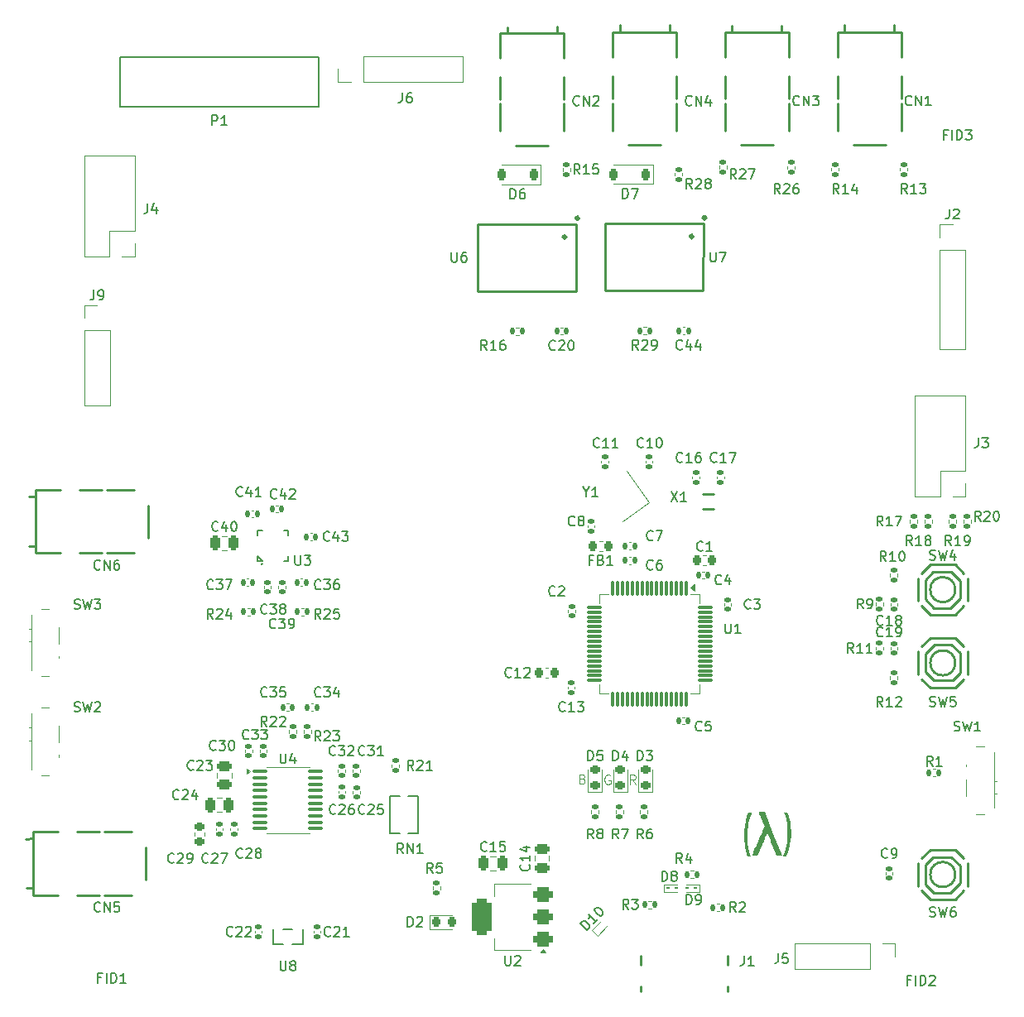
<source format=gbr>
%TF.GenerationSoftware,KiCad,Pcbnew,8.0.5*%
%TF.CreationDate,2024-10-26T23:32:17-04:00*%
%TF.ProjectId,stm-midi-poc1,73746d2d-6d69-4646-992d-706f63312e6b,1*%
%TF.SameCoordinates,Original*%
%TF.FileFunction,Legend,Top*%
%TF.FilePolarity,Positive*%
%FSLAX46Y46*%
G04 Gerber Fmt 4.6, Leading zero omitted, Abs format (unit mm)*
G04 Created by KiCad (PCBNEW 8.0.5) date 2024-10-26 23:32:17*
%MOMM*%
%LPD*%
G01*
G04 APERTURE LIST*
G04 Aperture macros list*
%AMRoundRect*
0 Rectangle with rounded corners*
0 $1 Rounding radius*
0 $2 $3 $4 $5 $6 $7 $8 $9 X,Y pos of 4 corners*
0 Add a 4 corners polygon primitive as box body*
4,1,4,$2,$3,$4,$5,$6,$7,$8,$9,$2,$3,0*
0 Add four circle primitives for the rounded corners*
1,1,$1+$1,$2,$3*
1,1,$1+$1,$4,$5*
1,1,$1+$1,$6,$7*
1,1,$1+$1,$8,$9*
0 Add four rect primitives between the rounded corners*
20,1,$1+$1,$2,$3,$4,$5,0*
20,1,$1+$1,$4,$5,$6,$7,0*
20,1,$1+$1,$6,$7,$8,$9,0*
20,1,$1+$1,$8,$9,$2,$3,0*%
%AMRotRect*
0 Rectangle, with rotation*
0 The origin of the aperture is its center*
0 $1 length*
0 $2 width*
0 $3 Rotation angle, in degrees counterclockwise*
0 Add horizontal line*
21,1,$1,$2,0,0,$3*%
G04 Aperture macros list end*
%ADD10C,0.100000*%
%ADD11C,0.150000*%
%ADD12C,0.120000*%
%ADD13C,0.250000*%
%ADD14C,0.000000*%
%ADD15C,0.300000*%
%ADD16C,0.200000*%
%ADD17R,1.700000X1.700000*%
%ADD18O,1.700000X1.700000*%
%ADD19RoundRect,0.075000X-0.075000X0.700000X-0.075000X-0.700000X0.075000X-0.700000X0.075000X0.700000X0*%
%ADD20RoundRect,0.075000X-0.700000X0.075000X-0.700000X-0.075000X0.700000X-0.075000X0.700000X0.075000X0*%
%ADD21RoundRect,0.140000X0.170000X-0.140000X0.170000X0.140000X-0.170000X0.140000X-0.170000X-0.140000X0*%
%ADD22C,1.200000*%
%ADD23R,3.100000X1.500000*%
%ADD24RoundRect,0.225000X-0.250000X0.225000X-0.250000X-0.225000X0.250000X-0.225000X0.250000X0.225000X0*%
%ADD25RoundRect,0.135000X-0.185000X0.135000X-0.185000X-0.135000X0.185000X-0.135000X0.185000X0.135000X0*%
%ADD26RoundRect,0.140000X0.140000X0.170000X-0.140000X0.170000X-0.140000X-0.170000X0.140000X-0.170000X0*%
%ADD27R,1.700000X1.000000*%
%ADD28RoundRect,0.140000X-0.140000X-0.170000X0.140000X-0.170000X0.140000X0.170000X-0.140000X0.170000X0*%
%ADD29RoundRect,0.100000X-0.637500X-0.100000X0.637500X-0.100000X0.637500X0.100000X-0.637500X0.100000X0*%
%ADD30RoundRect,0.135000X0.185000X-0.135000X0.185000X0.135000X-0.185000X0.135000X-0.185000X-0.135000X0*%
%ADD31R,0.700000X1.250000*%
%ADD32RoundRect,0.140000X-0.170000X0.140000X-0.170000X-0.140000X0.170000X-0.140000X0.170000X0.140000X0*%
%ADD33RoundRect,0.062500X0.117500X0.062500X-0.117500X0.062500X-0.117500X-0.062500X0.117500X-0.062500X0*%
%ADD34RoundRect,0.250000X-0.250000X-0.475000X0.250000X-0.475000X0.250000X0.475000X-0.250000X0.475000X0*%
%ADD35RoundRect,0.218750X0.256250X-0.218750X0.256250X0.218750X-0.256250X0.218750X-0.256250X-0.218750X0*%
%ADD36RoundRect,0.218750X0.218750X0.256250X-0.218750X0.256250X-0.218750X-0.256250X0.218750X-0.256250X0*%
%ADD37RotRect,1.400000X1.200000X125.000000*%
%ADD38R,1.000000X1.800000*%
%ADD39R,0.800000X1.000000*%
%ADD40C,0.900000*%
%ADD41R,1.500000X0.700000*%
%ADD42RoundRect,0.135000X-0.135000X-0.185000X0.135000X-0.185000X0.135000X0.185000X-0.135000X0.185000X0*%
%ADD43R,1.500000X3.100000*%
%ADD44RoundRect,0.225000X0.225000X0.250000X-0.225000X0.250000X-0.225000X-0.250000X0.225000X-0.250000X0*%
%ADD45R,0.280000X0.660000*%
%ADD46R,0.660000X0.280000*%
%ADD47R,1.750000X1.750000*%
%ADD48C,2.200000*%
%ADD49RoundRect,0.135000X0.135000X0.185000X-0.135000X0.185000X-0.135000X-0.185000X0.135000X-0.185000X0*%
%ADD50RoundRect,0.375000X0.625000X0.375000X-0.625000X0.375000X-0.625000X-0.375000X0.625000X-0.375000X0*%
%ADD51RoundRect,0.500000X0.500000X1.400000X-0.500000X1.400000X-0.500000X-1.400000X0.500000X-1.400000X0*%
%ADD52O,1.000000X1.900000*%
%ADD53O,1.000000X1.800000*%
%ADD54R,0.600000X1.150000*%
%ADD55R,0.300000X1.150000*%
%ADD56RoundRect,0.250000X0.475000X-0.250000X0.475000X0.250000X-0.475000X0.250000X-0.475000X-0.250000X0*%
%ADD57RoundRect,0.225000X0.225000X0.375000X-0.225000X0.375000X-0.225000X-0.375000X0.225000X-0.375000X0*%
%ADD58C,2.000000*%
%ADD59R,1.520000X1.780000*%
%ADD60R,1.800000X1.800000*%
%ADD61C,1.800000*%
%ADD62RoundRect,0.250000X-0.475000X0.250000X-0.475000X-0.250000X0.475000X-0.250000X0.475000X0.250000X0*%
%ADD63RoundRect,0.250000X0.250000X0.475000X-0.250000X0.475000X-0.250000X-0.475000X0.250000X-0.475000X0*%
%ADD64RoundRect,0.225000X-0.225000X-0.250000X0.225000X-0.250000X0.225000X0.250000X-0.225000X0.250000X0*%
%ADD65RoundRect,0.062500X-0.117500X-0.062500X0.117500X-0.062500X0.117500X0.062500X-0.117500X0.062500X0*%
%ADD66R,0.800000X0.650000*%
%ADD67R,0.800000X0.500000*%
%ADD68RoundRect,0.218750X-0.218750X-0.256250X0.218750X-0.256250X0.218750X0.256250X-0.218750X0.256250X0*%
%ADD69RoundRect,0.062500X0.038891X0.127279X-0.127279X-0.038891X-0.038891X-0.127279X0.127279X0.038891X0*%
G04 APERTURE END LIST*
D10*
X164137217Y-113848609D02*
X164280074Y-113896228D01*
X164280074Y-113896228D02*
X164327693Y-113943847D01*
X164327693Y-113943847D02*
X164375312Y-114039085D01*
X164375312Y-114039085D02*
X164375312Y-114181942D01*
X164375312Y-114181942D02*
X164327693Y-114277180D01*
X164327693Y-114277180D02*
X164280074Y-114324800D01*
X164280074Y-114324800D02*
X164184836Y-114372419D01*
X164184836Y-114372419D02*
X163803884Y-114372419D01*
X163803884Y-114372419D02*
X163803884Y-113372419D01*
X163803884Y-113372419D02*
X164137217Y-113372419D01*
X164137217Y-113372419D02*
X164232455Y-113420038D01*
X164232455Y-113420038D02*
X164280074Y-113467657D01*
X164280074Y-113467657D02*
X164327693Y-113562895D01*
X164327693Y-113562895D02*
X164327693Y-113658133D01*
X164327693Y-113658133D02*
X164280074Y-113753371D01*
X164280074Y-113753371D02*
X164232455Y-113800990D01*
X164232455Y-113800990D02*
X164137217Y-113848609D01*
X164137217Y-113848609D02*
X163803884Y-113848609D01*
X166963851Y-113456462D02*
X166868613Y-113408843D01*
X166868613Y-113408843D02*
X166725756Y-113408843D01*
X166725756Y-113408843D02*
X166582899Y-113456462D01*
X166582899Y-113456462D02*
X166487661Y-113551700D01*
X166487661Y-113551700D02*
X166440042Y-113646938D01*
X166440042Y-113646938D02*
X166392423Y-113837414D01*
X166392423Y-113837414D02*
X166392423Y-113980271D01*
X166392423Y-113980271D02*
X166440042Y-114170747D01*
X166440042Y-114170747D02*
X166487661Y-114265985D01*
X166487661Y-114265985D02*
X166582899Y-114361224D01*
X166582899Y-114361224D02*
X166725756Y-114408843D01*
X166725756Y-114408843D02*
X166820994Y-114408843D01*
X166820994Y-114408843D02*
X166963851Y-114361224D01*
X166963851Y-114361224D02*
X167011470Y-114313604D01*
X167011470Y-114313604D02*
X167011470Y-113980271D01*
X167011470Y-113980271D02*
X166820994Y-113980271D01*
X169568345Y-114408843D02*
X169235012Y-113932652D01*
X168996917Y-114408843D02*
X168996917Y-113408843D01*
X168996917Y-113408843D02*
X169377869Y-113408843D01*
X169377869Y-113408843D02*
X169473107Y-113456462D01*
X169473107Y-113456462D02*
X169520726Y-113504081D01*
X169520726Y-113504081D02*
X169568345Y-113599319D01*
X169568345Y-113599319D02*
X169568345Y-113742176D01*
X169568345Y-113742176D02*
X169520726Y-113837414D01*
X169520726Y-113837414D02*
X169473107Y-113885033D01*
X169473107Y-113885033D02*
X169377869Y-113932652D01*
X169377869Y-113932652D02*
X168996917Y-113932652D01*
D11*
X114166666Y-63824819D02*
X114166666Y-64539104D01*
X114166666Y-64539104D02*
X114119047Y-64681961D01*
X114119047Y-64681961D02*
X114023809Y-64777200D01*
X114023809Y-64777200D02*
X113880952Y-64824819D01*
X113880952Y-64824819D02*
X113785714Y-64824819D01*
X114690476Y-64824819D02*
X114880952Y-64824819D01*
X114880952Y-64824819D02*
X114976190Y-64777200D01*
X114976190Y-64777200D02*
X115023809Y-64729580D01*
X115023809Y-64729580D02*
X115119047Y-64586723D01*
X115119047Y-64586723D02*
X115166666Y-64396247D01*
X115166666Y-64396247D02*
X115166666Y-64015295D01*
X115166666Y-64015295D02*
X115119047Y-63920057D01*
X115119047Y-63920057D02*
X115071428Y-63872438D01*
X115071428Y-63872438D02*
X114976190Y-63824819D01*
X114976190Y-63824819D02*
X114785714Y-63824819D01*
X114785714Y-63824819D02*
X114690476Y-63872438D01*
X114690476Y-63872438D02*
X114642857Y-63920057D01*
X114642857Y-63920057D02*
X114595238Y-64015295D01*
X114595238Y-64015295D02*
X114595238Y-64253390D01*
X114595238Y-64253390D02*
X114642857Y-64348628D01*
X114642857Y-64348628D02*
X114690476Y-64396247D01*
X114690476Y-64396247D02*
X114785714Y-64443866D01*
X114785714Y-64443866D02*
X114976190Y-64443866D01*
X114976190Y-64443866D02*
X115071428Y-64396247D01*
X115071428Y-64396247D02*
X115119047Y-64348628D01*
X115119047Y-64348628D02*
X115166666Y-64253390D01*
X178738095Y-97954819D02*
X178738095Y-98764342D01*
X178738095Y-98764342D02*
X178785714Y-98859580D01*
X178785714Y-98859580D02*
X178833333Y-98907200D01*
X178833333Y-98907200D02*
X178928571Y-98954819D01*
X178928571Y-98954819D02*
X179119047Y-98954819D01*
X179119047Y-98954819D02*
X179214285Y-98907200D01*
X179214285Y-98907200D02*
X179261904Y-98859580D01*
X179261904Y-98859580D02*
X179309523Y-98764342D01*
X179309523Y-98764342D02*
X179309523Y-97954819D01*
X180309523Y-98954819D02*
X179738095Y-98954819D01*
X180023809Y-98954819D02*
X180023809Y-97954819D01*
X180023809Y-97954819D02*
X179928571Y-98097676D01*
X179928571Y-98097676D02*
X179833333Y-98192914D01*
X179833333Y-98192914D02*
X179738095Y-98240533D01*
X174357142Y-81359580D02*
X174309523Y-81407200D01*
X174309523Y-81407200D02*
X174166666Y-81454819D01*
X174166666Y-81454819D02*
X174071428Y-81454819D01*
X174071428Y-81454819D02*
X173928571Y-81407200D01*
X173928571Y-81407200D02*
X173833333Y-81311961D01*
X173833333Y-81311961D02*
X173785714Y-81216723D01*
X173785714Y-81216723D02*
X173738095Y-81026247D01*
X173738095Y-81026247D02*
X173738095Y-80883390D01*
X173738095Y-80883390D02*
X173785714Y-80692914D01*
X173785714Y-80692914D02*
X173833333Y-80597676D01*
X173833333Y-80597676D02*
X173928571Y-80502438D01*
X173928571Y-80502438D02*
X174071428Y-80454819D01*
X174071428Y-80454819D02*
X174166666Y-80454819D01*
X174166666Y-80454819D02*
X174309523Y-80502438D01*
X174309523Y-80502438D02*
X174357142Y-80550057D01*
X175309523Y-81454819D02*
X174738095Y-81454819D01*
X175023809Y-81454819D02*
X175023809Y-80454819D01*
X175023809Y-80454819D02*
X174928571Y-80597676D01*
X174928571Y-80597676D02*
X174833333Y-80692914D01*
X174833333Y-80692914D02*
X174738095Y-80740533D01*
X176166666Y-80454819D02*
X175976190Y-80454819D01*
X175976190Y-80454819D02*
X175880952Y-80502438D01*
X175880952Y-80502438D02*
X175833333Y-80550057D01*
X175833333Y-80550057D02*
X175738095Y-80692914D01*
X175738095Y-80692914D02*
X175690476Y-80883390D01*
X175690476Y-80883390D02*
X175690476Y-81264342D01*
X175690476Y-81264342D02*
X175738095Y-81359580D01*
X175738095Y-81359580D02*
X175785714Y-81407200D01*
X175785714Y-81407200D02*
X175880952Y-81454819D01*
X175880952Y-81454819D02*
X176071428Y-81454819D01*
X176071428Y-81454819D02*
X176166666Y-81407200D01*
X176166666Y-81407200D02*
X176214285Y-81359580D01*
X176214285Y-81359580D02*
X176261904Y-81264342D01*
X176261904Y-81264342D02*
X176261904Y-81026247D01*
X176261904Y-81026247D02*
X176214285Y-80931009D01*
X176214285Y-80931009D02*
X176166666Y-80883390D01*
X176166666Y-80883390D02*
X176071428Y-80835771D01*
X176071428Y-80835771D02*
X175880952Y-80835771D01*
X175880952Y-80835771D02*
X175785714Y-80883390D01*
X175785714Y-80883390D02*
X175738095Y-80931009D01*
X175738095Y-80931009D02*
X175690476Y-81026247D01*
X175309523Y-44859580D02*
X175261904Y-44907200D01*
X175261904Y-44907200D02*
X175119047Y-44954819D01*
X175119047Y-44954819D02*
X175023809Y-44954819D01*
X175023809Y-44954819D02*
X174880952Y-44907200D01*
X174880952Y-44907200D02*
X174785714Y-44811961D01*
X174785714Y-44811961D02*
X174738095Y-44716723D01*
X174738095Y-44716723D02*
X174690476Y-44526247D01*
X174690476Y-44526247D02*
X174690476Y-44383390D01*
X174690476Y-44383390D02*
X174738095Y-44192914D01*
X174738095Y-44192914D02*
X174785714Y-44097676D01*
X174785714Y-44097676D02*
X174880952Y-44002438D01*
X174880952Y-44002438D02*
X175023809Y-43954819D01*
X175023809Y-43954819D02*
X175119047Y-43954819D01*
X175119047Y-43954819D02*
X175261904Y-44002438D01*
X175261904Y-44002438D02*
X175309523Y-44050057D01*
X175738095Y-44954819D02*
X175738095Y-43954819D01*
X175738095Y-43954819D02*
X176309523Y-44954819D01*
X176309523Y-44954819D02*
X176309523Y-43954819D01*
X177214285Y-44288152D02*
X177214285Y-44954819D01*
X176976190Y-43907200D02*
X176738095Y-44621485D01*
X176738095Y-44621485D02*
X177357142Y-44621485D01*
X161333333Y-95029379D02*
X161285714Y-95076999D01*
X161285714Y-95076999D02*
X161142857Y-95124618D01*
X161142857Y-95124618D02*
X161047619Y-95124618D01*
X161047619Y-95124618D02*
X160904762Y-95076999D01*
X160904762Y-95076999D02*
X160809524Y-94981760D01*
X160809524Y-94981760D02*
X160761905Y-94886522D01*
X160761905Y-94886522D02*
X160714286Y-94696046D01*
X160714286Y-94696046D02*
X160714286Y-94553189D01*
X160714286Y-94553189D02*
X160761905Y-94362713D01*
X160761905Y-94362713D02*
X160809524Y-94267475D01*
X160809524Y-94267475D02*
X160904762Y-94172237D01*
X160904762Y-94172237D02*
X161047619Y-94124618D01*
X161047619Y-94124618D02*
X161142857Y-94124618D01*
X161142857Y-94124618D02*
X161285714Y-94172237D01*
X161285714Y-94172237D02*
X161333333Y-94219856D01*
X161714286Y-94219856D02*
X161761905Y-94172237D01*
X161761905Y-94172237D02*
X161857143Y-94124618D01*
X161857143Y-94124618D02*
X162095238Y-94124618D01*
X162095238Y-94124618D02*
X162190476Y-94172237D01*
X162190476Y-94172237D02*
X162238095Y-94219856D01*
X162238095Y-94219856D02*
X162285714Y-94315094D01*
X162285714Y-94315094D02*
X162285714Y-94410332D01*
X162285714Y-94410332D02*
X162238095Y-94553189D01*
X162238095Y-94553189D02*
X161666667Y-95124618D01*
X161666667Y-95124618D02*
X162285714Y-95124618D01*
X122357142Y-122359580D02*
X122309523Y-122407200D01*
X122309523Y-122407200D02*
X122166666Y-122454819D01*
X122166666Y-122454819D02*
X122071428Y-122454819D01*
X122071428Y-122454819D02*
X121928571Y-122407200D01*
X121928571Y-122407200D02*
X121833333Y-122311961D01*
X121833333Y-122311961D02*
X121785714Y-122216723D01*
X121785714Y-122216723D02*
X121738095Y-122026247D01*
X121738095Y-122026247D02*
X121738095Y-121883390D01*
X121738095Y-121883390D02*
X121785714Y-121692914D01*
X121785714Y-121692914D02*
X121833333Y-121597676D01*
X121833333Y-121597676D02*
X121928571Y-121502438D01*
X121928571Y-121502438D02*
X122071428Y-121454819D01*
X122071428Y-121454819D02*
X122166666Y-121454819D01*
X122166666Y-121454819D02*
X122309523Y-121502438D01*
X122309523Y-121502438D02*
X122357142Y-121550057D01*
X122738095Y-121550057D02*
X122785714Y-121502438D01*
X122785714Y-121502438D02*
X122880952Y-121454819D01*
X122880952Y-121454819D02*
X123119047Y-121454819D01*
X123119047Y-121454819D02*
X123214285Y-121502438D01*
X123214285Y-121502438D02*
X123261904Y-121550057D01*
X123261904Y-121550057D02*
X123309523Y-121645295D01*
X123309523Y-121645295D02*
X123309523Y-121740533D01*
X123309523Y-121740533D02*
X123261904Y-121883390D01*
X123261904Y-121883390D02*
X122690476Y-122454819D01*
X122690476Y-122454819D02*
X123309523Y-122454819D01*
X123785714Y-122454819D02*
X123976190Y-122454819D01*
X123976190Y-122454819D02*
X124071428Y-122407200D01*
X124071428Y-122407200D02*
X124119047Y-122359580D01*
X124119047Y-122359580D02*
X124214285Y-122216723D01*
X124214285Y-122216723D02*
X124261904Y-122026247D01*
X124261904Y-122026247D02*
X124261904Y-121645295D01*
X124261904Y-121645295D02*
X124214285Y-121550057D01*
X124214285Y-121550057D02*
X124166666Y-121502438D01*
X124166666Y-121502438D02*
X124071428Y-121454819D01*
X124071428Y-121454819D02*
X123880952Y-121454819D01*
X123880952Y-121454819D02*
X123785714Y-121502438D01*
X123785714Y-121502438D02*
X123738095Y-121550057D01*
X123738095Y-121550057D02*
X123690476Y-121645295D01*
X123690476Y-121645295D02*
X123690476Y-121883390D01*
X123690476Y-121883390D02*
X123738095Y-121978628D01*
X123738095Y-121978628D02*
X123785714Y-122026247D01*
X123785714Y-122026247D02*
X123880952Y-122073866D01*
X123880952Y-122073866D02*
X124071428Y-122073866D01*
X124071428Y-122073866D02*
X124166666Y-122026247D01*
X124166666Y-122026247D02*
X124214285Y-121978628D01*
X124214285Y-121978628D02*
X124261904Y-121883390D01*
X197357142Y-53954819D02*
X197023809Y-53478628D01*
X196785714Y-53954819D02*
X196785714Y-52954819D01*
X196785714Y-52954819D02*
X197166666Y-52954819D01*
X197166666Y-52954819D02*
X197261904Y-53002438D01*
X197261904Y-53002438D02*
X197309523Y-53050057D01*
X197309523Y-53050057D02*
X197357142Y-53145295D01*
X197357142Y-53145295D02*
X197357142Y-53288152D01*
X197357142Y-53288152D02*
X197309523Y-53383390D01*
X197309523Y-53383390D02*
X197261904Y-53431009D01*
X197261904Y-53431009D02*
X197166666Y-53478628D01*
X197166666Y-53478628D02*
X196785714Y-53478628D01*
X198309523Y-53954819D02*
X197738095Y-53954819D01*
X198023809Y-53954819D02*
X198023809Y-52954819D01*
X198023809Y-52954819D02*
X197928571Y-53097676D01*
X197928571Y-53097676D02*
X197833333Y-53192914D01*
X197833333Y-53192914D02*
X197738095Y-53240533D01*
X198642857Y-52954819D02*
X199261904Y-52954819D01*
X199261904Y-52954819D02*
X198928571Y-53335771D01*
X198928571Y-53335771D02*
X199071428Y-53335771D01*
X199071428Y-53335771D02*
X199166666Y-53383390D01*
X199166666Y-53383390D02*
X199214285Y-53431009D01*
X199214285Y-53431009D02*
X199261904Y-53526247D01*
X199261904Y-53526247D02*
X199261904Y-53764342D01*
X199261904Y-53764342D02*
X199214285Y-53859580D01*
X199214285Y-53859580D02*
X199166666Y-53907200D01*
X199166666Y-53907200D02*
X199071428Y-53954819D01*
X199071428Y-53954819D02*
X198785714Y-53954819D01*
X198785714Y-53954819D02*
X198690476Y-53907200D01*
X198690476Y-53907200D02*
X198642857Y-53859580D01*
X131857142Y-105359580D02*
X131809523Y-105407200D01*
X131809523Y-105407200D02*
X131666666Y-105454819D01*
X131666666Y-105454819D02*
X131571428Y-105454819D01*
X131571428Y-105454819D02*
X131428571Y-105407200D01*
X131428571Y-105407200D02*
X131333333Y-105311961D01*
X131333333Y-105311961D02*
X131285714Y-105216723D01*
X131285714Y-105216723D02*
X131238095Y-105026247D01*
X131238095Y-105026247D02*
X131238095Y-104883390D01*
X131238095Y-104883390D02*
X131285714Y-104692914D01*
X131285714Y-104692914D02*
X131333333Y-104597676D01*
X131333333Y-104597676D02*
X131428571Y-104502438D01*
X131428571Y-104502438D02*
X131571428Y-104454819D01*
X131571428Y-104454819D02*
X131666666Y-104454819D01*
X131666666Y-104454819D02*
X131809523Y-104502438D01*
X131809523Y-104502438D02*
X131857142Y-104550057D01*
X132190476Y-104454819D02*
X132809523Y-104454819D01*
X132809523Y-104454819D02*
X132476190Y-104835771D01*
X132476190Y-104835771D02*
X132619047Y-104835771D01*
X132619047Y-104835771D02*
X132714285Y-104883390D01*
X132714285Y-104883390D02*
X132761904Y-104931009D01*
X132761904Y-104931009D02*
X132809523Y-105026247D01*
X132809523Y-105026247D02*
X132809523Y-105264342D01*
X132809523Y-105264342D02*
X132761904Y-105359580D01*
X132761904Y-105359580D02*
X132714285Y-105407200D01*
X132714285Y-105407200D02*
X132619047Y-105454819D01*
X132619047Y-105454819D02*
X132333333Y-105454819D01*
X132333333Y-105454819D02*
X132238095Y-105407200D01*
X132238095Y-105407200D02*
X132190476Y-105359580D01*
X133714285Y-104454819D02*
X133238095Y-104454819D01*
X133238095Y-104454819D02*
X133190476Y-104931009D01*
X133190476Y-104931009D02*
X133238095Y-104883390D01*
X133238095Y-104883390D02*
X133333333Y-104835771D01*
X133333333Y-104835771D02*
X133571428Y-104835771D01*
X133571428Y-104835771D02*
X133666666Y-104883390D01*
X133666666Y-104883390D02*
X133714285Y-104931009D01*
X133714285Y-104931009D02*
X133761904Y-105026247D01*
X133761904Y-105026247D02*
X133761904Y-105264342D01*
X133761904Y-105264342D02*
X133714285Y-105359580D01*
X133714285Y-105359580D02*
X133666666Y-105407200D01*
X133666666Y-105407200D02*
X133571428Y-105454819D01*
X133571428Y-105454819D02*
X133333333Y-105454819D01*
X133333333Y-105454819D02*
X133238095Y-105407200D01*
X133238095Y-105407200D02*
X133190476Y-105359580D01*
X199657848Y-106385676D02*
X199800705Y-106433295D01*
X199800705Y-106433295D02*
X200038800Y-106433295D01*
X200038800Y-106433295D02*
X200134038Y-106385676D01*
X200134038Y-106385676D02*
X200181657Y-106338056D01*
X200181657Y-106338056D02*
X200229276Y-106242818D01*
X200229276Y-106242818D02*
X200229276Y-106147580D01*
X200229276Y-106147580D02*
X200181657Y-106052342D01*
X200181657Y-106052342D02*
X200134038Y-106004723D01*
X200134038Y-106004723D02*
X200038800Y-105957104D01*
X200038800Y-105957104D02*
X199848324Y-105909485D01*
X199848324Y-105909485D02*
X199753086Y-105861866D01*
X199753086Y-105861866D02*
X199705467Y-105814247D01*
X199705467Y-105814247D02*
X199657848Y-105719009D01*
X199657848Y-105719009D02*
X199657848Y-105623771D01*
X199657848Y-105623771D02*
X199705467Y-105528533D01*
X199705467Y-105528533D02*
X199753086Y-105480914D01*
X199753086Y-105480914D02*
X199848324Y-105433295D01*
X199848324Y-105433295D02*
X200086419Y-105433295D01*
X200086419Y-105433295D02*
X200229276Y-105480914D01*
X200562610Y-105433295D02*
X200800705Y-106433295D01*
X200800705Y-106433295D02*
X200991181Y-105719009D01*
X200991181Y-105719009D02*
X201181657Y-106433295D01*
X201181657Y-106433295D02*
X201419753Y-105433295D01*
X202276895Y-105433295D02*
X201800705Y-105433295D01*
X201800705Y-105433295D02*
X201753086Y-105909485D01*
X201753086Y-105909485D02*
X201800705Y-105861866D01*
X201800705Y-105861866D02*
X201895943Y-105814247D01*
X201895943Y-105814247D02*
X202134038Y-105814247D01*
X202134038Y-105814247D02*
X202229276Y-105861866D01*
X202229276Y-105861866D02*
X202276895Y-105909485D01*
X202276895Y-105909485D02*
X202324514Y-106004723D01*
X202324514Y-106004723D02*
X202324514Y-106242818D01*
X202324514Y-106242818D02*
X202276895Y-106338056D01*
X202276895Y-106338056D02*
X202229276Y-106385676D01*
X202229276Y-106385676D02*
X202134038Y-106433295D01*
X202134038Y-106433295D02*
X201895943Y-106433295D01*
X201895943Y-106433295D02*
X201800705Y-106385676D01*
X201800705Y-106385676D02*
X201753086Y-106338056D01*
X201666666Y-55544819D02*
X201666666Y-56259104D01*
X201666666Y-56259104D02*
X201619047Y-56401961D01*
X201619047Y-56401961D02*
X201523809Y-56497200D01*
X201523809Y-56497200D02*
X201380952Y-56544819D01*
X201380952Y-56544819D02*
X201285714Y-56544819D01*
X202095238Y-55640057D02*
X202142857Y-55592438D01*
X202142857Y-55592438D02*
X202238095Y-55544819D01*
X202238095Y-55544819D02*
X202476190Y-55544819D01*
X202476190Y-55544819D02*
X202571428Y-55592438D01*
X202571428Y-55592438D02*
X202619047Y-55640057D01*
X202619047Y-55640057D02*
X202666666Y-55735295D01*
X202666666Y-55735295D02*
X202666666Y-55830533D01*
X202666666Y-55830533D02*
X202619047Y-55973390D01*
X202619047Y-55973390D02*
X202047619Y-56544819D01*
X202047619Y-56544819D02*
X202666666Y-56544819D01*
X174348323Y-69838056D02*
X174300704Y-69885676D01*
X174300704Y-69885676D02*
X174157847Y-69933295D01*
X174157847Y-69933295D02*
X174062609Y-69933295D01*
X174062609Y-69933295D02*
X173919752Y-69885676D01*
X173919752Y-69885676D02*
X173824514Y-69790437D01*
X173824514Y-69790437D02*
X173776895Y-69695199D01*
X173776895Y-69695199D02*
X173729276Y-69504723D01*
X173729276Y-69504723D02*
X173729276Y-69361866D01*
X173729276Y-69361866D02*
X173776895Y-69171390D01*
X173776895Y-69171390D02*
X173824514Y-69076152D01*
X173824514Y-69076152D02*
X173919752Y-68980914D01*
X173919752Y-68980914D02*
X174062609Y-68933295D01*
X174062609Y-68933295D02*
X174157847Y-68933295D01*
X174157847Y-68933295D02*
X174300704Y-68980914D01*
X174300704Y-68980914D02*
X174348323Y-69028533D01*
X175205466Y-69266628D02*
X175205466Y-69933295D01*
X174967371Y-68885676D02*
X174729276Y-69599961D01*
X174729276Y-69599961D02*
X175348323Y-69599961D01*
X176157847Y-69266628D02*
X176157847Y-69933295D01*
X175919752Y-68885676D02*
X175681657Y-69599961D01*
X175681657Y-69599961D02*
X176300704Y-69599961D01*
X133238095Y-111254819D02*
X133238095Y-112064342D01*
X133238095Y-112064342D02*
X133285714Y-112159580D01*
X133285714Y-112159580D02*
X133333333Y-112207200D01*
X133333333Y-112207200D02*
X133428571Y-112254819D01*
X133428571Y-112254819D02*
X133619047Y-112254819D01*
X133619047Y-112254819D02*
X133714285Y-112207200D01*
X133714285Y-112207200D02*
X133761904Y-112159580D01*
X133761904Y-112159580D02*
X133809523Y-112064342D01*
X133809523Y-112064342D02*
X133809523Y-111254819D01*
X134714285Y-111588152D02*
X134714285Y-112254819D01*
X134476190Y-111207200D02*
X134238095Y-111921485D01*
X134238095Y-111921485D02*
X134857142Y-111921485D01*
X204857142Y-87454819D02*
X204523809Y-86978628D01*
X204285714Y-87454819D02*
X204285714Y-86454819D01*
X204285714Y-86454819D02*
X204666666Y-86454819D01*
X204666666Y-86454819D02*
X204761904Y-86502438D01*
X204761904Y-86502438D02*
X204809523Y-86550057D01*
X204809523Y-86550057D02*
X204857142Y-86645295D01*
X204857142Y-86645295D02*
X204857142Y-86788152D01*
X204857142Y-86788152D02*
X204809523Y-86883390D01*
X204809523Y-86883390D02*
X204761904Y-86931009D01*
X204761904Y-86931009D02*
X204666666Y-86978628D01*
X204666666Y-86978628D02*
X204285714Y-86978628D01*
X205238095Y-86550057D02*
X205285714Y-86502438D01*
X205285714Y-86502438D02*
X205380952Y-86454819D01*
X205380952Y-86454819D02*
X205619047Y-86454819D01*
X205619047Y-86454819D02*
X205714285Y-86502438D01*
X205714285Y-86502438D02*
X205761904Y-86550057D01*
X205761904Y-86550057D02*
X205809523Y-86645295D01*
X205809523Y-86645295D02*
X205809523Y-86740533D01*
X205809523Y-86740533D02*
X205761904Y-86883390D01*
X205761904Y-86883390D02*
X205190476Y-87454819D01*
X205190476Y-87454819D02*
X205809523Y-87454819D01*
X206428571Y-86454819D02*
X206523809Y-86454819D01*
X206523809Y-86454819D02*
X206619047Y-86502438D01*
X206619047Y-86502438D02*
X206666666Y-86550057D01*
X206666666Y-86550057D02*
X206714285Y-86645295D01*
X206714285Y-86645295D02*
X206761904Y-86835771D01*
X206761904Y-86835771D02*
X206761904Y-87073866D01*
X206761904Y-87073866D02*
X206714285Y-87264342D01*
X206714285Y-87264342D02*
X206666666Y-87359580D01*
X206666666Y-87359580D02*
X206619047Y-87407200D01*
X206619047Y-87407200D02*
X206523809Y-87454819D01*
X206523809Y-87454819D02*
X206428571Y-87454819D01*
X206428571Y-87454819D02*
X206333333Y-87407200D01*
X206333333Y-87407200D02*
X206285714Y-87359580D01*
X206285714Y-87359580D02*
X206238095Y-87264342D01*
X206238095Y-87264342D02*
X206190476Y-87073866D01*
X206190476Y-87073866D02*
X206190476Y-86835771D01*
X206190476Y-86835771D02*
X206238095Y-86645295D01*
X206238095Y-86645295D02*
X206285714Y-86550057D01*
X206285714Y-86550057D02*
X206333333Y-86502438D01*
X206333333Y-86502438D02*
X206428571Y-86454819D01*
X133238095Y-132454819D02*
X133238095Y-133264342D01*
X133238095Y-133264342D02*
X133285714Y-133359580D01*
X133285714Y-133359580D02*
X133333333Y-133407200D01*
X133333333Y-133407200D02*
X133428571Y-133454819D01*
X133428571Y-133454819D02*
X133619047Y-133454819D01*
X133619047Y-133454819D02*
X133714285Y-133407200D01*
X133714285Y-133407200D02*
X133761904Y-133359580D01*
X133761904Y-133359580D02*
X133809523Y-133264342D01*
X133809523Y-133264342D02*
X133809523Y-132454819D01*
X134428571Y-132883390D02*
X134333333Y-132835771D01*
X134333333Y-132835771D02*
X134285714Y-132788152D01*
X134285714Y-132788152D02*
X134238095Y-132692914D01*
X134238095Y-132692914D02*
X134238095Y-132645295D01*
X134238095Y-132645295D02*
X134285714Y-132550057D01*
X134285714Y-132550057D02*
X134333333Y-132502438D01*
X134333333Y-132502438D02*
X134428571Y-132454819D01*
X134428571Y-132454819D02*
X134619047Y-132454819D01*
X134619047Y-132454819D02*
X134714285Y-132502438D01*
X134714285Y-132502438D02*
X134761904Y-132550057D01*
X134761904Y-132550057D02*
X134809523Y-132645295D01*
X134809523Y-132645295D02*
X134809523Y-132692914D01*
X134809523Y-132692914D02*
X134761904Y-132788152D01*
X134761904Y-132788152D02*
X134714285Y-132835771D01*
X134714285Y-132835771D02*
X134619047Y-132883390D01*
X134619047Y-132883390D02*
X134428571Y-132883390D01*
X134428571Y-132883390D02*
X134333333Y-132931009D01*
X134333333Y-132931009D02*
X134285714Y-132978628D01*
X134285714Y-132978628D02*
X134238095Y-133073866D01*
X134238095Y-133073866D02*
X134238095Y-133264342D01*
X134238095Y-133264342D02*
X134285714Y-133359580D01*
X134285714Y-133359580D02*
X134333333Y-133407200D01*
X134333333Y-133407200D02*
X134428571Y-133454819D01*
X134428571Y-133454819D02*
X134619047Y-133454819D01*
X134619047Y-133454819D02*
X134714285Y-133407200D01*
X134714285Y-133407200D02*
X134761904Y-133359580D01*
X134761904Y-133359580D02*
X134809523Y-133264342D01*
X134809523Y-133264342D02*
X134809523Y-133073866D01*
X134809523Y-133073866D02*
X134761904Y-132978628D01*
X134761904Y-132978628D02*
X134714285Y-132931009D01*
X134714285Y-132931009D02*
X134619047Y-132883390D01*
X137357142Y-105359580D02*
X137309523Y-105407200D01*
X137309523Y-105407200D02*
X137166666Y-105454819D01*
X137166666Y-105454819D02*
X137071428Y-105454819D01*
X137071428Y-105454819D02*
X136928571Y-105407200D01*
X136928571Y-105407200D02*
X136833333Y-105311961D01*
X136833333Y-105311961D02*
X136785714Y-105216723D01*
X136785714Y-105216723D02*
X136738095Y-105026247D01*
X136738095Y-105026247D02*
X136738095Y-104883390D01*
X136738095Y-104883390D02*
X136785714Y-104692914D01*
X136785714Y-104692914D02*
X136833333Y-104597676D01*
X136833333Y-104597676D02*
X136928571Y-104502438D01*
X136928571Y-104502438D02*
X137071428Y-104454819D01*
X137071428Y-104454819D02*
X137166666Y-104454819D01*
X137166666Y-104454819D02*
X137309523Y-104502438D01*
X137309523Y-104502438D02*
X137357142Y-104550057D01*
X137690476Y-104454819D02*
X138309523Y-104454819D01*
X138309523Y-104454819D02*
X137976190Y-104835771D01*
X137976190Y-104835771D02*
X138119047Y-104835771D01*
X138119047Y-104835771D02*
X138214285Y-104883390D01*
X138214285Y-104883390D02*
X138261904Y-104931009D01*
X138261904Y-104931009D02*
X138309523Y-105026247D01*
X138309523Y-105026247D02*
X138309523Y-105264342D01*
X138309523Y-105264342D02*
X138261904Y-105359580D01*
X138261904Y-105359580D02*
X138214285Y-105407200D01*
X138214285Y-105407200D02*
X138119047Y-105454819D01*
X138119047Y-105454819D02*
X137833333Y-105454819D01*
X137833333Y-105454819D02*
X137738095Y-105407200D01*
X137738095Y-105407200D02*
X137690476Y-105359580D01*
X139166666Y-104788152D02*
X139166666Y-105454819D01*
X138928571Y-104407200D02*
X138690476Y-105121485D01*
X138690476Y-105121485D02*
X139309523Y-105121485D01*
X171333333Y-92359580D02*
X171285714Y-92407200D01*
X171285714Y-92407200D02*
X171142857Y-92454819D01*
X171142857Y-92454819D02*
X171047619Y-92454819D01*
X171047619Y-92454819D02*
X170904762Y-92407200D01*
X170904762Y-92407200D02*
X170809524Y-92311961D01*
X170809524Y-92311961D02*
X170761905Y-92216723D01*
X170761905Y-92216723D02*
X170714286Y-92026247D01*
X170714286Y-92026247D02*
X170714286Y-91883390D01*
X170714286Y-91883390D02*
X170761905Y-91692914D01*
X170761905Y-91692914D02*
X170809524Y-91597676D01*
X170809524Y-91597676D02*
X170904762Y-91502438D01*
X170904762Y-91502438D02*
X171047619Y-91454819D01*
X171047619Y-91454819D02*
X171142857Y-91454819D01*
X171142857Y-91454819D02*
X171285714Y-91502438D01*
X171285714Y-91502438D02*
X171333333Y-91550057D01*
X172190476Y-91454819D02*
X172000000Y-91454819D01*
X172000000Y-91454819D02*
X171904762Y-91502438D01*
X171904762Y-91502438D02*
X171857143Y-91550057D01*
X171857143Y-91550057D02*
X171761905Y-91692914D01*
X171761905Y-91692914D02*
X171714286Y-91883390D01*
X171714286Y-91883390D02*
X171714286Y-92264342D01*
X171714286Y-92264342D02*
X171761905Y-92359580D01*
X171761905Y-92359580D02*
X171809524Y-92407200D01*
X171809524Y-92407200D02*
X171904762Y-92454819D01*
X171904762Y-92454819D02*
X172095238Y-92454819D01*
X172095238Y-92454819D02*
X172190476Y-92407200D01*
X172190476Y-92407200D02*
X172238095Y-92359580D01*
X172238095Y-92359580D02*
X172285714Y-92264342D01*
X172285714Y-92264342D02*
X172285714Y-92026247D01*
X172285714Y-92026247D02*
X172238095Y-91931009D01*
X172238095Y-91931009D02*
X172190476Y-91883390D01*
X172190476Y-91883390D02*
X172095238Y-91835771D01*
X172095238Y-91835771D02*
X171904762Y-91835771D01*
X171904762Y-91835771D02*
X171809524Y-91883390D01*
X171809524Y-91883390D02*
X171761905Y-91931009D01*
X171761905Y-91931009D02*
X171714286Y-92026247D01*
X171333333Y-89359580D02*
X171285714Y-89407200D01*
X171285714Y-89407200D02*
X171142857Y-89454819D01*
X171142857Y-89454819D02*
X171047619Y-89454819D01*
X171047619Y-89454819D02*
X170904762Y-89407200D01*
X170904762Y-89407200D02*
X170809524Y-89311961D01*
X170809524Y-89311961D02*
X170761905Y-89216723D01*
X170761905Y-89216723D02*
X170714286Y-89026247D01*
X170714286Y-89026247D02*
X170714286Y-88883390D01*
X170714286Y-88883390D02*
X170761905Y-88692914D01*
X170761905Y-88692914D02*
X170809524Y-88597676D01*
X170809524Y-88597676D02*
X170904762Y-88502438D01*
X170904762Y-88502438D02*
X171047619Y-88454819D01*
X171047619Y-88454819D02*
X171142857Y-88454819D01*
X171142857Y-88454819D02*
X171285714Y-88502438D01*
X171285714Y-88502438D02*
X171333333Y-88550057D01*
X171666667Y-88454819D02*
X172333333Y-88454819D01*
X172333333Y-88454819D02*
X171904762Y-89454819D01*
X138883687Y-117359580D02*
X138836068Y-117407200D01*
X138836068Y-117407200D02*
X138693211Y-117454819D01*
X138693211Y-117454819D02*
X138597973Y-117454819D01*
X138597973Y-117454819D02*
X138455116Y-117407200D01*
X138455116Y-117407200D02*
X138359878Y-117311961D01*
X138359878Y-117311961D02*
X138312259Y-117216723D01*
X138312259Y-117216723D02*
X138264640Y-117026247D01*
X138264640Y-117026247D02*
X138264640Y-116883390D01*
X138264640Y-116883390D02*
X138312259Y-116692914D01*
X138312259Y-116692914D02*
X138359878Y-116597676D01*
X138359878Y-116597676D02*
X138455116Y-116502438D01*
X138455116Y-116502438D02*
X138597973Y-116454819D01*
X138597973Y-116454819D02*
X138693211Y-116454819D01*
X138693211Y-116454819D02*
X138836068Y-116502438D01*
X138836068Y-116502438D02*
X138883687Y-116550057D01*
X139264640Y-116550057D02*
X139312259Y-116502438D01*
X139312259Y-116502438D02*
X139407497Y-116454819D01*
X139407497Y-116454819D02*
X139645592Y-116454819D01*
X139645592Y-116454819D02*
X139740830Y-116502438D01*
X139740830Y-116502438D02*
X139788449Y-116550057D01*
X139788449Y-116550057D02*
X139836068Y-116645295D01*
X139836068Y-116645295D02*
X139836068Y-116740533D01*
X139836068Y-116740533D02*
X139788449Y-116883390D01*
X139788449Y-116883390D02*
X139217021Y-117454819D01*
X139217021Y-117454819D02*
X139836068Y-117454819D01*
X140693211Y-116454819D02*
X140502735Y-116454819D01*
X140502735Y-116454819D02*
X140407497Y-116502438D01*
X140407497Y-116502438D02*
X140359878Y-116550057D01*
X140359878Y-116550057D02*
X140264640Y-116692914D01*
X140264640Y-116692914D02*
X140217021Y-116883390D01*
X140217021Y-116883390D02*
X140217021Y-117264342D01*
X140217021Y-117264342D02*
X140264640Y-117359580D01*
X140264640Y-117359580D02*
X140312259Y-117407200D01*
X140312259Y-117407200D02*
X140407497Y-117454819D01*
X140407497Y-117454819D02*
X140597973Y-117454819D01*
X140597973Y-117454819D02*
X140693211Y-117407200D01*
X140693211Y-117407200D02*
X140740830Y-117359580D01*
X140740830Y-117359580D02*
X140788449Y-117264342D01*
X140788449Y-117264342D02*
X140788449Y-117026247D01*
X140788449Y-117026247D02*
X140740830Y-116931009D01*
X140740830Y-116931009D02*
X140693211Y-116883390D01*
X140693211Y-116883390D02*
X140597973Y-116835771D01*
X140597973Y-116835771D02*
X140407497Y-116835771D01*
X140407497Y-116835771D02*
X140312259Y-116883390D01*
X140312259Y-116883390D02*
X140264640Y-116931009D01*
X140264640Y-116931009D02*
X140217021Y-117026247D01*
X172261905Y-124294108D02*
X172261905Y-123294108D01*
X172261905Y-123294108D02*
X172500000Y-123294108D01*
X172500000Y-123294108D02*
X172642857Y-123341727D01*
X172642857Y-123341727D02*
X172738095Y-123436965D01*
X172738095Y-123436965D02*
X172785714Y-123532203D01*
X172785714Y-123532203D02*
X172833333Y-123722679D01*
X172833333Y-123722679D02*
X172833333Y-123865536D01*
X172833333Y-123865536D02*
X172785714Y-124056012D01*
X172785714Y-124056012D02*
X172738095Y-124151250D01*
X172738095Y-124151250D02*
X172642857Y-124246489D01*
X172642857Y-124246489D02*
X172500000Y-124294108D01*
X172500000Y-124294108D02*
X172261905Y-124294108D01*
X173404762Y-123722679D02*
X173309524Y-123675060D01*
X173309524Y-123675060D02*
X173261905Y-123627441D01*
X173261905Y-123627441D02*
X173214286Y-123532203D01*
X173214286Y-123532203D02*
X173214286Y-123484584D01*
X173214286Y-123484584D02*
X173261905Y-123389346D01*
X173261905Y-123389346D02*
X173309524Y-123341727D01*
X173309524Y-123341727D02*
X173404762Y-123294108D01*
X173404762Y-123294108D02*
X173595238Y-123294108D01*
X173595238Y-123294108D02*
X173690476Y-123341727D01*
X173690476Y-123341727D02*
X173738095Y-123389346D01*
X173738095Y-123389346D02*
X173785714Y-123484584D01*
X173785714Y-123484584D02*
X173785714Y-123532203D01*
X173785714Y-123532203D02*
X173738095Y-123627441D01*
X173738095Y-123627441D02*
X173690476Y-123675060D01*
X173690476Y-123675060D02*
X173595238Y-123722679D01*
X173595238Y-123722679D02*
X173404762Y-123722679D01*
X173404762Y-123722679D02*
X173309524Y-123770298D01*
X173309524Y-123770298D02*
X173261905Y-123817917D01*
X173261905Y-123817917D02*
X173214286Y-123913155D01*
X173214286Y-123913155D02*
X173214286Y-124103631D01*
X173214286Y-124103631D02*
X173261905Y-124198869D01*
X173261905Y-124198869D02*
X173309524Y-124246489D01*
X173309524Y-124246489D02*
X173404762Y-124294108D01*
X173404762Y-124294108D02*
X173595238Y-124294108D01*
X173595238Y-124294108D02*
X173690476Y-124246489D01*
X173690476Y-124246489D02*
X173738095Y-124198869D01*
X173738095Y-124198869D02*
X173785714Y-124103631D01*
X173785714Y-124103631D02*
X173785714Y-123913155D01*
X173785714Y-123913155D02*
X173738095Y-123817917D01*
X173738095Y-123817917D02*
X173690476Y-123770298D01*
X173690476Y-123770298D02*
X173595238Y-123722679D01*
X154348323Y-121158056D02*
X154300704Y-121205676D01*
X154300704Y-121205676D02*
X154157847Y-121253295D01*
X154157847Y-121253295D02*
X154062609Y-121253295D01*
X154062609Y-121253295D02*
X153919752Y-121205676D01*
X153919752Y-121205676D02*
X153824514Y-121110437D01*
X153824514Y-121110437D02*
X153776895Y-121015199D01*
X153776895Y-121015199D02*
X153729276Y-120824723D01*
X153729276Y-120824723D02*
X153729276Y-120681866D01*
X153729276Y-120681866D02*
X153776895Y-120491390D01*
X153776895Y-120491390D02*
X153824514Y-120396152D01*
X153824514Y-120396152D02*
X153919752Y-120300914D01*
X153919752Y-120300914D02*
X154062609Y-120253295D01*
X154062609Y-120253295D02*
X154157847Y-120253295D01*
X154157847Y-120253295D02*
X154300704Y-120300914D01*
X154300704Y-120300914D02*
X154348323Y-120348533D01*
X155300704Y-121253295D02*
X154729276Y-121253295D01*
X155014990Y-121253295D02*
X155014990Y-120253295D01*
X155014990Y-120253295D02*
X154919752Y-120396152D01*
X154919752Y-120396152D02*
X154824514Y-120491390D01*
X154824514Y-120491390D02*
X154729276Y-120539009D01*
X156205466Y-120253295D02*
X155729276Y-120253295D01*
X155729276Y-120253295D02*
X155681657Y-120729485D01*
X155681657Y-120729485D02*
X155729276Y-120681866D01*
X155729276Y-120681866D02*
X155824514Y-120634247D01*
X155824514Y-120634247D02*
X156062609Y-120634247D01*
X156062609Y-120634247D02*
X156157847Y-120681866D01*
X156157847Y-120681866D02*
X156205466Y-120729485D01*
X156205466Y-120729485D02*
X156253085Y-120824723D01*
X156253085Y-120824723D02*
X156253085Y-121062818D01*
X156253085Y-121062818D02*
X156205466Y-121158056D01*
X156205466Y-121158056D02*
X156157847Y-121205676D01*
X156157847Y-121205676D02*
X156062609Y-121253295D01*
X156062609Y-121253295D02*
X155824514Y-121253295D01*
X155824514Y-121253295D02*
X155729276Y-121205676D01*
X155729276Y-121205676D02*
X155681657Y-121158056D01*
X195333333Y-121859580D02*
X195285714Y-121907200D01*
X195285714Y-121907200D02*
X195142857Y-121954819D01*
X195142857Y-121954819D02*
X195047619Y-121954819D01*
X195047619Y-121954819D02*
X194904762Y-121907200D01*
X194904762Y-121907200D02*
X194809524Y-121811961D01*
X194809524Y-121811961D02*
X194761905Y-121716723D01*
X194761905Y-121716723D02*
X194714286Y-121526247D01*
X194714286Y-121526247D02*
X194714286Y-121383390D01*
X194714286Y-121383390D02*
X194761905Y-121192914D01*
X194761905Y-121192914D02*
X194809524Y-121097676D01*
X194809524Y-121097676D02*
X194904762Y-121002438D01*
X194904762Y-121002438D02*
X195047619Y-120954819D01*
X195047619Y-120954819D02*
X195142857Y-120954819D01*
X195142857Y-120954819D02*
X195285714Y-121002438D01*
X195285714Y-121002438D02*
X195333333Y-121050057D01*
X195809524Y-121954819D02*
X196000000Y-121954819D01*
X196000000Y-121954819D02*
X196095238Y-121907200D01*
X196095238Y-121907200D02*
X196142857Y-121859580D01*
X196142857Y-121859580D02*
X196238095Y-121716723D01*
X196238095Y-121716723D02*
X196285714Y-121526247D01*
X196285714Y-121526247D02*
X196285714Y-121145295D01*
X196285714Y-121145295D02*
X196238095Y-121050057D01*
X196238095Y-121050057D02*
X196190476Y-121002438D01*
X196190476Y-121002438D02*
X196095238Y-120954819D01*
X196095238Y-120954819D02*
X195904762Y-120954819D01*
X195904762Y-120954819D02*
X195809524Y-121002438D01*
X195809524Y-121002438D02*
X195761905Y-121050057D01*
X195761905Y-121050057D02*
X195714286Y-121145295D01*
X195714286Y-121145295D02*
X195714286Y-121383390D01*
X195714286Y-121383390D02*
X195761905Y-121478628D01*
X195761905Y-121478628D02*
X195809524Y-121526247D01*
X195809524Y-121526247D02*
X195904762Y-121573866D01*
X195904762Y-121573866D02*
X196095238Y-121573866D01*
X196095238Y-121573866D02*
X196190476Y-121526247D01*
X196190476Y-121526247D02*
X196238095Y-121478628D01*
X196238095Y-121478628D02*
X196285714Y-121383390D01*
X129357142Y-84859580D02*
X129309523Y-84907200D01*
X129309523Y-84907200D02*
X129166666Y-84954819D01*
X129166666Y-84954819D02*
X129071428Y-84954819D01*
X129071428Y-84954819D02*
X128928571Y-84907200D01*
X128928571Y-84907200D02*
X128833333Y-84811961D01*
X128833333Y-84811961D02*
X128785714Y-84716723D01*
X128785714Y-84716723D02*
X128738095Y-84526247D01*
X128738095Y-84526247D02*
X128738095Y-84383390D01*
X128738095Y-84383390D02*
X128785714Y-84192914D01*
X128785714Y-84192914D02*
X128833333Y-84097676D01*
X128833333Y-84097676D02*
X128928571Y-84002438D01*
X128928571Y-84002438D02*
X129071428Y-83954819D01*
X129071428Y-83954819D02*
X129166666Y-83954819D01*
X129166666Y-83954819D02*
X129309523Y-84002438D01*
X129309523Y-84002438D02*
X129357142Y-84050057D01*
X130214285Y-84288152D02*
X130214285Y-84954819D01*
X129976190Y-83907200D02*
X129738095Y-84621485D01*
X129738095Y-84621485D02*
X130357142Y-84621485D01*
X131261904Y-84954819D02*
X130690476Y-84954819D01*
X130976190Y-84954819D02*
X130976190Y-83954819D01*
X130976190Y-83954819D02*
X130880952Y-84097676D01*
X130880952Y-84097676D02*
X130785714Y-84192914D01*
X130785714Y-84192914D02*
X130690476Y-84240533D01*
X169761905Y-111954819D02*
X169761905Y-110954819D01*
X169761905Y-110954819D02*
X170000000Y-110954819D01*
X170000000Y-110954819D02*
X170142857Y-111002438D01*
X170142857Y-111002438D02*
X170238095Y-111097676D01*
X170238095Y-111097676D02*
X170285714Y-111192914D01*
X170285714Y-111192914D02*
X170333333Y-111383390D01*
X170333333Y-111383390D02*
X170333333Y-111526247D01*
X170333333Y-111526247D02*
X170285714Y-111716723D01*
X170285714Y-111716723D02*
X170238095Y-111811961D01*
X170238095Y-111811961D02*
X170142857Y-111907200D01*
X170142857Y-111907200D02*
X170000000Y-111954819D01*
X170000000Y-111954819D02*
X169761905Y-111954819D01*
X170666667Y-110954819D02*
X171285714Y-110954819D01*
X171285714Y-110954819D02*
X170952381Y-111335771D01*
X170952381Y-111335771D02*
X171095238Y-111335771D01*
X171095238Y-111335771D02*
X171190476Y-111383390D01*
X171190476Y-111383390D02*
X171238095Y-111431009D01*
X171238095Y-111431009D02*
X171285714Y-111526247D01*
X171285714Y-111526247D02*
X171285714Y-111764342D01*
X171285714Y-111764342D02*
X171238095Y-111859580D01*
X171238095Y-111859580D02*
X171190476Y-111907200D01*
X171190476Y-111907200D02*
X171095238Y-111954819D01*
X171095238Y-111954819D02*
X170809524Y-111954819D01*
X170809524Y-111954819D02*
X170714286Y-111907200D01*
X170714286Y-111907200D02*
X170666667Y-111859580D01*
X131857142Y-108454819D02*
X131523809Y-107978628D01*
X131285714Y-108454819D02*
X131285714Y-107454819D01*
X131285714Y-107454819D02*
X131666666Y-107454819D01*
X131666666Y-107454819D02*
X131761904Y-107502438D01*
X131761904Y-107502438D02*
X131809523Y-107550057D01*
X131809523Y-107550057D02*
X131857142Y-107645295D01*
X131857142Y-107645295D02*
X131857142Y-107788152D01*
X131857142Y-107788152D02*
X131809523Y-107883390D01*
X131809523Y-107883390D02*
X131761904Y-107931009D01*
X131761904Y-107931009D02*
X131666666Y-107978628D01*
X131666666Y-107978628D02*
X131285714Y-107978628D01*
X132238095Y-107550057D02*
X132285714Y-107502438D01*
X132285714Y-107502438D02*
X132380952Y-107454819D01*
X132380952Y-107454819D02*
X132619047Y-107454819D01*
X132619047Y-107454819D02*
X132714285Y-107502438D01*
X132714285Y-107502438D02*
X132761904Y-107550057D01*
X132761904Y-107550057D02*
X132809523Y-107645295D01*
X132809523Y-107645295D02*
X132809523Y-107740533D01*
X132809523Y-107740533D02*
X132761904Y-107883390D01*
X132761904Y-107883390D02*
X132190476Y-108454819D01*
X132190476Y-108454819D02*
X132809523Y-108454819D01*
X133190476Y-107550057D02*
X133238095Y-107502438D01*
X133238095Y-107502438D02*
X133333333Y-107454819D01*
X133333333Y-107454819D02*
X133571428Y-107454819D01*
X133571428Y-107454819D02*
X133666666Y-107502438D01*
X133666666Y-107502438D02*
X133714285Y-107550057D01*
X133714285Y-107550057D02*
X133761904Y-107645295D01*
X133761904Y-107645295D02*
X133761904Y-107740533D01*
X133761904Y-107740533D02*
X133714285Y-107883390D01*
X133714285Y-107883390D02*
X133142857Y-108454819D01*
X133142857Y-108454819D02*
X133761904Y-108454819D01*
X165166666Y-91431009D02*
X164833333Y-91431009D01*
X164833333Y-91954819D02*
X164833333Y-90954819D01*
X164833333Y-90954819D02*
X165309523Y-90954819D01*
X166023809Y-91431009D02*
X166166666Y-91478628D01*
X166166666Y-91478628D02*
X166214285Y-91526247D01*
X166214285Y-91526247D02*
X166261904Y-91621485D01*
X166261904Y-91621485D02*
X166261904Y-91764342D01*
X166261904Y-91764342D02*
X166214285Y-91859580D01*
X166214285Y-91859580D02*
X166166666Y-91907200D01*
X166166666Y-91907200D02*
X166071428Y-91954819D01*
X166071428Y-91954819D02*
X165690476Y-91954819D01*
X165690476Y-91954819D02*
X165690476Y-90954819D01*
X165690476Y-90954819D02*
X166023809Y-90954819D01*
X166023809Y-90954819D02*
X166119047Y-91002438D01*
X166119047Y-91002438D02*
X166166666Y-91050057D01*
X166166666Y-91050057D02*
X166214285Y-91145295D01*
X166214285Y-91145295D02*
X166214285Y-91240533D01*
X166214285Y-91240533D02*
X166166666Y-91335771D01*
X166166666Y-91335771D02*
X166119047Y-91383390D01*
X166119047Y-91383390D02*
X166023809Y-91431009D01*
X166023809Y-91431009D02*
X165690476Y-91431009D01*
X167214285Y-91954819D02*
X166642857Y-91954819D01*
X166928571Y-91954819D02*
X166928571Y-90954819D01*
X166928571Y-90954819D02*
X166833333Y-91097676D01*
X166833333Y-91097676D02*
X166738095Y-91192914D01*
X166738095Y-91192914D02*
X166642857Y-91240533D01*
X164523809Y-84478628D02*
X164523809Y-84954819D01*
X164190476Y-83954819D02*
X164523809Y-84478628D01*
X164523809Y-84478628D02*
X164857142Y-83954819D01*
X165714285Y-84954819D02*
X165142857Y-84954819D01*
X165428571Y-84954819D02*
X165428571Y-83954819D01*
X165428571Y-83954819D02*
X165333333Y-84097676D01*
X165333333Y-84097676D02*
X165238095Y-84192914D01*
X165238095Y-84192914D02*
X165142857Y-84240533D01*
X173190476Y-84454819D02*
X173857142Y-85454819D01*
X173857142Y-84454819D02*
X173190476Y-85454819D01*
X174761904Y-85454819D02*
X174190476Y-85454819D01*
X174476190Y-85454819D02*
X174476190Y-84454819D01*
X174476190Y-84454819D02*
X174380952Y-84597676D01*
X174380952Y-84597676D02*
X174285714Y-84692914D01*
X174285714Y-84692914D02*
X174190476Y-84740533D01*
X146857142Y-112954819D02*
X146523809Y-112478628D01*
X146285714Y-112954819D02*
X146285714Y-111954819D01*
X146285714Y-111954819D02*
X146666666Y-111954819D01*
X146666666Y-111954819D02*
X146761904Y-112002438D01*
X146761904Y-112002438D02*
X146809523Y-112050057D01*
X146809523Y-112050057D02*
X146857142Y-112145295D01*
X146857142Y-112145295D02*
X146857142Y-112288152D01*
X146857142Y-112288152D02*
X146809523Y-112383390D01*
X146809523Y-112383390D02*
X146761904Y-112431009D01*
X146761904Y-112431009D02*
X146666666Y-112478628D01*
X146666666Y-112478628D02*
X146285714Y-112478628D01*
X147238095Y-112050057D02*
X147285714Y-112002438D01*
X147285714Y-112002438D02*
X147380952Y-111954819D01*
X147380952Y-111954819D02*
X147619047Y-111954819D01*
X147619047Y-111954819D02*
X147714285Y-112002438D01*
X147714285Y-112002438D02*
X147761904Y-112050057D01*
X147761904Y-112050057D02*
X147809523Y-112145295D01*
X147809523Y-112145295D02*
X147809523Y-112240533D01*
X147809523Y-112240533D02*
X147761904Y-112383390D01*
X147761904Y-112383390D02*
X147190476Y-112954819D01*
X147190476Y-112954819D02*
X147809523Y-112954819D01*
X148761904Y-112954819D02*
X148190476Y-112954819D01*
X148476190Y-112954819D02*
X148476190Y-111954819D01*
X148476190Y-111954819D02*
X148380952Y-112097676D01*
X148380952Y-112097676D02*
X148285714Y-112192914D01*
X148285714Y-112192914D02*
X148190476Y-112240533D01*
X138857142Y-111359580D02*
X138809523Y-111407200D01*
X138809523Y-111407200D02*
X138666666Y-111454819D01*
X138666666Y-111454819D02*
X138571428Y-111454819D01*
X138571428Y-111454819D02*
X138428571Y-111407200D01*
X138428571Y-111407200D02*
X138333333Y-111311961D01*
X138333333Y-111311961D02*
X138285714Y-111216723D01*
X138285714Y-111216723D02*
X138238095Y-111026247D01*
X138238095Y-111026247D02*
X138238095Y-110883390D01*
X138238095Y-110883390D02*
X138285714Y-110692914D01*
X138285714Y-110692914D02*
X138333333Y-110597676D01*
X138333333Y-110597676D02*
X138428571Y-110502438D01*
X138428571Y-110502438D02*
X138571428Y-110454819D01*
X138571428Y-110454819D02*
X138666666Y-110454819D01*
X138666666Y-110454819D02*
X138809523Y-110502438D01*
X138809523Y-110502438D02*
X138857142Y-110550057D01*
X139190476Y-110454819D02*
X139809523Y-110454819D01*
X139809523Y-110454819D02*
X139476190Y-110835771D01*
X139476190Y-110835771D02*
X139619047Y-110835771D01*
X139619047Y-110835771D02*
X139714285Y-110883390D01*
X139714285Y-110883390D02*
X139761904Y-110931009D01*
X139761904Y-110931009D02*
X139809523Y-111026247D01*
X139809523Y-111026247D02*
X139809523Y-111264342D01*
X139809523Y-111264342D02*
X139761904Y-111359580D01*
X139761904Y-111359580D02*
X139714285Y-111407200D01*
X139714285Y-111407200D02*
X139619047Y-111454819D01*
X139619047Y-111454819D02*
X139333333Y-111454819D01*
X139333333Y-111454819D02*
X139238095Y-111407200D01*
X139238095Y-111407200D02*
X139190476Y-111359580D01*
X140190476Y-110550057D02*
X140238095Y-110502438D01*
X140238095Y-110502438D02*
X140333333Y-110454819D01*
X140333333Y-110454819D02*
X140571428Y-110454819D01*
X140571428Y-110454819D02*
X140666666Y-110502438D01*
X140666666Y-110502438D02*
X140714285Y-110550057D01*
X140714285Y-110550057D02*
X140761904Y-110645295D01*
X140761904Y-110645295D02*
X140761904Y-110740533D01*
X140761904Y-110740533D02*
X140714285Y-110883390D01*
X140714285Y-110883390D02*
X140142857Y-111454819D01*
X140142857Y-111454819D02*
X140761904Y-111454819D01*
X131857142Y-96859580D02*
X131809523Y-96907200D01*
X131809523Y-96907200D02*
X131666666Y-96954819D01*
X131666666Y-96954819D02*
X131571428Y-96954819D01*
X131571428Y-96954819D02*
X131428571Y-96907200D01*
X131428571Y-96907200D02*
X131333333Y-96811961D01*
X131333333Y-96811961D02*
X131285714Y-96716723D01*
X131285714Y-96716723D02*
X131238095Y-96526247D01*
X131238095Y-96526247D02*
X131238095Y-96383390D01*
X131238095Y-96383390D02*
X131285714Y-96192914D01*
X131285714Y-96192914D02*
X131333333Y-96097676D01*
X131333333Y-96097676D02*
X131428571Y-96002438D01*
X131428571Y-96002438D02*
X131571428Y-95954819D01*
X131571428Y-95954819D02*
X131666666Y-95954819D01*
X131666666Y-95954819D02*
X131809523Y-96002438D01*
X131809523Y-96002438D02*
X131857142Y-96050057D01*
X132190476Y-95954819D02*
X132809523Y-95954819D01*
X132809523Y-95954819D02*
X132476190Y-96335771D01*
X132476190Y-96335771D02*
X132619047Y-96335771D01*
X132619047Y-96335771D02*
X132714285Y-96383390D01*
X132714285Y-96383390D02*
X132761904Y-96431009D01*
X132761904Y-96431009D02*
X132809523Y-96526247D01*
X132809523Y-96526247D02*
X132809523Y-96764342D01*
X132809523Y-96764342D02*
X132761904Y-96859580D01*
X132761904Y-96859580D02*
X132714285Y-96907200D01*
X132714285Y-96907200D02*
X132619047Y-96954819D01*
X132619047Y-96954819D02*
X132333333Y-96954819D01*
X132333333Y-96954819D02*
X132238095Y-96907200D01*
X132238095Y-96907200D02*
X132190476Y-96859580D01*
X133380952Y-96383390D02*
X133285714Y-96335771D01*
X133285714Y-96335771D02*
X133238095Y-96288152D01*
X133238095Y-96288152D02*
X133190476Y-96192914D01*
X133190476Y-96192914D02*
X133190476Y-96145295D01*
X133190476Y-96145295D02*
X133238095Y-96050057D01*
X133238095Y-96050057D02*
X133285714Y-96002438D01*
X133285714Y-96002438D02*
X133380952Y-95954819D01*
X133380952Y-95954819D02*
X133571428Y-95954819D01*
X133571428Y-95954819D02*
X133666666Y-96002438D01*
X133666666Y-96002438D02*
X133714285Y-96050057D01*
X133714285Y-96050057D02*
X133761904Y-96145295D01*
X133761904Y-96145295D02*
X133761904Y-96192914D01*
X133761904Y-96192914D02*
X133714285Y-96288152D01*
X133714285Y-96288152D02*
X133666666Y-96335771D01*
X133666666Y-96335771D02*
X133571428Y-96383390D01*
X133571428Y-96383390D02*
X133380952Y-96383390D01*
X133380952Y-96383390D02*
X133285714Y-96431009D01*
X133285714Y-96431009D02*
X133238095Y-96478628D01*
X133238095Y-96478628D02*
X133190476Y-96573866D01*
X133190476Y-96573866D02*
X133190476Y-96764342D01*
X133190476Y-96764342D02*
X133238095Y-96859580D01*
X133238095Y-96859580D02*
X133285714Y-96907200D01*
X133285714Y-96907200D02*
X133380952Y-96954819D01*
X133380952Y-96954819D02*
X133571428Y-96954819D01*
X133571428Y-96954819D02*
X133666666Y-96907200D01*
X133666666Y-96907200D02*
X133714285Y-96859580D01*
X133714285Y-96859580D02*
X133761904Y-96764342D01*
X133761904Y-96764342D02*
X133761904Y-96573866D01*
X133761904Y-96573866D02*
X133714285Y-96478628D01*
X133714285Y-96478628D02*
X133666666Y-96431009D01*
X133666666Y-96431009D02*
X133571428Y-96383390D01*
X202166667Y-108907200D02*
X202309524Y-108954819D01*
X202309524Y-108954819D02*
X202547619Y-108954819D01*
X202547619Y-108954819D02*
X202642857Y-108907200D01*
X202642857Y-108907200D02*
X202690476Y-108859580D01*
X202690476Y-108859580D02*
X202738095Y-108764342D01*
X202738095Y-108764342D02*
X202738095Y-108669104D01*
X202738095Y-108669104D02*
X202690476Y-108573866D01*
X202690476Y-108573866D02*
X202642857Y-108526247D01*
X202642857Y-108526247D02*
X202547619Y-108478628D01*
X202547619Y-108478628D02*
X202357143Y-108431009D01*
X202357143Y-108431009D02*
X202261905Y-108383390D01*
X202261905Y-108383390D02*
X202214286Y-108335771D01*
X202214286Y-108335771D02*
X202166667Y-108240533D01*
X202166667Y-108240533D02*
X202166667Y-108145295D01*
X202166667Y-108145295D02*
X202214286Y-108050057D01*
X202214286Y-108050057D02*
X202261905Y-108002438D01*
X202261905Y-108002438D02*
X202357143Y-107954819D01*
X202357143Y-107954819D02*
X202595238Y-107954819D01*
X202595238Y-107954819D02*
X202738095Y-108002438D01*
X203071429Y-107954819D02*
X203309524Y-108954819D01*
X203309524Y-108954819D02*
X203500000Y-108240533D01*
X203500000Y-108240533D02*
X203690476Y-108954819D01*
X203690476Y-108954819D02*
X203928572Y-107954819D01*
X204833333Y-108954819D02*
X204261905Y-108954819D01*
X204547619Y-108954819D02*
X204547619Y-107954819D01*
X204547619Y-107954819D02*
X204452381Y-108097676D01*
X204452381Y-108097676D02*
X204357143Y-108192914D01*
X204357143Y-108192914D02*
X204261905Y-108240533D01*
X129357142Y-121859580D02*
X129309523Y-121907200D01*
X129309523Y-121907200D02*
X129166666Y-121954819D01*
X129166666Y-121954819D02*
X129071428Y-121954819D01*
X129071428Y-121954819D02*
X128928571Y-121907200D01*
X128928571Y-121907200D02*
X128833333Y-121811961D01*
X128833333Y-121811961D02*
X128785714Y-121716723D01*
X128785714Y-121716723D02*
X128738095Y-121526247D01*
X128738095Y-121526247D02*
X128738095Y-121383390D01*
X128738095Y-121383390D02*
X128785714Y-121192914D01*
X128785714Y-121192914D02*
X128833333Y-121097676D01*
X128833333Y-121097676D02*
X128928571Y-121002438D01*
X128928571Y-121002438D02*
X129071428Y-120954819D01*
X129071428Y-120954819D02*
X129166666Y-120954819D01*
X129166666Y-120954819D02*
X129309523Y-121002438D01*
X129309523Y-121002438D02*
X129357142Y-121050057D01*
X129738095Y-121050057D02*
X129785714Y-121002438D01*
X129785714Y-121002438D02*
X129880952Y-120954819D01*
X129880952Y-120954819D02*
X130119047Y-120954819D01*
X130119047Y-120954819D02*
X130214285Y-121002438D01*
X130214285Y-121002438D02*
X130261904Y-121050057D01*
X130261904Y-121050057D02*
X130309523Y-121145295D01*
X130309523Y-121145295D02*
X130309523Y-121240533D01*
X130309523Y-121240533D02*
X130261904Y-121383390D01*
X130261904Y-121383390D02*
X129690476Y-121954819D01*
X129690476Y-121954819D02*
X130309523Y-121954819D01*
X130880952Y-121383390D02*
X130785714Y-121335771D01*
X130785714Y-121335771D02*
X130738095Y-121288152D01*
X130738095Y-121288152D02*
X130690476Y-121192914D01*
X130690476Y-121192914D02*
X130690476Y-121145295D01*
X130690476Y-121145295D02*
X130738095Y-121050057D01*
X130738095Y-121050057D02*
X130785714Y-121002438D01*
X130785714Y-121002438D02*
X130880952Y-120954819D01*
X130880952Y-120954819D02*
X131071428Y-120954819D01*
X131071428Y-120954819D02*
X131166666Y-121002438D01*
X131166666Y-121002438D02*
X131214285Y-121050057D01*
X131214285Y-121050057D02*
X131261904Y-121145295D01*
X131261904Y-121145295D02*
X131261904Y-121192914D01*
X131261904Y-121192914D02*
X131214285Y-121288152D01*
X131214285Y-121288152D02*
X131166666Y-121335771D01*
X131166666Y-121335771D02*
X131071428Y-121383390D01*
X131071428Y-121383390D02*
X130880952Y-121383390D01*
X130880952Y-121383390D02*
X130785714Y-121431009D01*
X130785714Y-121431009D02*
X130738095Y-121478628D01*
X130738095Y-121478628D02*
X130690476Y-121573866D01*
X130690476Y-121573866D02*
X130690476Y-121764342D01*
X130690476Y-121764342D02*
X130738095Y-121859580D01*
X130738095Y-121859580D02*
X130785714Y-121907200D01*
X130785714Y-121907200D02*
X130880952Y-121954819D01*
X130880952Y-121954819D02*
X131071428Y-121954819D01*
X131071428Y-121954819D02*
X131166666Y-121907200D01*
X131166666Y-121907200D02*
X131214285Y-121859580D01*
X131214285Y-121859580D02*
X131261904Y-121764342D01*
X131261904Y-121764342D02*
X131261904Y-121573866D01*
X131261904Y-121573866D02*
X131214285Y-121478628D01*
X131214285Y-121478628D02*
X131166666Y-121431009D01*
X131166666Y-121431009D02*
X131071428Y-121383390D01*
X170357142Y-79859580D02*
X170309523Y-79907200D01*
X170309523Y-79907200D02*
X170166666Y-79954819D01*
X170166666Y-79954819D02*
X170071428Y-79954819D01*
X170071428Y-79954819D02*
X169928571Y-79907200D01*
X169928571Y-79907200D02*
X169833333Y-79811961D01*
X169833333Y-79811961D02*
X169785714Y-79716723D01*
X169785714Y-79716723D02*
X169738095Y-79526247D01*
X169738095Y-79526247D02*
X169738095Y-79383390D01*
X169738095Y-79383390D02*
X169785714Y-79192914D01*
X169785714Y-79192914D02*
X169833333Y-79097676D01*
X169833333Y-79097676D02*
X169928571Y-79002438D01*
X169928571Y-79002438D02*
X170071428Y-78954819D01*
X170071428Y-78954819D02*
X170166666Y-78954819D01*
X170166666Y-78954819D02*
X170309523Y-79002438D01*
X170309523Y-79002438D02*
X170357142Y-79050057D01*
X171309523Y-79954819D02*
X170738095Y-79954819D01*
X171023809Y-79954819D02*
X171023809Y-78954819D01*
X171023809Y-78954819D02*
X170928571Y-79097676D01*
X170928571Y-79097676D02*
X170833333Y-79192914D01*
X170833333Y-79192914D02*
X170738095Y-79240533D01*
X171928571Y-78954819D02*
X172023809Y-78954819D01*
X172023809Y-78954819D02*
X172119047Y-79002438D01*
X172119047Y-79002438D02*
X172166666Y-79050057D01*
X172166666Y-79050057D02*
X172214285Y-79145295D01*
X172214285Y-79145295D02*
X172261904Y-79335771D01*
X172261904Y-79335771D02*
X172261904Y-79573866D01*
X172261904Y-79573866D02*
X172214285Y-79764342D01*
X172214285Y-79764342D02*
X172166666Y-79859580D01*
X172166666Y-79859580D02*
X172119047Y-79907200D01*
X172119047Y-79907200D02*
X172023809Y-79954819D01*
X172023809Y-79954819D02*
X171928571Y-79954819D01*
X171928571Y-79954819D02*
X171833333Y-79907200D01*
X171833333Y-79907200D02*
X171785714Y-79859580D01*
X171785714Y-79859580D02*
X171738095Y-79764342D01*
X171738095Y-79764342D02*
X171690476Y-79573866D01*
X171690476Y-79573866D02*
X171690476Y-79335771D01*
X171690476Y-79335771D02*
X171738095Y-79145295D01*
X171738095Y-79145295D02*
X171785714Y-79050057D01*
X171785714Y-79050057D02*
X171833333Y-79002438D01*
X171833333Y-79002438D02*
X171928571Y-78954819D01*
X177857142Y-81359580D02*
X177809523Y-81407200D01*
X177809523Y-81407200D02*
X177666666Y-81454819D01*
X177666666Y-81454819D02*
X177571428Y-81454819D01*
X177571428Y-81454819D02*
X177428571Y-81407200D01*
X177428571Y-81407200D02*
X177333333Y-81311961D01*
X177333333Y-81311961D02*
X177285714Y-81216723D01*
X177285714Y-81216723D02*
X177238095Y-81026247D01*
X177238095Y-81026247D02*
X177238095Y-80883390D01*
X177238095Y-80883390D02*
X177285714Y-80692914D01*
X177285714Y-80692914D02*
X177333333Y-80597676D01*
X177333333Y-80597676D02*
X177428571Y-80502438D01*
X177428571Y-80502438D02*
X177571428Y-80454819D01*
X177571428Y-80454819D02*
X177666666Y-80454819D01*
X177666666Y-80454819D02*
X177809523Y-80502438D01*
X177809523Y-80502438D02*
X177857142Y-80550057D01*
X178809523Y-81454819D02*
X178238095Y-81454819D01*
X178523809Y-81454819D02*
X178523809Y-80454819D01*
X178523809Y-80454819D02*
X178428571Y-80597676D01*
X178428571Y-80597676D02*
X178333333Y-80692914D01*
X178333333Y-80692914D02*
X178238095Y-80740533D01*
X179142857Y-80454819D02*
X179809523Y-80454819D01*
X179809523Y-80454819D02*
X179380952Y-81454819D01*
X137357142Y-94359580D02*
X137309523Y-94407200D01*
X137309523Y-94407200D02*
X137166666Y-94454819D01*
X137166666Y-94454819D02*
X137071428Y-94454819D01*
X137071428Y-94454819D02*
X136928571Y-94407200D01*
X136928571Y-94407200D02*
X136833333Y-94311961D01*
X136833333Y-94311961D02*
X136785714Y-94216723D01*
X136785714Y-94216723D02*
X136738095Y-94026247D01*
X136738095Y-94026247D02*
X136738095Y-93883390D01*
X136738095Y-93883390D02*
X136785714Y-93692914D01*
X136785714Y-93692914D02*
X136833333Y-93597676D01*
X136833333Y-93597676D02*
X136928571Y-93502438D01*
X136928571Y-93502438D02*
X137071428Y-93454819D01*
X137071428Y-93454819D02*
X137166666Y-93454819D01*
X137166666Y-93454819D02*
X137309523Y-93502438D01*
X137309523Y-93502438D02*
X137357142Y-93550057D01*
X137690476Y-93454819D02*
X138309523Y-93454819D01*
X138309523Y-93454819D02*
X137976190Y-93835771D01*
X137976190Y-93835771D02*
X138119047Y-93835771D01*
X138119047Y-93835771D02*
X138214285Y-93883390D01*
X138214285Y-93883390D02*
X138261904Y-93931009D01*
X138261904Y-93931009D02*
X138309523Y-94026247D01*
X138309523Y-94026247D02*
X138309523Y-94264342D01*
X138309523Y-94264342D02*
X138261904Y-94359580D01*
X138261904Y-94359580D02*
X138214285Y-94407200D01*
X138214285Y-94407200D02*
X138119047Y-94454819D01*
X138119047Y-94454819D02*
X137833333Y-94454819D01*
X137833333Y-94454819D02*
X137738095Y-94407200D01*
X137738095Y-94407200D02*
X137690476Y-94359580D01*
X139166666Y-93454819D02*
X138976190Y-93454819D01*
X138976190Y-93454819D02*
X138880952Y-93502438D01*
X138880952Y-93502438D02*
X138833333Y-93550057D01*
X138833333Y-93550057D02*
X138738095Y-93692914D01*
X138738095Y-93692914D02*
X138690476Y-93883390D01*
X138690476Y-93883390D02*
X138690476Y-94264342D01*
X138690476Y-94264342D02*
X138738095Y-94359580D01*
X138738095Y-94359580D02*
X138785714Y-94407200D01*
X138785714Y-94407200D02*
X138880952Y-94454819D01*
X138880952Y-94454819D02*
X139071428Y-94454819D01*
X139071428Y-94454819D02*
X139166666Y-94407200D01*
X139166666Y-94407200D02*
X139214285Y-94359580D01*
X139214285Y-94359580D02*
X139261904Y-94264342D01*
X139261904Y-94264342D02*
X139261904Y-94026247D01*
X139261904Y-94026247D02*
X139214285Y-93931009D01*
X139214285Y-93931009D02*
X139166666Y-93883390D01*
X139166666Y-93883390D02*
X139071428Y-93835771D01*
X139071428Y-93835771D02*
X138880952Y-93835771D01*
X138880952Y-93835771D02*
X138785714Y-93883390D01*
X138785714Y-93883390D02*
X138738095Y-93931009D01*
X138738095Y-93931009D02*
X138690476Y-94026247D01*
X169857142Y-69933295D02*
X169523809Y-69457104D01*
X169285714Y-69933295D02*
X169285714Y-68933295D01*
X169285714Y-68933295D02*
X169666666Y-68933295D01*
X169666666Y-68933295D02*
X169761904Y-68980914D01*
X169761904Y-68980914D02*
X169809523Y-69028533D01*
X169809523Y-69028533D02*
X169857142Y-69123771D01*
X169857142Y-69123771D02*
X169857142Y-69266628D01*
X169857142Y-69266628D02*
X169809523Y-69361866D01*
X169809523Y-69361866D02*
X169761904Y-69409485D01*
X169761904Y-69409485D02*
X169666666Y-69457104D01*
X169666666Y-69457104D02*
X169285714Y-69457104D01*
X170238095Y-69028533D02*
X170285714Y-68980914D01*
X170285714Y-68980914D02*
X170380952Y-68933295D01*
X170380952Y-68933295D02*
X170619047Y-68933295D01*
X170619047Y-68933295D02*
X170714285Y-68980914D01*
X170714285Y-68980914D02*
X170761904Y-69028533D01*
X170761904Y-69028533D02*
X170809523Y-69123771D01*
X170809523Y-69123771D02*
X170809523Y-69219009D01*
X170809523Y-69219009D02*
X170761904Y-69361866D01*
X170761904Y-69361866D02*
X170190476Y-69933295D01*
X170190476Y-69933295D02*
X170809523Y-69933295D01*
X171285714Y-69933295D02*
X171476190Y-69933295D01*
X171476190Y-69933295D02*
X171571428Y-69885676D01*
X171571428Y-69885676D02*
X171619047Y-69838056D01*
X171619047Y-69838056D02*
X171714285Y-69695199D01*
X171714285Y-69695199D02*
X171761904Y-69504723D01*
X171761904Y-69504723D02*
X171761904Y-69123771D01*
X171761904Y-69123771D02*
X171714285Y-69028533D01*
X171714285Y-69028533D02*
X171666666Y-68980914D01*
X171666666Y-68980914D02*
X171571428Y-68933295D01*
X171571428Y-68933295D02*
X171380952Y-68933295D01*
X171380952Y-68933295D02*
X171285714Y-68980914D01*
X171285714Y-68980914D02*
X171238095Y-69028533D01*
X171238095Y-69028533D02*
X171190476Y-69123771D01*
X171190476Y-69123771D02*
X171190476Y-69361866D01*
X171190476Y-69361866D02*
X171238095Y-69457104D01*
X171238095Y-69457104D02*
X171285714Y-69504723D01*
X171285714Y-69504723D02*
X171380952Y-69552342D01*
X171380952Y-69552342D02*
X171571428Y-69552342D01*
X171571428Y-69552342D02*
X171666666Y-69504723D01*
X171666666Y-69504723D02*
X171714285Y-69457104D01*
X171714285Y-69457104D02*
X171761904Y-69361866D01*
X114800704Y-127359580D02*
X114753085Y-127407200D01*
X114753085Y-127407200D02*
X114610228Y-127454819D01*
X114610228Y-127454819D02*
X114514990Y-127454819D01*
X114514990Y-127454819D02*
X114372133Y-127407200D01*
X114372133Y-127407200D02*
X114276895Y-127311961D01*
X114276895Y-127311961D02*
X114229276Y-127216723D01*
X114229276Y-127216723D02*
X114181657Y-127026247D01*
X114181657Y-127026247D02*
X114181657Y-126883390D01*
X114181657Y-126883390D02*
X114229276Y-126692914D01*
X114229276Y-126692914D02*
X114276895Y-126597676D01*
X114276895Y-126597676D02*
X114372133Y-126502438D01*
X114372133Y-126502438D02*
X114514990Y-126454819D01*
X114514990Y-126454819D02*
X114610228Y-126454819D01*
X114610228Y-126454819D02*
X114753085Y-126502438D01*
X114753085Y-126502438D02*
X114800704Y-126550057D01*
X115229276Y-127454819D02*
X115229276Y-126454819D01*
X115229276Y-126454819D02*
X115800704Y-127454819D01*
X115800704Y-127454819D02*
X115800704Y-126454819D01*
X116753085Y-126454819D02*
X116276895Y-126454819D01*
X116276895Y-126454819D02*
X116229276Y-126931009D01*
X116229276Y-126931009D02*
X116276895Y-126883390D01*
X116276895Y-126883390D02*
X116372133Y-126835771D01*
X116372133Y-126835771D02*
X116610228Y-126835771D01*
X116610228Y-126835771D02*
X116705466Y-126883390D01*
X116705466Y-126883390D02*
X116753085Y-126931009D01*
X116753085Y-126931009D02*
X116800704Y-127026247D01*
X116800704Y-127026247D02*
X116800704Y-127264342D01*
X116800704Y-127264342D02*
X116753085Y-127359580D01*
X116753085Y-127359580D02*
X116705466Y-127407200D01*
X116705466Y-127407200D02*
X116610228Y-127454819D01*
X116610228Y-127454819D02*
X116372133Y-127454819D01*
X116372133Y-127454819D02*
X116276895Y-127407200D01*
X116276895Y-127407200D02*
X116229276Y-127359580D01*
X156857142Y-103359580D02*
X156809523Y-103407200D01*
X156809523Y-103407200D02*
X156666666Y-103454819D01*
X156666666Y-103454819D02*
X156571428Y-103454819D01*
X156571428Y-103454819D02*
X156428571Y-103407200D01*
X156428571Y-103407200D02*
X156333333Y-103311961D01*
X156333333Y-103311961D02*
X156285714Y-103216723D01*
X156285714Y-103216723D02*
X156238095Y-103026247D01*
X156238095Y-103026247D02*
X156238095Y-102883390D01*
X156238095Y-102883390D02*
X156285714Y-102692914D01*
X156285714Y-102692914D02*
X156333333Y-102597676D01*
X156333333Y-102597676D02*
X156428571Y-102502438D01*
X156428571Y-102502438D02*
X156571428Y-102454819D01*
X156571428Y-102454819D02*
X156666666Y-102454819D01*
X156666666Y-102454819D02*
X156809523Y-102502438D01*
X156809523Y-102502438D02*
X156857142Y-102550057D01*
X157809523Y-103454819D02*
X157238095Y-103454819D01*
X157523809Y-103454819D02*
X157523809Y-102454819D01*
X157523809Y-102454819D02*
X157428571Y-102597676D01*
X157428571Y-102597676D02*
X157333333Y-102692914D01*
X157333333Y-102692914D02*
X157238095Y-102740533D01*
X158190476Y-102550057D02*
X158238095Y-102502438D01*
X158238095Y-102502438D02*
X158333333Y-102454819D01*
X158333333Y-102454819D02*
X158571428Y-102454819D01*
X158571428Y-102454819D02*
X158666666Y-102502438D01*
X158666666Y-102502438D02*
X158714285Y-102550057D01*
X158714285Y-102550057D02*
X158761904Y-102645295D01*
X158761904Y-102645295D02*
X158761904Y-102740533D01*
X158761904Y-102740533D02*
X158714285Y-102883390D01*
X158714285Y-102883390D02*
X158142857Y-103454819D01*
X158142857Y-103454819D02*
X158761904Y-103454819D01*
X134738095Y-90954819D02*
X134738095Y-91764342D01*
X134738095Y-91764342D02*
X134785714Y-91859580D01*
X134785714Y-91859580D02*
X134833333Y-91907200D01*
X134833333Y-91907200D02*
X134928571Y-91954819D01*
X134928571Y-91954819D02*
X135119047Y-91954819D01*
X135119047Y-91954819D02*
X135214285Y-91907200D01*
X135214285Y-91907200D02*
X135261904Y-91859580D01*
X135261904Y-91859580D02*
X135309523Y-91764342D01*
X135309523Y-91764342D02*
X135309523Y-90954819D01*
X135690476Y-90954819D02*
X136309523Y-90954819D01*
X136309523Y-90954819D02*
X135976190Y-91335771D01*
X135976190Y-91335771D02*
X136119047Y-91335771D01*
X136119047Y-91335771D02*
X136214285Y-91383390D01*
X136214285Y-91383390D02*
X136261904Y-91431009D01*
X136261904Y-91431009D02*
X136309523Y-91526247D01*
X136309523Y-91526247D02*
X136309523Y-91764342D01*
X136309523Y-91764342D02*
X136261904Y-91859580D01*
X136261904Y-91859580D02*
X136214285Y-91907200D01*
X136214285Y-91907200D02*
X136119047Y-91954819D01*
X136119047Y-91954819D02*
X135833333Y-91954819D01*
X135833333Y-91954819D02*
X135738095Y-91907200D01*
X135738095Y-91907200D02*
X135690476Y-91859580D01*
X184357142Y-53954819D02*
X184023809Y-53478628D01*
X183785714Y-53954819D02*
X183785714Y-52954819D01*
X183785714Y-52954819D02*
X184166666Y-52954819D01*
X184166666Y-52954819D02*
X184261904Y-53002438D01*
X184261904Y-53002438D02*
X184309523Y-53050057D01*
X184309523Y-53050057D02*
X184357142Y-53145295D01*
X184357142Y-53145295D02*
X184357142Y-53288152D01*
X184357142Y-53288152D02*
X184309523Y-53383390D01*
X184309523Y-53383390D02*
X184261904Y-53431009D01*
X184261904Y-53431009D02*
X184166666Y-53478628D01*
X184166666Y-53478628D02*
X183785714Y-53478628D01*
X184738095Y-53050057D02*
X184785714Y-53002438D01*
X184785714Y-53002438D02*
X184880952Y-52954819D01*
X184880952Y-52954819D02*
X185119047Y-52954819D01*
X185119047Y-52954819D02*
X185214285Y-53002438D01*
X185214285Y-53002438D02*
X185261904Y-53050057D01*
X185261904Y-53050057D02*
X185309523Y-53145295D01*
X185309523Y-53145295D02*
X185309523Y-53240533D01*
X185309523Y-53240533D02*
X185261904Y-53383390D01*
X185261904Y-53383390D02*
X184690476Y-53954819D01*
X184690476Y-53954819D02*
X185309523Y-53954819D01*
X186166666Y-52954819D02*
X185976190Y-52954819D01*
X185976190Y-52954819D02*
X185880952Y-53002438D01*
X185880952Y-53002438D02*
X185833333Y-53050057D01*
X185833333Y-53050057D02*
X185738095Y-53192914D01*
X185738095Y-53192914D02*
X185690476Y-53383390D01*
X185690476Y-53383390D02*
X185690476Y-53764342D01*
X185690476Y-53764342D02*
X185738095Y-53859580D01*
X185738095Y-53859580D02*
X185785714Y-53907200D01*
X185785714Y-53907200D02*
X185880952Y-53954819D01*
X185880952Y-53954819D02*
X186071428Y-53954819D01*
X186071428Y-53954819D02*
X186166666Y-53907200D01*
X186166666Y-53907200D02*
X186214285Y-53859580D01*
X186214285Y-53859580D02*
X186261904Y-53764342D01*
X186261904Y-53764342D02*
X186261904Y-53526247D01*
X186261904Y-53526247D02*
X186214285Y-53431009D01*
X186214285Y-53431009D02*
X186166666Y-53383390D01*
X186166666Y-53383390D02*
X186071428Y-53335771D01*
X186071428Y-53335771D02*
X185880952Y-53335771D01*
X185880952Y-53335771D02*
X185785714Y-53383390D01*
X185785714Y-53383390D02*
X185738095Y-53431009D01*
X185738095Y-53431009D02*
X185690476Y-53526247D01*
X170333339Y-119954819D02*
X170000006Y-119478628D01*
X169761911Y-119954819D02*
X169761911Y-118954819D01*
X169761911Y-118954819D02*
X170142863Y-118954819D01*
X170142863Y-118954819D02*
X170238101Y-119002438D01*
X170238101Y-119002438D02*
X170285720Y-119050057D01*
X170285720Y-119050057D02*
X170333339Y-119145295D01*
X170333339Y-119145295D02*
X170333339Y-119288152D01*
X170333339Y-119288152D02*
X170285720Y-119383390D01*
X170285720Y-119383390D02*
X170238101Y-119431009D01*
X170238101Y-119431009D02*
X170142863Y-119478628D01*
X170142863Y-119478628D02*
X169761911Y-119478628D01*
X171190482Y-118954819D02*
X171000006Y-118954819D01*
X171000006Y-118954819D02*
X170904768Y-119002438D01*
X170904768Y-119002438D02*
X170857149Y-119050057D01*
X170857149Y-119050057D02*
X170761911Y-119192914D01*
X170761911Y-119192914D02*
X170714292Y-119383390D01*
X170714292Y-119383390D02*
X170714292Y-119764342D01*
X170714292Y-119764342D02*
X170761911Y-119859580D01*
X170761911Y-119859580D02*
X170809530Y-119907200D01*
X170809530Y-119907200D02*
X170904768Y-119954819D01*
X170904768Y-119954819D02*
X171095244Y-119954819D01*
X171095244Y-119954819D02*
X171190482Y-119907200D01*
X171190482Y-119907200D02*
X171238101Y-119859580D01*
X171238101Y-119859580D02*
X171285720Y-119764342D01*
X171285720Y-119764342D02*
X171285720Y-119526247D01*
X171285720Y-119526247D02*
X171238101Y-119431009D01*
X171238101Y-119431009D02*
X171190482Y-119383390D01*
X171190482Y-119383390D02*
X171095244Y-119335771D01*
X171095244Y-119335771D02*
X170904768Y-119335771D01*
X170904768Y-119335771D02*
X170809530Y-119383390D01*
X170809530Y-119383390D02*
X170761911Y-119431009D01*
X170761911Y-119431009D02*
X170714292Y-119526247D01*
X137357142Y-97454819D02*
X137023809Y-96978628D01*
X136785714Y-97454819D02*
X136785714Y-96454819D01*
X136785714Y-96454819D02*
X137166666Y-96454819D01*
X137166666Y-96454819D02*
X137261904Y-96502438D01*
X137261904Y-96502438D02*
X137309523Y-96550057D01*
X137309523Y-96550057D02*
X137357142Y-96645295D01*
X137357142Y-96645295D02*
X137357142Y-96788152D01*
X137357142Y-96788152D02*
X137309523Y-96883390D01*
X137309523Y-96883390D02*
X137261904Y-96931009D01*
X137261904Y-96931009D02*
X137166666Y-96978628D01*
X137166666Y-96978628D02*
X136785714Y-96978628D01*
X137738095Y-96550057D02*
X137785714Y-96502438D01*
X137785714Y-96502438D02*
X137880952Y-96454819D01*
X137880952Y-96454819D02*
X138119047Y-96454819D01*
X138119047Y-96454819D02*
X138214285Y-96502438D01*
X138214285Y-96502438D02*
X138261904Y-96550057D01*
X138261904Y-96550057D02*
X138309523Y-96645295D01*
X138309523Y-96645295D02*
X138309523Y-96740533D01*
X138309523Y-96740533D02*
X138261904Y-96883390D01*
X138261904Y-96883390D02*
X137690476Y-97454819D01*
X137690476Y-97454819D02*
X138309523Y-97454819D01*
X139214285Y-96454819D02*
X138738095Y-96454819D01*
X138738095Y-96454819D02*
X138690476Y-96931009D01*
X138690476Y-96931009D02*
X138738095Y-96883390D01*
X138738095Y-96883390D02*
X138833333Y-96835771D01*
X138833333Y-96835771D02*
X139071428Y-96835771D01*
X139071428Y-96835771D02*
X139166666Y-96883390D01*
X139166666Y-96883390D02*
X139214285Y-96931009D01*
X139214285Y-96931009D02*
X139261904Y-97026247D01*
X139261904Y-97026247D02*
X139261904Y-97264342D01*
X139261904Y-97264342D02*
X139214285Y-97359580D01*
X139214285Y-97359580D02*
X139166666Y-97407200D01*
X139166666Y-97407200D02*
X139071428Y-97454819D01*
X139071428Y-97454819D02*
X138833333Y-97454819D01*
X138833333Y-97454819D02*
X138738095Y-97407200D01*
X138738095Y-97407200D02*
X138690476Y-97359580D01*
X184166666Y-131704819D02*
X184166666Y-132419104D01*
X184166666Y-132419104D02*
X184119047Y-132561961D01*
X184119047Y-132561961D02*
X184023809Y-132657200D01*
X184023809Y-132657200D02*
X183880952Y-132704819D01*
X183880952Y-132704819D02*
X183785714Y-132704819D01*
X185119047Y-131704819D02*
X184642857Y-131704819D01*
X184642857Y-131704819D02*
X184595238Y-132181009D01*
X184595238Y-132181009D02*
X184642857Y-132133390D01*
X184642857Y-132133390D02*
X184738095Y-132085771D01*
X184738095Y-132085771D02*
X184976190Y-132085771D01*
X184976190Y-132085771D02*
X185071428Y-132133390D01*
X185071428Y-132133390D02*
X185119047Y-132181009D01*
X185119047Y-132181009D02*
X185166666Y-132276247D01*
X185166666Y-132276247D02*
X185166666Y-132514342D01*
X185166666Y-132514342D02*
X185119047Y-132609580D01*
X185119047Y-132609580D02*
X185071428Y-132657200D01*
X185071428Y-132657200D02*
X184976190Y-132704819D01*
X184976190Y-132704819D02*
X184738095Y-132704819D01*
X184738095Y-132704819D02*
X184642857Y-132657200D01*
X184642857Y-132657200D02*
X184595238Y-132609580D01*
X194857142Y-87954819D02*
X194523809Y-87478628D01*
X194285714Y-87954819D02*
X194285714Y-86954819D01*
X194285714Y-86954819D02*
X194666666Y-86954819D01*
X194666666Y-86954819D02*
X194761904Y-87002438D01*
X194761904Y-87002438D02*
X194809523Y-87050057D01*
X194809523Y-87050057D02*
X194857142Y-87145295D01*
X194857142Y-87145295D02*
X194857142Y-87288152D01*
X194857142Y-87288152D02*
X194809523Y-87383390D01*
X194809523Y-87383390D02*
X194761904Y-87431009D01*
X194761904Y-87431009D02*
X194666666Y-87478628D01*
X194666666Y-87478628D02*
X194285714Y-87478628D01*
X195809523Y-87954819D02*
X195238095Y-87954819D01*
X195523809Y-87954819D02*
X195523809Y-86954819D01*
X195523809Y-86954819D02*
X195428571Y-87097676D01*
X195428571Y-87097676D02*
X195333333Y-87192914D01*
X195333333Y-87192914D02*
X195238095Y-87240533D01*
X196142857Y-86954819D02*
X196809523Y-86954819D01*
X196809523Y-86954819D02*
X196380952Y-87954819D01*
X191857142Y-100954819D02*
X191523809Y-100478628D01*
X191285714Y-100954819D02*
X191285714Y-99954819D01*
X191285714Y-99954819D02*
X191666666Y-99954819D01*
X191666666Y-99954819D02*
X191761904Y-100002438D01*
X191761904Y-100002438D02*
X191809523Y-100050057D01*
X191809523Y-100050057D02*
X191857142Y-100145295D01*
X191857142Y-100145295D02*
X191857142Y-100288152D01*
X191857142Y-100288152D02*
X191809523Y-100383390D01*
X191809523Y-100383390D02*
X191761904Y-100431009D01*
X191761904Y-100431009D02*
X191666666Y-100478628D01*
X191666666Y-100478628D02*
X191285714Y-100478628D01*
X192809523Y-100954819D02*
X192238095Y-100954819D01*
X192523809Y-100954819D02*
X192523809Y-99954819D01*
X192523809Y-99954819D02*
X192428571Y-100097676D01*
X192428571Y-100097676D02*
X192333333Y-100192914D01*
X192333333Y-100192914D02*
X192238095Y-100240533D01*
X193761904Y-100954819D02*
X193190476Y-100954819D01*
X193476190Y-100954819D02*
X193476190Y-99954819D01*
X193476190Y-99954819D02*
X193380952Y-100097676D01*
X193380952Y-100097676D02*
X193285714Y-100192914D01*
X193285714Y-100192914D02*
X193190476Y-100240533D01*
X114800704Y-92359580D02*
X114753085Y-92407200D01*
X114753085Y-92407200D02*
X114610228Y-92454819D01*
X114610228Y-92454819D02*
X114514990Y-92454819D01*
X114514990Y-92454819D02*
X114372133Y-92407200D01*
X114372133Y-92407200D02*
X114276895Y-92311961D01*
X114276895Y-92311961D02*
X114229276Y-92216723D01*
X114229276Y-92216723D02*
X114181657Y-92026247D01*
X114181657Y-92026247D02*
X114181657Y-91883390D01*
X114181657Y-91883390D02*
X114229276Y-91692914D01*
X114229276Y-91692914D02*
X114276895Y-91597676D01*
X114276895Y-91597676D02*
X114372133Y-91502438D01*
X114372133Y-91502438D02*
X114514990Y-91454819D01*
X114514990Y-91454819D02*
X114610228Y-91454819D01*
X114610228Y-91454819D02*
X114753085Y-91502438D01*
X114753085Y-91502438D02*
X114800704Y-91550057D01*
X115229276Y-92454819D02*
X115229276Y-91454819D01*
X115229276Y-91454819D02*
X115800704Y-92454819D01*
X115800704Y-92454819D02*
X115800704Y-91454819D01*
X116705466Y-91454819D02*
X116514990Y-91454819D01*
X116514990Y-91454819D02*
X116419752Y-91502438D01*
X116419752Y-91502438D02*
X116372133Y-91550057D01*
X116372133Y-91550057D02*
X116276895Y-91692914D01*
X116276895Y-91692914D02*
X116229276Y-91883390D01*
X116229276Y-91883390D02*
X116229276Y-92264342D01*
X116229276Y-92264342D02*
X116276895Y-92359580D01*
X116276895Y-92359580D02*
X116324514Y-92407200D01*
X116324514Y-92407200D02*
X116419752Y-92454819D01*
X116419752Y-92454819D02*
X116610228Y-92454819D01*
X116610228Y-92454819D02*
X116705466Y-92407200D01*
X116705466Y-92407200D02*
X116753085Y-92359580D01*
X116753085Y-92359580D02*
X116800704Y-92264342D01*
X116800704Y-92264342D02*
X116800704Y-92026247D01*
X116800704Y-92026247D02*
X116753085Y-91931009D01*
X116753085Y-91931009D02*
X116705466Y-91883390D01*
X116705466Y-91883390D02*
X116610228Y-91835771D01*
X116610228Y-91835771D02*
X116419752Y-91835771D01*
X116419752Y-91835771D02*
X116324514Y-91883390D01*
X116324514Y-91883390D02*
X116276895Y-91931009D01*
X116276895Y-91931009D02*
X116229276Y-92026247D01*
X137357142Y-109954819D02*
X137023809Y-109478628D01*
X136785714Y-109954819D02*
X136785714Y-108954819D01*
X136785714Y-108954819D02*
X137166666Y-108954819D01*
X137166666Y-108954819D02*
X137261904Y-109002438D01*
X137261904Y-109002438D02*
X137309523Y-109050057D01*
X137309523Y-109050057D02*
X137357142Y-109145295D01*
X137357142Y-109145295D02*
X137357142Y-109288152D01*
X137357142Y-109288152D02*
X137309523Y-109383390D01*
X137309523Y-109383390D02*
X137261904Y-109431009D01*
X137261904Y-109431009D02*
X137166666Y-109478628D01*
X137166666Y-109478628D02*
X136785714Y-109478628D01*
X137738095Y-109050057D02*
X137785714Y-109002438D01*
X137785714Y-109002438D02*
X137880952Y-108954819D01*
X137880952Y-108954819D02*
X138119047Y-108954819D01*
X138119047Y-108954819D02*
X138214285Y-109002438D01*
X138214285Y-109002438D02*
X138261904Y-109050057D01*
X138261904Y-109050057D02*
X138309523Y-109145295D01*
X138309523Y-109145295D02*
X138309523Y-109240533D01*
X138309523Y-109240533D02*
X138261904Y-109383390D01*
X138261904Y-109383390D02*
X137690476Y-109954819D01*
X137690476Y-109954819D02*
X138309523Y-109954819D01*
X138642857Y-108954819D02*
X139261904Y-108954819D01*
X139261904Y-108954819D02*
X138928571Y-109335771D01*
X138928571Y-109335771D02*
X139071428Y-109335771D01*
X139071428Y-109335771D02*
X139166666Y-109383390D01*
X139166666Y-109383390D02*
X139214285Y-109431009D01*
X139214285Y-109431009D02*
X139261904Y-109526247D01*
X139261904Y-109526247D02*
X139261904Y-109764342D01*
X139261904Y-109764342D02*
X139214285Y-109859580D01*
X139214285Y-109859580D02*
X139166666Y-109907200D01*
X139166666Y-109907200D02*
X139071428Y-109954819D01*
X139071428Y-109954819D02*
X138785714Y-109954819D01*
X138785714Y-109954819D02*
X138690476Y-109907200D01*
X138690476Y-109907200D02*
X138642857Y-109859580D01*
X176333333Y-108859580D02*
X176285714Y-108907200D01*
X176285714Y-108907200D02*
X176142857Y-108954819D01*
X176142857Y-108954819D02*
X176047619Y-108954819D01*
X176047619Y-108954819D02*
X175904762Y-108907200D01*
X175904762Y-108907200D02*
X175809524Y-108811961D01*
X175809524Y-108811961D02*
X175761905Y-108716723D01*
X175761905Y-108716723D02*
X175714286Y-108526247D01*
X175714286Y-108526247D02*
X175714286Y-108383390D01*
X175714286Y-108383390D02*
X175761905Y-108192914D01*
X175761905Y-108192914D02*
X175809524Y-108097676D01*
X175809524Y-108097676D02*
X175904762Y-108002438D01*
X175904762Y-108002438D02*
X176047619Y-107954819D01*
X176047619Y-107954819D02*
X176142857Y-107954819D01*
X176142857Y-107954819D02*
X176285714Y-108002438D01*
X176285714Y-108002438D02*
X176333333Y-108050057D01*
X177238095Y-107954819D02*
X176761905Y-107954819D01*
X176761905Y-107954819D02*
X176714286Y-108431009D01*
X176714286Y-108431009D02*
X176761905Y-108383390D01*
X176761905Y-108383390D02*
X176857143Y-108335771D01*
X176857143Y-108335771D02*
X177095238Y-108335771D01*
X177095238Y-108335771D02*
X177190476Y-108383390D01*
X177190476Y-108383390D02*
X177238095Y-108431009D01*
X177238095Y-108431009D02*
X177285714Y-108526247D01*
X177285714Y-108526247D02*
X177285714Y-108764342D01*
X177285714Y-108764342D02*
X177238095Y-108859580D01*
X177238095Y-108859580D02*
X177190476Y-108907200D01*
X177190476Y-108907200D02*
X177095238Y-108954819D01*
X177095238Y-108954819D02*
X176857143Y-108954819D01*
X176857143Y-108954819D02*
X176761905Y-108907200D01*
X176761905Y-108907200D02*
X176714286Y-108859580D01*
X112166667Y-106907200D02*
X112309524Y-106954819D01*
X112309524Y-106954819D02*
X112547619Y-106954819D01*
X112547619Y-106954819D02*
X112642857Y-106907200D01*
X112642857Y-106907200D02*
X112690476Y-106859580D01*
X112690476Y-106859580D02*
X112738095Y-106764342D01*
X112738095Y-106764342D02*
X112738095Y-106669104D01*
X112738095Y-106669104D02*
X112690476Y-106573866D01*
X112690476Y-106573866D02*
X112642857Y-106526247D01*
X112642857Y-106526247D02*
X112547619Y-106478628D01*
X112547619Y-106478628D02*
X112357143Y-106431009D01*
X112357143Y-106431009D02*
X112261905Y-106383390D01*
X112261905Y-106383390D02*
X112214286Y-106335771D01*
X112214286Y-106335771D02*
X112166667Y-106240533D01*
X112166667Y-106240533D02*
X112166667Y-106145295D01*
X112166667Y-106145295D02*
X112214286Y-106050057D01*
X112214286Y-106050057D02*
X112261905Y-106002438D01*
X112261905Y-106002438D02*
X112357143Y-105954819D01*
X112357143Y-105954819D02*
X112595238Y-105954819D01*
X112595238Y-105954819D02*
X112738095Y-106002438D01*
X113071429Y-105954819D02*
X113309524Y-106954819D01*
X113309524Y-106954819D02*
X113500000Y-106240533D01*
X113500000Y-106240533D02*
X113690476Y-106954819D01*
X113690476Y-106954819D02*
X113928572Y-105954819D01*
X114261905Y-106050057D02*
X114309524Y-106002438D01*
X114309524Y-106002438D02*
X114404762Y-105954819D01*
X114404762Y-105954819D02*
X114642857Y-105954819D01*
X114642857Y-105954819D02*
X114738095Y-106002438D01*
X114738095Y-106002438D02*
X114785714Y-106050057D01*
X114785714Y-106050057D02*
X114833333Y-106145295D01*
X114833333Y-106145295D02*
X114833333Y-106240533D01*
X114833333Y-106240533D02*
X114785714Y-106383390D01*
X114785714Y-106383390D02*
X114214286Y-106954819D01*
X114214286Y-106954819D02*
X114833333Y-106954819D01*
X168853878Y-127163783D02*
X168520545Y-126687592D01*
X168282450Y-127163783D02*
X168282450Y-126163783D01*
X168282450Y-126163783D02*
X168663402Y-126163783D01*
X168663402Y-126163783D02*
X168758640Y-126211402D01*
X168758640Y-126211402D02*
X168806259Y-126259021D01*
X168806259Y-126259021D02*
X168853878Y-126354259D01*
X168853878Y-126354259D02*
X168853878Y-126497116D01*
X168853878Y-126497116D02*
X168806259Y-126592354D01*
X168806259Y-126592354D02*
X168758640Y-126639973D01*
X168758640Y-126639973D02*
X168663402Y-126687592D01*
X168663402Y-126687592D02*
X168282450Y-126687592D01*
X169187212Y-126163783D02*
X169806259Y-126163783D01*
X169806259Y-126163783D02*
X169472926Y-126544735D01*
X169472926Y-126544735D02*
X169615783Y-126544735D01*
X169615783Y-126544735D02*
X169711021Y-126592354D01*
X169711021Y-126592354D02*
X169758640Y-126639973D01*
X169758640Y-126639973D02*
X169806259Y-126735211D01*
X169806259Y-126735211D02*
X169806259Y-126973306D01*
X169806259Y-126973306D02*
X169758640Y-127068544D01*
X169758640Y-127068544D02*
X169711021Y-127116164D01*
X169711021Y-127116164D02*
X169615783Y-127163783D01*
X169615783Y-127163783D02*
X169330069Y-127163783D01*
X169330069Y-127163783D02*
X169234831Y-127116164D01*
X169234831Y-127116164D02*
X169187212Y-127068544D01*
X199657848Y-91385676D02*
X199800705Y-91433295D01*
X199800705Y-91433295D02*
X200038800Y-91433295D01*
X200038800Y-91433295D02*
X200134038Y-91385676D01*
X200134038Y-91385676D02*
X200181657Y-91338056D01*
X200181657Y-91338056D02*
X200229276Y-91242818D01*
X200229276Y-91242818D02*
X200229276Y-91147580D01*
X200229276Y-91147580D02*
X200181657Y-91052342D01*
X200181657Y-91052342D02*
X200134038Y-91004723D01*
X200134038Y-91004723D02*
X200038800Y-90957104D01*
X200038800Y-90957104D02*
X199848324Y-90909485D01*
X199848324Y-90909485D02*
X199753086Y-90861866D01*
X199753086Y-90861866D02*
X199705467Y-90814247D01*
X199705467Y-90814247D02*
X199657848Y-90719009D01*
X199657848Y-90719009D02*
X199657848Y-90623771D01*
X199657848Y-90623771D02*
X199705467Y-90528533D01*
X199705467Y-90528533D02*
X199753086Y-90480914D01*
X199753086Y-90480914D02*
X199848324Y-90433295D01*
X199848324Y-90433295D02*
X200086419Y-90433295D01*
X200086419Y-90433295D02*
X200229276Y-90480914D01*
X200562610Y-90433295D02*
X200800705Y-91433295D01*
X200800705Y-91433295D02*
X200991181Y-90719009D01*
X200991181Y-90719009D02*
X201181657Y-91433295D01*
X201181657Y-91433295D02*
X201419753Y-90433295D01*
X202229276Y-90766628D02*
X202229276Y-91433295D01*
X201991181Y-90385676D02*
X201753086Y-91099961D01*
X201753086Y-91099961D02*
X202372133Y-91099961D01*
X156229276Y-131933295D02*
X156229276Y-132742818D01*
X156229276Y-132742818D02*
X156276895Y-132838056D01*
X156276895Y-132838056D02*
X156324514Y-132885676D01*
X156324514Y-132885676D02*
X156419752Y-132933295D01*
X156419752Y-132933295D02*
X156610228Y-132933295D01*
X156610228Y-132933295D02*
X156705466Y-132885676D01*
X156705466Y-132885676D02*
X156753085Y-132838056D01*
X156753085Y-132838056D02*
X156800704Y-132742818D01*
X156800704Y-132742818D02*
X156800704Y-131933295D01*
X157229276Y-132028533D02*
X157276895Y-131980914D01*
X157276895Y-131980914D02*
X157372133Y-131933295D01*
X157372133Y-131933295D02*
X157610228Y-131933295D01*
X157610228Y-131933295D02*
X157705466Y-131980914D01*
X157705466Y-131980914D02*
X157753085Y-132028533D01*
X157753085Y-132028533D02*
X157800704Y-132123771D01*
X157800704Y-132123771D02*
X157800704Y-132219009D01*
X157800704Y-132219009D02*
X157753085Y-132361866D01*
X157753085Y-132361866D02*
X157181657Y-132933295D01*
X157181657Y-132933295D02*
X157800704Y-132933295D01*
X194857142Y-99196976D02*
X194809523Y-99244596D01*
X194809523Y-99244596D02*
X194666666Y-99292215D01*
X194666666Y-99292215D02*
X194571428Y-99292215D01*
X194571428Y-99292215D02*
X194428571Y-99244596D01*
X194428571Y-99244596D02*
X194333333Y-99149357D01*
X194333333Y-99149357D02*
X194285714Y-99054119D01*
X194285714Y-99054119D02*
X194238095Y-98863643D01*
X194238095Y-98863643D02*
X194238095Y-98720786D01*
X194238095Y-98720786D02*
X194285714Y-98530310D01*
X194285714Y-98530310D02*
X194333333Y-98435072D01*
X194333333Y-98435072D02*
X194428571Y-98339834D01*
X194428571Y-98339834D02*
X194571428Y-98292215D01*
X194571428Y-98292215D02*
X194666666Y-98292215D01*
X194666666Y-98292215D02*
X194809523Y-98339834D01*
X194809523Y-98339834D02*
X194857142Y-98387453D01*
X195809523Y-99292215D02*
X195238095Y-99292215D01*
X195523809Y-99292215D02*
X195523809Y-98292215D01*
X195523809Y-98292215D02*
X195428571Y-98435072D01*
X195428571Y-98435072D02*
X195333333Y-98530310D01*
X195333333Y-98530310D02*
X195238095Y-98577929D01*
X196285714Y-99292215D02*
X196476190Y-99292215D01*
X196476190Y-99292215D02*
X196571428Y-99244596D01*
X196571428Y-99244596D02*
X196619047Y-99196976D01*
X196619047Y-99196976D02*
X196714285Y-99054119D01*
X196714285Y-99054119D02*
X196761904Y-98863643D01*
X196761904Y-98863643D02*
X196761904Y-98482691D01*
X196761904Y-98482691D02*
X196714285Y-98387453D01*
X196714285Y-98387453D02*
X196666666Y-98339834D01*
X196666666Y-98339834D02*
X196571428Y-98292215D01*
X196571428Y-98292215D02*
X196380952Y-98292215D01*
X196380952Y-98292215D02*
X196285714Y-98339834D01*
X196285714Y-98339834D02*
X196238095Y-98387453D01*
X196238095Y-98387453D02*
X196190476Y-98482691D01*
X196190476Y-98482691D02*
X196190476Y-98720786D01*
X196190476Y-98720786D02*
X196238095Y-98816024D01*
X196238095Y-98816024D02*
X196285714Y-98863643D01*
X196285714Y-98863643D02*
X196380952Y-98911262D01*
X196380952Y-98911262D02*
X196571428Y-98911262D01*
X196571428Y-98911262D02*
X196666666Y-98863643D01*
X196666666Y-98863643D02*
X196714285Y-98816024D01*
X196714285Y-98816024D02*
X196761904Y-98720786D01*
X204626666Y-78954819D02*
X204626666Y-79669104D01*
X204626666Y-79669104D02*
X204579047Y-79811961D01*
X204579047Y-79811961D02*
X204483809Y-79907200D01*
X204483809Y-79907200D02*
X204340952Y-79954819D01*
X204340952Y-79954819D02*
X204245714Y-79954819D01*
X205007619Y-78954819D02*
X205626666Y-78954819D01*
X205626666Y-78954819D02*
X205293333Y-79335771D01*
X205293333Y-79335771D02*
X205436190Y-79335771D01*
X205436190Y-79335771D02*
X205531428Y-79383390D01*
X205531428Y-79383390D02*
X205579047Y-79431009D01*
X205579047Y-79431009D02*
X205626666Y-79526247D01*
X205626666Y-79526247D02*
X205626666Y-79764342D01*
X205626666Y-79764342D02*
X205579047Y-79859580D01*
X205579047Y-79859580D02*
X205531428Y-79907200D01*
X205531428Y-79907200D02*
X205436190Y-79954819D01*
X205436190Y-79954819D02*
X205150476Y-79954819D01*
X205150476Y-79954819D02*
X205055238Y-79907200D01*
X205055238Y-79907200D02*
X205007619Y-79859580D01*
X141857142Y-117359580D02*
X141809523Y-117407200D01*
X141809523Y-117407200D02*
X141666666Y-117454819D01*
X141666666Y-117454819D02*
X141571428Y-117454819D01*
X141571428Y-117454819D02*
X141428571Y-117407200D01*
X141428571Y-117407200D02*
X141333333Y-117311961D01*
X141333333Y-117311961D02*
X141285714Y-117216723D01*
X141285714Y-117216723D02*
X141238095Y-117026247D01*
X141238095Y-117026247D02*
X141238095Y-116883390D01*
X141238095Y-116883390D02*
X141285714Y-116692914D01*
X141285714Y-116692914D02*
X141333333Y-116597676D01*
X141333333Y-116597676D02*
X141428571Y-116502438D01*
X141428571Y-116502438D02*
X141571428Y-116454819D01*
X141571428Y-116454819D02*
X141666666Y-116454819D01*
X141666666Y-116454819D02*
X141809523Y-116502438D01*
X141809523Y-116502438D02*
X141857142Y-116550057D01*
X142238095Y-116550057D02*
X142285714Y-116502438D01*
X142285714Y-116502438D02*
X142380952Y-116454819D01*
X142380952Y-116454819D02*
X142619047Y-116454819D01*
X142619047Y-116454819D02*
X142714285Y-116502438D01*
X142714285Y-116502438D02*
X142761904Y-116550057D01*
X142761904Y-116550057D02*
X142809523Y-116645295D01*
X142809523Y-116645295D02*
X142809523Y-116740533D01*
X142809523Y-116740533D02*
X142761904Y-116883390D01*
X142761904Y-116883390D02*
X142190476Y-117454819D01*
X142190476Y-117454819D02*
X142809523Y-117454819D01*
X143714285Y-116454819D02*
X143238095Y-116454819D01*
X143238095Y-116454819D02*
X143190476Y-116931009D01*
X143190476Y-116931009D02*
X143238095Y-116883390D01*
X143238095Y-116883390D02*
X143333333Y-116835771D01*
X143333333Y-116835771D02*
X143571428Y-116835771D01*
X143571428Y-116835771D02*
X143666666Y-116883390D01*
X143666666Y-116883390D02*
X143714285Y-116931009D01*
X143714285Y-116931009D02*
X143761904Y-117026247D01*
X143761904Y-117026247D02*
X143761904Y-117264342D01*
X143761904Y-117264342D02*
X143714285Y-117359580D01*
X143714285Y-117359580D02*
X143666666Y-117407200D01*
X143666666Y-117407200D02*
X143571428Y-117454819D01*
X143571428Y-117454819D02*
X143333333Y-117454819D01*
X143333333Y-117454819D02*
X143238095Y-117407200D01*
X143238095Y-117407200D02*
X143190476Y-117359580D01*
X112166667Y-96407200D02*
X112309524Y-96454819D01*
X112309524Y-96454819D02*
X112547619Y-96454819D01*
X112547619Y-96454819D02*
X112642857Y-96407200D01*
X112642857Y-96407200D02*
X112690476Y-96359580D01*
X112690476Y-96359580D02*
X112738095Y-96264342D01*
X112738095Y-96264342D02*
X112738095Y-96169104D01*
X112738095Y-96169104D02*
X112690476Y-96073866D01*
X112690476Y-96073866D02*
X112642857Y-96026247D01*
X112642857Y-96026247D02*
X112547619Y-95978628D01*
X112547619Y-95978628D02*
X112357143Y-95931009D01*
X112357143Y-95931009D02*
X112261905Y-95883390D01*
X112261905Y-95883390D02*
X112214286Y-95835771D01*
X112214286Y-95835771D02*
X112166667Y-95740533D01*
X112166667Y-95740533D02*
X112166667Y-95645295D01*
X112166667Y-95645295D02*
X112214286Y-95550057D01*
X112214286Y-95550057D02*
X112261905Y-95502438D01*
X112261905Y-95502438D02*
X112357143Y-95454819D01*
X112357143Y-95454819D02*
X112595238Y-95454819D01*
X112595238Y-95454819D02*
X112738095Y-95502438D01*
X113071429Y-95454819D02*
X113309524Y-96454819D01*
X113309524Y-96454819D02*
X113500000Y-95740533D01*
X113500000Y-95740533D02*
X113690476Y-96454819D01*
X113690476Y-96454819D02*
X113928572Y-95454819D01*
X114214286Y-95454819D02*
X114833333Y-95454819D01*
X114833333Y-95454819D02*
X114500000Y-95835771D01*
X114500000Y-95835771D02*
X114642857Y-95835771D01*
X114642857Y-95835771D02*
X114738095Y-95883390D01*
X114738095Y-95883390D02*
X114785714Y-95931009D01*
X114785714Y-95931009D02*
X114833333Y-96026247D01*
X114833333Y-96026247D02*
X114833333Y-96264342D01*
X114833333Y-96264342D02*
X114785714Y-96359580D01*
X114785714Y-96359580D02*
X114738095Y-96407200D01*
X114738095Y-96407200D02*
X114642857Y-96454819D01*
X114642857Y-96454819D02*
X114357143Y-96454819D01*
X114357143Y-96454819D02*
X114261905Y-96407200D01*
X114261905Y-96407200D02*
X114214286Y-96359580D01*
X180666666Y-131954819D02*
X180666666Y-132669104D01*
X180666666Y-132669104D02*
X180619047Y-132811961D01*
X180619047Y-132811961D02*
X180523809Y-132907200D01*
X180523809Y-132907200D02*
X180380952Y-132954819D01*
X180380952Y-132954819D02*
X180285714Y-132954819D01*
X181666666Y-132954819D02*
X181095238Y-132954819D01*
X181380952Y-132954819D02*
X181380952Y-131954819D01*
X181380952Y-131954819D02*
X181285714Y-132097676D01*
X181285714Y-132097676D02*
X181190476Y-132192914D01*
X181190476Y-132192914D02*
X181095238Y-132240533D01*
X178333333Y-93859580D02*
X178285714Y-93907200D01*
X178285714Y-93907200D02*
X178142857Y-93954819D01*
X178142857Y-93954819D02*
X178047619Y-93954819D01*
X178047619Y-93954819D02*
X177904762Y-93907200D01*
X177904762Y-93907200D02*
X177809524Y-93811961D01*
X177809524Y-93811961D02*
X177761905Y-93716723D01*
X177761905Y-93716723D02*
X177714286Y-93526247D01*
X177714286Y-93526247D02*
X177714286Y-93383390D01*
X177714286Y-93383390D02*
X177761905Y-93192914D01*
X177761905Y-93192914D02*
X177809524Y-93097676D01*
X177809524Y-93097676D02*
X177904762Y-93002438D01*
X177904762Y-93002438D02*
X178047619Y-92954819D01*
X178047619Y-92954819D02*
X178142857Y-92954819D01*
X178142857Y-92954819D02*
X178285714Y-93002438D01*
X178285714Y-93002438D02*
X178333333Y-93050057D01*
X179190476Y-93288152D02*
X179190476Y-93954819D01*
X178952381Y-92907200D02*
X178714286Y-93621485D01*
X178714286Y-93621485D02*
X179333333Y-93621485D01*
X158670761Y-122621333D02*
X158718381Y-122668952D01*
X158718381Y-122668952D02*
X158766000Y-122811809D01*
X158766000Y-122811809D02*
X158766000Y-122907047D01*
X158766000Y-122907047D02*
X158718381Y-123049904D01*
X158718381Y-123049904D02*
X158623142Y-123145142D01*
X158623142Y-123145142D02*
X158527904Y-123192761D01*
X158527904Y-123192761D02*
X158337428Y-123240380D01*
X158337428Y-123240380D02*
X158194571Y-123240380D01*
X158194571Y-123240380D02*
X158004095Y-123192761D01*
X158004095Y-123192761D02*
X157908857Y-123145142D01*
X157908857Y-123145142D02*
X157813619Y-123049904D01*
X157813619Y-123049904D02*
X157766000Y-122907047D01*
X157766000Y-122907047D02*
X157766000Y-122811809D01*
X157766000Y-122811809D02*
X157813619Y-122668952D01*
X157813619Y-122668952D02*
X157861238Y-122621333D01*
X158766000Y-121668952D02*
X158766000Y-122240380D01*
X158766000Y-121954666D02*
X157766000Y-121954666D01*
X157766000Y-121954666D02*
X157908857Y-122049904D01*
X157908857Y-122049904D02*
X158004095Y-122145142D01*
X158004095Y-122145142D02*
X158051714Y-122240380D01*
X158099333Y-120811809D02*
X158766000Y-120811809D01*
X157718381Y-121049904D02*
X158432666Y-121287999D01*
X158432666Y-121287999D02*
X158432666Y-120668952D01*
X161348323Y-69885556D02*
X161300704Y-69933176D01*
X161300704Y-69933176D02*
X161157847Y-69980795D01*
X161157847Y-69980795D02*
X161062609Y-69980795D01*
X161062609Y-69980795D02*
X160919752Y-69933176D01*
X160919752Y-69933176D02*
X160824514Y-69837937D01*
X160824514Y-69837937D02*
X160776895Y-69742699D01*
X160776895Y-69742699D02*
X160729276Y-69552223D01*
X160729276Y-69552223D02*
X160729276Y-69409366D01*
X160729276Y-69409366D02*
X160776895Y-69218890D01*
X160776895Y-69218890D02*
X160824514Y-69123652D01*
X160824514Y-69123652D02*
X160919752Y-69028414D01*
X160919752Y-69028414D02*
X161062609Y-68980795D01*
X161062609Y-68980795D02*
X161157847Y-68980795D01*
X161157847Y-68980795D02*
X161300704Y-69028414D01*
X161300704Y-69028414D02*
X161348323Y-69076033D01*
X161729276Y-69076033D02*
X161776895Y-69028414D01*
X161776895Y-69028414D02*
X161872133Y-68980795D01*
X161872133Y-68980795D02*
X162110228Y-68980795D01*
X162110228Y-68980795D02*
X162205466Y-69028414D01*
X162205466Y-69028414D02*
X162253085Y-69076033D01*
X162253085Y-69076033D02*
X162300704Y-69171271D01*
X162300704Y-69171271D02*
X162300704Y-69266509D01*
X162300704Y-69266509D02*
X162253085Y-69409366D01*
X162253085Y-69409366D02*
X161681657Y-69980795D01*
X161681657Y-69980795D02*
X162300704Y-69980795D01*
X162919752Y-68980795D02*
X163014990Y-68980795D01*
X163014990Y-68980795D02*
X163110228Y-69028414D01*
X163110228Y-69028414D02*
X163157847Y-69076033D01*
X163157847Y-69076033D02*
X163205466Y-69171271D01*
X163205466Y-69171271D02*
X163253085Y-69361747D01*
X163253085Y-69361747D02*
X163253085Y-69599842D01*
X163253085Y-69599842D02*
X163205466Y-69790318D01*
X163205466Y-69790318D02*
X163157847Y-69885556D01*
X163157847Y-69885556D02*
X163110228Y-69933176D01*
X163110228Y-69933176D02*
X163014990Y-69980795D01*
X163014990Y-69980795D02*
X162919752Y-69980795D01*
X162919752Y-69980795D02*
X162824514Y-69933176D01*
X162824514Y-69933176D02*
X162776895Y-69885556D01*
X162776895Y-69885556D02*
X162729276Y-69790318D01*
X162729276Y-69790318D02*
X162681657Y-69599842D01*
X162681657Y-69599842D02*
X162681657Y-69361747D01*
X162681657Y-69361747D02*
X162729276Y-69171271D01*
X162729276Y-69171271D02*
X162776895Y-69076033D01*
X162776895Y-69076033D02*
X162824514Y-69028414D01*
X162824514Y-69028414D02*
X162919752Y-68980795D01*
X126633301Y-110821758D02*
X126585682Y-110869378D01*
X126585682Y-110869378D02*
X126442825Y-110916997D01*
X126442825Y-110916997D02*
X126347587Y-110916997D01*
X126347587Y-110916997D02*
X126204730Y-110869378D01*
X126204730Y-110869378D02*
X126109492Y-110774139D01*
X126109492Y-110774139D02*
X126061873Y-110678901D01*
X126061873Y-110678901D02*
X126014254Y-110488425D01*
X126014254Y-110488425D02*
X126014254Y-110345568D01*
X126014254Y-110345568D02*
X126061873Y-110155092D01*
X126061873Y-110155092D02*
X126109492Y-110059854D01*
X126109492Y-110059854D02*
X126204730Y-109964616D01*
X126204730Y-109964616D02*
X126347587Y-109916997D01*
X126347587Y-109916997D02*
X126442825Y-109916997D01*
X126442825Y-109916997D02*
X126585682Y-109964616D01*
X126585682Y-109964616D02*
X126633301Y-110012235D01*
X126966635Y-109916997D02*
X127585682Y-109916997D01*
X127585682Y-109916997D02*
X127252349Y-110297949D01*
X127252349Y-110297949D02*
X127395206Y-110297949D01*
X127395206Y-110297949D02*
X127490444Y-110345568D01*
X127490444Y-110345568D02*
X127538063Y-110393187D01*
X127538063Y-110393187D02*
X127585682Y-110488425D01*
X127585682Y-110488425D02*
X127585682Y-110726520D01*
X127585682Y-110726520D02*
X127538063Y-110821758D01*
X127538063Y-110821758D02*
X127490444Y-110869378D01*
X127490444Y-110869378D02*
X127395206Y-110916997D01*
X127395206Y-110916997D02*
X127109492Y-110916997D01*
X127109492Y-110916997D02*
X127014254Y-110869378D01*
X127014254Y-110869378D02*
X126966635Y-110821758D01*
X128204730Y-109916997D02*
X128299968Y-109916997D01*
X128299968Y-109916997D02*
X128395206Y-109964616D01*
X128395206Y-109964616D02*
X128442825Y-110012235D01*
X128442825Y-110012235D02*
X128490444Y-110107473D01*
X128490444Y-110107473D02*
X128538063Y-110297949D01*
X128538063Y-110297949D02*
X128538063Y-110536044D01*
X128538063Y-110536044D02*
X128490444Y-110726520D01*
X128490444Y-110726520D02*
X128442825Y-110821758D01*
X128442825Y-110821758D02*
X128395206Y-110869378D01*
X128395206Y-110869378D02*
X128299968Y-110916997D01*
X128299968Y-110916997D02*
X128204730Y-110916997D01*
X128204730Y-110916997D02*
X128109492Y-110869378D01*
X128109492Y-110869378D02*
X128061873Y-110821758D01*
X128061873Y-110821758D02*
X128014254Y-110726520D01*
X128014254Y-110726520D02*
X127966635Y-110536044D01*
X127966635Y-110536044D02*
X127966635Y-110297949D01*
X127966635Y-110297949D02*
X128014254Y-110107473D01*
X128014254Y-110107473D02*
X128061873Y-110012235D01*
X128061873Y-110012235D02*
X128109492Y-109964616D01*
X128109492Y-109964616D02*
X128204730Y-109916997D01*
X129989255Y-109696526D02*
X129941636Y-109744146D01*
X129941636Y-109744146D02*
X129798779Y-109791765D01*
X129798779Y-109791765D02*
X129703541Y-109791765D01*
X129703541Y-109791765D02*
X129560684Y-109744146D01*
X129560684Y-109744146D02*
X129465446Y-109648907D01*
X129465446Y-109648907D02*
X129417827Y-109553669D01*
X129417827Y-109553669D02*
X129370208Y-109363193D01*
X129370208Y-109363193D02*
X129370208Y-109220336D01*
X129370208Y-109220336D02*
X129417827Y-109029860D01*
X129417827Y-109029860D02*
X129465446Y-108934622D01*
X129465446Y-108934622D02*
X129560684Y-108839384D01*
X129560684Y-108839384D02*
X129703541Y-108791765D01*
X129703541Y-108791765D02*
X129798779Y-108791765D01*
X129798779Y-108791765D02*
X129941636Y-108839384D01*
X129941636Y-108839384D02*
X129989255Y-108887003D01*
X130322589Y-108791765D02*
X130941636Y-108791765D01*
X130941636Y-108791765D02*
X130608303Y-109172717D01*
X130608303Y-109172717D02*
X130751160Y-109172717D01*
X130751160Y-109172717D02*
X130846398Y-109220336D01*
X130846398Y-109220336D02*
X130894017Y-109267955D01*
X130894017Y-109267955D02*
X130941636Y-109363193D01*
X130941636Y-109363193D02*
X130941636Y-109601288D01*
X130941636Y-109601288D02*
X130894017Y-109696526D01*
X130894017Y-109696526D02*
X130846398Y-109744146D01*
X130846398Y-109744146D02*
X130751160Y-109791765D01*
X130751160Y-109791765D02*
X130465446Y-109791765D01*
X130465446Y-109791765D02*
X130370208Y-109744146D01*
X130370208Y-109744146D02*
X130322589Y-109696526D01*
X131274970Y-108791765D02*
X131894017Y-108791765D01*
X131894017Y-108791765D02*
X131560684Y-109172717D01*
X131560684Y-109172717D02*
X131703541Y-109172717D01*
X131703541Y-109172717D02*
X131798779Y-109220336D01*
X131798779Y-109220336D02*
X131846398Y-109267955D01*
X131846398Y-109267955D02*
X131894017Y-109363193D01*
X131894017Y-109363193D02*
X131894017Y-109601288D01*
X131894017Y-109601288D02*
X131846398Y-109696526D01*
X131846398Y-109696526D02*
X131798779Y-109744146D01*
X131798779Y-109744146D02*
X131703541Y-109791765D01*
X131703541Y-109791765D02*
X131417827Y-109791765D01*
X131417827Y-109791765D02*
X131322589Y-109744146D01*
X131322589Y-109744146D02*
X131274970Y-109696526D01*
X194857142Y-106454819D02*
X194523809Y-105978628D01*
X194285714Y-106454819D02*
X194285714Y-105454819D01*
X194285714Y-105454819D02*
X194666666Y-105454819D01*
X194666666Y-105454819D02*
X194761904Y-105502438D01*
X194761904Y-105502438D02*
X194809523Y-105550057D01*
X194809523Y-105550057D02*
X194857142Y-105645295D01*
X194857142Y-105645295D02*
X194857142Y-105788152D01*
X194857142Y-105788152D02*
X194809523Y-105883390D01*
X194809523Y-105883390D02*
X194761904Y-105931009D01*
X194761904Y-105931009D02*
X194666666Y-105978628D01*
X194666666Y-105978628D02*
X194285714Y-105978628D01*
X195809523Y-106454819D02*
X195238095Y-106454819D01*
X195523809Y-106454819D02*
X195523809Y-105454819D01*
X195523809Y-105454819D02*
X195428571Y-105597676D01*
X195428571Y-105597676D02*
X195333333Y-105692914D01*
X195333333Y-105692914D02*
X195238095Y-105740533D01*
X196190476Y-105550057D02*
X196238095Y-105502438D01*
X196238095Y-105502438D02*
X196333333Y-105454819D01*
X196333333Y-105454819D02*
X196571428Y-105454819D01*
X196571428Y-105454819D02*
X196666666Y-105502438D01*
X196666666Y-105502438D02*
X196714285Y-105550057D01*
X196714285Y-105550057D02*
X196761904Y-105645295D01*
X196761904Y-105645295D02*
X196761904Y-105740533D01*
X196761904Y-105740533D02*
X196714285Y-105883390D01*
X196714285Y-105883390D02*
X196142857Y-106454819D01*
X196142857Y-106454819D02*
X196761904Y-106454819D01*
X145711666Y-43653619D02*
X145711666Y-44367904D01*
X145711666Y-44367904D02*
X145664047Y-44510761D01*
X145664047Y-44510761D02*
X145568809Y-44606000D01*
X145568809Y-44606000D02*
X145425952Y-44653619D01*
X145425952Y-44653619D02*
X145330714Y-44653619D01*
X146616428Y-43653619D02*
X146425952Y-43653619D01*
X146425952Y-43653619D02*
X146330714Y-43701238D01*
X146330714Y-43701238D02*
X146283095Y-43748857D01*
X146283095Y-43748857D02*
X146187857Y-43891714D01*
X146187857Y-43891714D02*
X146140238Y-44082190D01*
X146140238Y-44082190D02*
X146140238Y-44463142D01*
X146140238Y-44463142D02*
X146187857Y-44558380D01*
X146187857Y-44558380D02*
X146235476Y-44606000D01*
X146235476Y-44606000D02*
X146330714Y-44653619D01*
X146330714Y-44653619D02*
X146521190Y-44653619D01*
X146521190Y-44653619D02*
X146616428Y-44606000D01*
X146616428Y-44606000D02*
X146664047Y-44558380D01*
X146664047Y-44558380D02*
X146711666Y-44463142D01*
X146711666Y-44463142D02*
X146711666Y-44225047D01*
X146711666Y-44225047D02*
X146664047Y-44129809D01*
X146664047Y-44129809D02*
X146616428Y-44082190D01*
X146616428Y-44082190D02*
X146521190Y-44034571D01*
X146521190Y-44034571D02*
X146330714Y-44034571D01*
X146330714Y-44034571D02*
X146235476Y-44082190D01*
X146235476Y-44082190D02*
X146187857Y-44129809D01*
X146187857Y-44129809D02*
X146140238Y-44225047D01*
X201857142Y-89954819D02*
X201523809Y-89478628D01*
X201285714Y-89954819D02*
X201285714Y-88954819D01*
X201285714Y-88954819D02*
X201666666Y-88954819D01*
X201666666Y-88954819D02*
X201761904Y-89002438D01*
X201761904Y-89002438D02*
X201809523Y-89050057D01*
X201809523Y-89050057D02*
X201857142Y-89145295D01*
X201857142Y-89145295D02*
X201857142Y-89288152D01*
X201857142Y-89288152D02*
X201809523Y-89383390D01*
X201809523Y-89383390D02*
X201761904Y-89431009D01*
X201761904Y-89431009D02*
X201666666Y-89478628D01*
X201666666Y-89478628D02*
X201285714Y-89478628D01*
X202809523Y-89954819D02*
X202238095Y-89954819D01*
X202523809Y-89954819D02*
X202523809Y-88954819D01*
X202523809Y-88954819D02*
X202428571Y-89097676D01*
X202428571Y-89097676D02*
X202333333Y-89192914D01*
X202333333Y-89192914D02*
X202238095Y-89240533D01*
X203285714Y-89954819D02*
X203476190Y-89954819D01*
X203476190Y-89954819D02*
X203571428Y-89907200D01*
X203571428Y-89907200D02*
X203619047Y-89859580D01*
X203619047Y-89859580D02*
X203714285Y-89716723D01*
X203714285Y-89716723D02*
X203761904Y-89526247D01*
X203761904Y-89526247D02*
X203761904Y-89145295D01*
X203761904Y-89145295D02*
X203714285Y-89050057D01*
X203714285Y-89050057D02*
X203666666Y-89002438D01*
X203666666Y-89002438D02*
X203571428Y-88954819D01*
X203571428Y-88954819D02*
X203380952Y-88954819D01*
X203380952Y-88954819D02*
X203285714Y-89002438D01*
X203285714Y-89002438D02*
X203238095Y-89050057D01*
X203238095Y-89050057D02*
X203190476Y-89145295D01*
X203190476Y-89145295D02*
X203190476Y-89383390D01*
X203190476Y-89383390D02*
X203238095Y-89478628D01*
X203238095Y-89478628D02*
X203285714Y-89526247D01*
X203285714Y-89526247D02*
X203380952Y-89573866D01*
X203380952Y-89573866D02*
X203571428Y-89573866D01*
X203571428Y-89573866D02*
X203666666Y-89526247D01*
X203666666Y-89526247D02*
X203714285Y-89478628D01*
X203714285Y-89478628D02*
X203761904Y-89383390D01*
X197800704Y-44838052D02*
X197753085Y-44885672D01*
X197753085Y-44885672D02*
X197610228Y-44933291D01*
X197610228Y-44933291D02*
X197514990Y-44933291D01*
X197514990Y-44933291D02*
X197372133Y-44885672D01*
X197372133Y-44885672D02*
X197276895Y-44790433D01*
X197276895Y-44790433D02*
X197229276Y-44695195D01*
X197229276Y-44695195D02*
X197181657Y-44504719D01*
X197181657Y-44504719D02*
X197181657Y-44361862D01*
X197181657Y-44361862D02*
X197229276Y-44171386D01*
X197229276Y-44171386D02*
X197276895Y-44076148D01*
X197276895Y-44076148D02*
X197372133Y-43980910D01*
X197372133Y-43980910D02*
X197514990Y-43933291D01*
X197514990Y-43933291D02*
X197610228Y-43933291D01*
X197610228Y-43933291D02*
X197753085Y-43980910D01*
X197753085Y-43980910D02*
X197800704Y-44028529D01*
X198229276Y-44933291D02*
X198229276Y-43933291D01*
X198229276Y-43933291D02*
X198800704Y-44933291D01*
X198800704Y-44933291D02*
X198800704Y-43933291D01*
X199800704Y-44933291D02*
X199229276Y-44933291D01*
X199514990Y-44933291D02*
X199514990Y-43933291D01*
X199514990Y-43933291D02*
X199419752Y-44076148D01*
X199419752Y-44076148D02*
X199324514Y-44171386D01*
X199324514Y-44171386D02*
X199229276Y-44219005D01*
X165857142Y-79859580D02*
X165809523Y-79907200D01*
X165809523Y-79907200D02*
X165666666Y-79954819D01*
X165666666Y-79954819D02*
X165571428Y-79954819D01*
X165571428Y-79954819D02*
X165428571Y-79907200D01*
X165428571Y-79907200D02*
X165333333Y-79811961D01*
X165333333Y-79811961D02*
X165285714Y-79716723D01*
X165285714Y-79716723D02*
X165238095Y-79526247D01*
X165238095Y-79526247D02*
X165238095Y-79383390D01*
X165238095Y-79383390D02*
X165285714Y-79192914D01*
X165285714Y-79192914D02*
X165333333Y-79097676D01*
X165333333Y-79097676D02*
X165428571Y-79002438D01*
X165428571Y-79002438D02*
X165571428Y-78954819D01*
X165571428Y-78954819D02*
X165666666Y-78954819D01*
X165666666Y-78954819D02*
X165809523Y-79002438D01*
X165809523Y-79002438D02*
X165857142Y-79050057D01*
X166809523Y-79954819D02*
X166238095Y-79954819D01*
X166523809Y-79954819D02*
X166523809Y-78954819D01*
X166523809Y-78954819D02*
X166428571Y-79097676D01*
X166428571Y-79097676D02*
X166333333Y-79192914D01*
X166333333Y-79192914D02*
X166238095Y-79240533D01*
X167761904Y-79954819D02*
X167190476Y-79954819D01*
X167476190Y-79954819D02*
X167476190Y-78954819D01*
X167476190Y-78954819D02*
X167380952Y-79097676D01*
X167380952Y-79097676D02*
X167285714Y-79192914D01*
X167285714Y-79192914D02*
X167190476Y-79240533D01*
X141857142Y-111359580D02*
X141809523Y-111407200D01*
X141809523Y-111407200D02*
X141666666Y-111454819D01*
X141666666Y-111454819D02*
X141571428Y-111454819D01*
X141571428Y-111454819D02*
X141428571Y-111407200D01*
X141428571Y-111407200D02*
X141333333Y-111311961D01*
X141333333Y-111311961D02*
X141285714Y-111216723D01*
X141285714Y-111216723D02*
X141238095Y-111026247D01*
X141238095Y-111026247D02*
X141238095Y-110883390D01*
X141238095Y-110883390D02*
X141285714Y-110692914D01*
X141285714Y-110692914D02*
X141333333Y-110597676D01*
X141333333Y-110597676D02*
X141428571Y-110502438D01*
X141428571Y-110502438D02*
X141571428Y-110454819D01*
X141571428Y-110454819D02*
X141666666Y-110454819D01*
X141666666Y-110454819D02*
X141809523Y-110502438D01*
X141809523Y-110502438D02*
X141857142Y-110550057D01*
X142190476Y-110454819D02*
X142809523Y-110454819D01*
X142809523Y-110454819D02*
X142476190Y-110835771D01*
X142476190Y-110835771D02*
X142619047Y-110835771D01*
X142619047Y-110835771D02*
X142714285Y-110883390D01*
X142714285Y-110883390D02*
X142761904Y-110931009D01*
X142761904Y-110931009D02*
X142809523Y-111026247D01*
X142809523Y-111026247D02*
X142809523Y-111264342D01*
X142809523Y-111264342D02*
X142761904Y-111359580D01*
X142761904Y-111359580D02*
X142714285Y-111407200D01*
X142714285Y-111407200D02*
X142619047Y-111454819D01*
X142619047Y-111454819D02*
X142333333Y-111454819D01*
X142333333Y-111454819D02*
X142238095Y-111407200D01*
X142238095Y-111407200D02*
X142190476Y-111359580D01*
X143761904Y-111454819D02*
X143190476Y-111454819D01*
X143476190Y-111454819D02*
X143476190Y-110454819D01*
X143476190Y-110454819D02*
X143380952Y-110597676D01*
X143380952Y-110597676D02*
X143285714Y-110692914D01*
X143285714Y-110692914D02*
X143190476Y-110740533D01*
X156753086Y-54480795D02*
X156753086Y-53480795D01*
X156753086Y-53480795D02*
X156991181Y-53480795D01*
X156991181Y-53480795D02*
X157134038Y-53528414D01*
X157134038Y-53528414D02*
X157229276Y-53623652D01*
X157229276Y-53623652D02*
X157276895Y-53718890D01*
X157276895Y-53718890D02*
X157324514Y-53909366D01*
X157324514Y-53909366D02*
X157324514Y-54052223D01*
X157324514Y-54052223D02*
X157276895Y-54242699D01*
X157276895Y-54242699D02*
X157229276Y-54337937D01*
X157229276Y-54337937D02*
X157134038Y-54433176D01*
X157134038Y-54433176D02*
X156991181Y-54480795D01*
X156991181Y-54480795D02*
X156753086Y-54480795D01*
X158181657Y-53480795D02*
X157991181Y-53480795D01*
X157991181Y-53480795D02*
X157895943Y-53528414D01*
X157895943Y-53528414D02*
X157848324Y-53576033D01*
X157848324Y-53576033D02*
X157753086Y-53718890D01*
X157753086Y-53718890D02*
X157705467Y-53909366D01*
X157705467Y-53909366D02*
X157705467Y-54290318D01*
X157705467Y-54290318D02*
X157753086Y-54385556D01*
X157753086Y-54385556D02*
X157800705Y-54433176D01*
X157800705Y-54433176D02*
X157895943Y-54480795D01*
X157895943Y-54480795D02*
X158086419Y-54480795D01*
X158086419Y-54480795D02*
X158181657Y-54433176D01*
X158181657Y-54433176D02*
X158229276Y-54385556D01*
X158229276Y-54385556D02*
X158276895Y-54290318D01*
X158276895Y-54290318D02*
X158276895Y-54052223D01*
X158276895Y-54052223D02*
X158229276Y-53956985D01*
X158229276Y-53956985D02*
X158181657Y-53909366D01*
X158181657Y-53909366D02*
X158086419Y-53861747D01*
X158086419Y-53861747D02*
X157895943Y-53861747D01*
X157895943Y-53861747D02*
X157800705Y-53909366D01*
X157800705Y-53909366D02*
X157753086Y-53956985D01*
X157753086Y-53956985D02*
X157705467Y-54052223D01*
X192833333Y-96423295D02*
X192500000Y-95947104D01*
X192261905Y-96423295D02*
X192261905Y-95423295D01*
X192261905Y-95423295D02*
X192642857Y-95423295D01*
X192642857Y-95423295D02*
X192738095Y-95470914D01*
X192738095Y-95470914D02*
X192785714Y-95518533D01*
X192785714Y-95518533D02*
X192833333Y-95613771D01*
X192833333Y-95613771D02*
X192833333Y-95756628D01*
X192833333Y-95756628D02*
X192785714Y-95851866D01*
X192785714Y-95851866D02*
X192738095Y-95899485D01*
X192738095Y-95899485D02*
X192642857Y-95947104D01*
X192642857Y-95947104D02*
X192261905Y-95947104D01*
X193309524Y-96423295D02*
X193500000Y-96423295D01*
X193500000Y-96423295D02*
X193595238Y-96375676D01*
X193595238Y-96375676D02*
X193642857Y-96328056D01*
X193642857Y-96328056D02*
X193738095Y-96185199D01*
X193738095Y-96185199D02*
X193785714Y-95994723D01*
X193785714Y-95994723D02*
X193785714Y-95613771D01*
X193785714Y-95613771D02*
X193738095Y-95518533D01*
X193738095Y-95518533D02*
X193690476Y-95470914D01*
X193690476Y-95470914D02*
X193595238Y-95423295D01*
X193595238Y-95423295D02*
X193404762Y-95423295D01*
X193404762Y-95423295D02*
X193309524Y-95470914D01*
X193309524Y-95470914D02*
X193261905Y-95518533D01*
X193261905Y-95518533D02*
X193214286Y-95613771D01*
X193214286Y-95613771D02*
X193214286Y-95851866D01*
X193214286Y-95851866D02*
X193261905Y-95947104D01*
X193261905Y-95947104D02*
X193309524Y-95994723D01*
X193309524Y-95994723D02*
X193404762Y-96042342D01*
X193404762Y-96042342D02*
X193595238Y-96042342D01*
X193595238Y-96042342D02*
X193690476Y-95994723D01*
X193690476Y-95994723D02*
X193738095Y-95947104D01*
X193738095Y-95947104D02*
X193785714Y-95851866D01*
X201419752Y-47931009D02*
X201086419Y-47931009D01*
X201086419Y-48454819D02*
X201086419Y-47454819D01*
X201086419Y-47454819D02*
X201562609Y-47454819D01*
X201943562Y-48454819D02*
X201943562Y-47454819D01*
X202419752Y-48454819D02*
X202419752Y-47454819D01*
X202419752Y-47454819D02*
X202657847Y-47454819D01*
X202657847Y-47454819D02*
X202800704Y-47502438D01*
X202800704Y-47502438D02*
X202895942Y-47597676D01*
X202895942Y-47597676D02*
X202943561Y-47692914D01*
X202943561Y-47692914D02*
X202991180Y-47883390D01*
X202991180Y-47883390D02*
X202991180Y-48026247D01*
X202991180Y-48026247D02*
X202943561Y-48216723D01*
X202943561Y-48216723D02*
X202895942Y-48311961D01*
X202895942Y-48311961D02*
X202800704Y-48407200D01*
X202800704Y-48407200D02*
X202657847Y-48454819D01*
X202657847Y-48454819D02*
X202419752Y-48454819D01*
X203324514Y-47454819D02*
X203943561Y-47454819D01*
X203943561Y-47454819D02*
X203610228Y-47835771D01*
X203610228Y-47835771D02*
X203753085Y-47835771D01*
X203753085Y-47835771D02*
X203848323Y-47883390D01*
X203848323Y-47883390D02*
X203895942Y-47931009D01*
X203895942Y-47931009D02*
X203943561Y-48026247D01*
X203943561Y-48026247D02*
X203943561Y-48264342D01*
X203943561Y-48264342D02*
X203895942Y-48359580D01*
X203895942Y-48359580D02*
X203848323Y-48407200D01*
X203848323Y-48407200D02*
X203753085Y-48454819D01*
X203753085Y-48454819D02*
X203467371Y-48454819D01*
X203467371Y-48454819D02*
X203372133Y-48407200D01*
X203372133Y-48407200D02*
X203324514Y-48359580D01*
X138261161Y-89431843D02*
X138213542Y-89479463D01*
X138213542Y-89479463D02*
X138070685Y-89527082D01*
X138070685Y-89527082D02*
X137975447Y-89527082D01*
X137975447Y-89527082D02*
X137832590Y-89479463D01*
X137832590Y-89479463D02*
X137737352Y-89384224D01*
X137737352Y-89384224D02*
X137689733Y-89288986D01*
X137689733Y-89288986D02*
X137642114Y-89098510D01*
X137642114Y-89098510D02*
X137642114Y-88955653D01*
X137642114Y-88955653D02*
X137689733Y-88765177D01*
X137689733Y-88765177D02*
X137737352Y-88669939D01*
X137737352Y-88669939D02*
X137832590Y-88574701D01*
X137832590Y-88574701D02*
X137975447Y-88527082D01*
X137975447Y-88527082D02*
X138070685Y-88527082D01*
X138070685Y-88527082D02*
X138213542Y-88574701D01*
X138213542Y-88574701D02*
X138261161Y-88622320D01*
X139118304Y-88860415D02*
X139118304Y-89527082D01*
X138880209Y-88479463D02*
X138642114Y-89193748D01*
X138642114Y-89193748D02*
X139261161Y-89193748D01*
X139546876Y-88527082D02*
X140165923Y-88527082D01*
X140165923Y-88527082D02*
X139832590Y-88908034D01*
X139832590Y-88908034D02*
X139975447Y-88908034D01*
X139975447Y-88908034D02*
X140070685Y-88955653D01*
X140070685Y-88955653D02*
X140118304Y-89003272D01*
X140118304Y-89003272D02*
X140165923Y-89098510D01*
X140165923Y-89098510D02*
X140165923Y-89336605D01*
X140165923Y-89336605D02*
X140118304Y-89431843D01*
X140118304Y-89431843D02*
X140070685Y-89479463D01*
X140070685Y-89479463D02*
X139975447Y-89527082D01*
X139975447Y-89527082D02*
X139689733Y-89527082D01*
X139689733Y-89527082D02*
X139594495Y-89479463D01*
X139594495Y-89479463D02*
X139546876Y-89431843D01*
X154357142Y-69954819D02*
X154023809Y-69478628D01*
X153785714Y-69954819D02*
X153785714Y-68954819D01*
X153785714Y-68954819D02*
X154166666Y-68954819D01*
X154166666Y-68954819D02*
X154261904Y-69002438D01*
X154261904Y-69002438D02*
X154309523Y-69050057D01*
X154309523Y-69050057D02*
X154357142Y-69145295D01*
X154357142Y-69145295D02*
X154357142Y-69288152D01*
X154357142Y-69288152D02*
X154309523Y-69383390D01*
X154309523Y-69383390D02*
X154261904Y-69431009D01*
X154261904Y-69431009D02*
X154166666Y-69478628D01*
X154166666Y-69478628D02*
X153785714Y-69478628D01*
X155309523Y-69954819D02*
X154738095Y-69954819D01*
X155023809Y-69954819D02*
X155023809Y-68954819D01*
X155023809Y-68954819D02*
X154928571Y-69097676D01*
X154928571Y-69097676D02*
X154833333Y-69192914D01*
X154833333Y-69192914D02*
X154738095Y-69240533D01*
X156166666Y-68954819D02*
X155976190Y-68954819D01*
X155976190Y-68954819D02*
X155880952Y-69002438D01*
X155880952Y-69002438D02*
X155833333Y-69050057D01*
X155833333Y-69050057D02*
X155738095Y-69192914D01*
X155738095Y-69192914D02*
X155690476Y-69383390D01*
X155690476Y-69383390D02*
X155690476Y-69764342D01*
X155690476Y-69764342D02*
X155738095Y-69859580D01*
X155738095Y-69859580D02*
X155785714Y-69907200D01*
X155785714Y-69907200D02*
X155880952Y-69954819D01*
X155880952Y-69954819D02*
X156071428Y-69954819D01*
X156071428Y-69954819D02*
X156166666Y-69907200D01*
X156166666Y-69907200D02*
X156214285Y-69859580D01*
X156214285Y-69859580D02*
X156261904Y-69764342D01*
X156261904Y-69764342D02*
X156261904Y-69526247D01*
X156261904Y-69526247D02*
X156214285Y-69431009D01*
X156214285Y-69431009D02*
X156166666Y-69383390D01*
X156166666Y-69383390D02*
X156071428Y-69335771D01*
X156071428Y-69335771D02*
X155880952Y-69335771D01*
X155880952Y-69335771D02*
X155785714Y-69383390D01*
X155785714Y-69383390D02*
X155738095Y-69431009D01*
X155738095Y-69431009D02*
X155690476Y-69526247D01*
X126857142Y-88408056D02*
X126809523Y-88455676D01*
X126809523Y-88455676D02*
X126666666Y-88503295D01*
X126666666Y-88503295D02*
X126571428Y-88503295D01*
X126571428Y-88503295D02*
X126428571Y-88455676D01*
X126428571Y-88455676D02*
X126333333Y-88360437D01*
X126333333Y-88360437D02*
X126285714Y-88265199D01*
X126285714Y-88265199D02*
X126238095Y-88074723D01*
X126238095Y-88074723D02*
X126238095Y-87931866D01*
X126238095Y-87931866D02*
X126285714Y-87741390D01*
X126285714Y-87741390D02*
X126333333Y-87646152D01*
X126333333Y-87646152D02*
X126428571Y-87550914D01*
X126428571Y-87550914D02*
X126571428Y-87503295D01*
X126571428Y-87503295D02*
X126666666Y-87503295D01*
X126666666Y-87503295D02*
X126809523Y-87550914D01*
X126809523Y-87550914D02*
X126857142Y-87598533D01*
X127714285Y-87836628D02*
X127714285Y-88503295D01*
X127476190Y-87455676D02*
X127238095Y-88169961D01*
X127238095Y-88169961D02*
X127857142Y-88169961D01*
X128428571Y-87503295D02*
X128523809Y-87503295D01*
X128523809Y-87503295D02*
X128619047Y-87550914D01*
X128619047Y-87550914D02*
X128666666Y-87598533D01*
X128666666Y-87598533D02*
X128714285Y-87693771D01*
X128714285Y-87693771D02*
X128761904Y-87884247D01*
X128761904Y-87884247D02*
X128761904Y-88122342D01*
X128761904Y-88122342D02*
X128714285Y-88312818D01*
X128714285Y-88312818D02*
X128666666Y-88408056D01*
X128666666Y-88408056D02*
X128619047Y-88455676D01*
X128619047Y-88455676D02*
X128523809Y-88503295D01*
X128523809Y-88503295D02*
X128428571Y-88503295D01*
X128428571Y-88503295D02*
X128333333Y-88455676D01*
X128333333Y-88455676D02*
X128285714Y-88408056D01*
X128285714Y-88408056D02*
X128238095Y-88312818D01*
X128238095Y-88312818D02*
X128190476Y-88122342D01*
X128190476Y-88122342D02*
X128190476Y-87884247D01*
X128190476Y-87884247D02*
X128238095Y-87693771D01*
X128238095Y-87693771D02*
X128285714Y-87598533D01*
X128285714Y-87598533D02*
X128333333Y-87550914D01*
X128333333Y-87550914D02*
X128428571Y-87503295D01*
X150738095Y-59954819D02*
X150738095Y-60764342D01*
X150738095Y-60764342D02*
X150785714Y-60859580D01*
X150785714Y-60859580D02*
X150833333Y-60907200D01*
X150833333Y-60907200D02*
X150928571Y-60954819D01*
X150928571Y-60954819D02*
X151119047Y-60954819D01*
X151119047Y-60954819D02*
X151214285Y-60907200D01*
X151214285Y-60907200D02*
X151261904Y-60859580D01*
X151261904Y-60859580D02*
X151309523Y-60764342D01*
X151309523Y-60764342D02*
X151309523Y-59954819D01*
X152214285Y-59954819D02*
X152023809Y-59954819D01*
X152023809Y-59954819D02*
X151928571Y-60002438D01*
X151928571Y-60002438D02*
X151880952Y-60050057D01*
X151880952Y-60050057D02*
X151785714Y-60192914D01*
X151785714Y-60192914D02*
X151738095Y-60383390D01*
X151738095Y-60383390D02*
X151738095Y-60764342D01*
X151738095Y-60764342D02*
X151785714Y-60859580D01*
X151785714Y-60859580D02*
X151833333Y-60907200D01*
X151833333Y-60907200D02*
X151928571Y-60954819D01*
X151928571Y-60954819D02*
X152119047Y-60954819D01*
X152119047Y-60954819D02*
X152214285Y-60907200D01*
X152214285Y-60907200D02*
X152261904Y-60859580D01*
X152261904Y-60859580D02*
X152309523Y-60764342D01*
X152309523Y-60764342D02*
X152309523Y-60526247D01*
X152309523Y-60526247D02*
X152261904Y-60431009D01*
X152261904Y-60431009D02*
X152214285Y-60383390D01*
X152214285Y-60383390D02*
X152119047Y-60335771D01*
X152119047Y-60335771D02*
X151928571Y-60335771D01*
X151928571Y-60335771D02*
X151833333Y-60383390D01*
X151833333Y-60383390D02*
X151785714Y-60431009D01*
X151785714Y-60431009D02*
X151738095Y-60526247D01*
X126357142Y-97454819D02*
X126023809Y-96978628D01*
X125785714Y-97454819D02*
X125785714Y-96454819D01*
X125785714Y-96454819D02*
X126166666Y-96454819D01*
X126166666Y-96454819D02*
X126261904Y-96502438D01*
X126261904Y-96502438D02*
X126309523Y-96550057D01*
X126309523Y-96550057D02*
X126357142Y-96645295D01*
X126357142Y-96645295D02*
X126357142Y-96788152D01*
X126357142Y-96788152D02*
X126309523Y-96883390D01*
X126309523Y-96883390D02*
X126261904Y-96931009D01*
X126261904Y-96931009D02*
X126166666Y-96978628D01*
X126166666Y-96978628D02*
X125785714Y-96978628D01*
X126738095Y-96550057D02*
X126785714Y-96502438D01*
X126785714Y-96502438D02*
X126880952Y-96454819D01*
X126880952Y-96454819D02*
X127119047Y-96454819D01*
X127119047Y-96454819D02*
X127214285Y-96502438D01*
X127214285Y-96502438D02*
X127261904Y-96550057D01*
X127261904Y-96550057D02*
X127309523Y-96645295D01*
X127309523Y-96645295D02*
X127309523Y-96740533D01*
X127309523Y-96740533D02*
X127261904Y-96883390D01*
X127261904Y-96883390D02*
X126690476Y-97454819D01*
X126690476Y-97454819D02*
X127309523Y-97454819D01*
X128166666Y-96788152D02*
X128166666Y-97454819D01*
X127928571Y-96407200D02*
X127690476Y-97121485D01*
X127690476Y-97121485D02*
X128309523Y-97121485D01*
X181333333Y-96359580D02*
X181285714Y-96407200D01*
X181285714Y-96407200D02*
X181142857Y-96454819D01*
X181142857Y-96454819D02*
X181047619Y-96454819D01*
X181047619Y-96454819D02*
X180904762Y-96407200D01*
X180904762Y-96407200D02*
X180809524Y-96311961D01*
X180809524Y-96311961D02*
X180761905Y-96216723D01*
X180761905Y-96216723D02*
X180714286Y-96026247D01*
X180714286Y-96026247D02*
X180714286Y-95883390D01*
X180714286Y-95883390D02*
X180761905Y-95692914D01*
X180761905Y-95692914D02*
X180809524Y-95597676D01*
X180809524Y-95597676D02*
X180904762Y-95502438D01*
X180904762Y-95502438D02*
X181047619Y-95454819D01*
X181047619Y-95454819D02*
X181142857Y-95454819D01*
X181142857Y-95454819D02*
X181285714Y-95502438D01*
X181285714Y-95502438D02*
X181333333Y-95550057D01*
X181666667Y-95454819D02*
X182285714Y-95454819D01*
X182285714Y-95454819D02*
X181952381Y-95835771D01*
X181952381Y-95835771D02*
X182095238Y-95835771D01*
X182095238Y-95835771D02*
X182190476Y-95883390D01*
X182190476Y-95883390D02*
X182238095Y-95931009D01*
X182238095Y-95931009D02*
X182285714Y-96026247D01*
X182285714Y-96026247D02*
X182285714Y-96264342D01*
X182285714Y-96264342D02*
X182238095Y-96359580D01*
X182238095Y-96359580D02*
X182190476Y-96407200D01*
X182190476Y-96407200D02*
X182095238Y-96454819D01*
X182095238Y-96454819D02*
X181809524Y-96454819D01*
X181809524Y-96454819D02*
X181714286Y-96407200D01*
X181714286Y-96407200D02*
X181666667Y-96359580D01*
X132857142Y-85088056D02*
X132809523Y-85135676D01*
X132809523Y-85135676D02*
X132666666Y-85183295D01*
X132666666Y-85183295D02*
X132571428Y-85183295D01*
X132571428Y-85183295D02*
X132428571Y-85135676D01*
X132428571Y-85135676D02*
X132333333Y-85040437D01*
X132333333Y-85040437D02*
X132285714Y-84945199D01*
X132285714Y-84945199D02*
X132238095Y-84754723D01*
X132238095Y-84754723D02*
X132238095Y-84611866D01*
X132238095Y-84611866D02*
X132285714Y-84421390D01*
X132285714Y-84421390D02*
X132333333Y-84326152D01*
X132333333Y-84326152D02*
X132428571Y-84230914D01*
X132428571Y-84230914D02*
X132571428Y-84183295D01*
X132571428Y-84183295D02*
X132666666Y-84183295D01*
X132666666Y-84183295D02*
X132809523Y-84230914D01*
X132809523Y-84230914D02*
X132857142Y-84278533D01*
X133714285Y-84516628D02*
X133714285Y-85183295D01*
X133476190Y-84135676D02*
X133238095Y-84849961D01*
X133238095Y-84849961D02*
X133857142Y-84849961D01*
X134190476Y-84278533D02*
X134238095Y-84230914D01*
X134238095Y-84230914D02*
X134333333Y-84183295D01*
X134333333Y-84183295D02*
X134571428Y-84183295D01*
X134571428Y-84183295D02*
X134666666Y-84230914D01*
X134666666Y-84230914D02*
X134714285Y-84278533D01*
X134714285Y-84278533D02*
X134761904Y-84373771D01*
X134761904Y-84373771D02*
X134761904Y-84469009D01*
X134761904Y-84469009D02*
X134714285Y-84611866D01*
X134714285Y-84611866D02*
X134142857Y-85183295D01*
X134142857Y-85183295D02*
X134761904Y-85183295D01*
X174333333Y-122454819D02*
X174000000Y-121978628D01*
X173761905Y-122454819D02*
X173761905Y-121454819D01*
X173761905Y-121454819D02*
X174142857Y-121454819D01*
X174142857Y-121454819D02*
X174238095Y-121502438D01*
X174238095Y-121502438D02*
X174285714Y-121550057D01*
X174285714Y-121550057D02*
X174333333Y-121645295D01*
X174333333Y-121645295D02*
X174333333Y-121788152D01*
X174333333Y-121788152D02*
X174285714Y-121883390D01*
X174285714Y-121883390D02*
X174238095Y-121931009D01*
X174238095Y-121931009D02*
X174142857Y-121978628D01*
X174142857Y-121978628D02*
X173761905Y-121978628D01*
X175190476Y-121788152D02*
X175190476Y-122454819D01*
X174952381Y-121407200D02*
X174714286Y-122121485D01*
X174714286Y-122121485D02*
X175333333Y-122121485D01*
X167833339Y-119954819D02*
X167500006Y-119478628D01*
X167261911Y-119954819D02*
X167261911Y-118954819D01*
X167261911Y-118954819D02*
X167642863Y-118954819D01*
X167642863Y-118954819D02*
X167738101Y-119002438D01*
X167738101Y-119002438D02*
X167785720Y-119050057D01*
X167785720Y-119050057D02*
X167833339Y-119145295D01*
X167833339Y-119145295D02*
X167833339Y-119288152D01*
X167833339Y-119288152D02*
X167785720Y-119383390D01*
X167785720Y-119383390D02*
X167738101Y-119431009D01*
X167738101Y-119431009D02*
X167642863Y-119478628D01*
X167642863Y-119478628D02*
X167261911Y-119478628D01*
X168166673Y-118954819D02*
X168833339Y-118954819D01*
X168833339Y-118954819D02*
X168404768Y-119954819D01*
X126261905Y-46954819D02*
X126261905Y-45954819D01*
X126261905Y-45954819D02*
X126642857Y-45954819D01*
X126642857Y-45954819D02*
X126738095Y-46002438D01*
X126738095Y-46002438D02*
X126785714Y-46050057D01*
X126785714Y-46050057D02*
X126833333Y-46145295D01*
X126833333Y-46145295D02*
X126833333Y-46288152D01*
X126833333Y-46288152D02*
X126785714Y-46383390D01*
X126785714Y-46383390D02*
X126738095Y-46431009D01*
X126738095Y-46431009D02*
X126642857Y-46478628D01*
X126642857Y-46478628D02*
X126261905Y-46478628D01*
X127785714Y-46954819D02*
X127214286Y-46954819D01*
X127500000Y-46954819D02*
X127500000Y-45954819D01*
X127500000Y-45954819D02*
X127404762Y-46097676D01*
X127404762Y-46097676D02*
X127309524Y-46192914D01*
X127309524Y-46192914D02*
X127214286Y-46240533D01*
X194857142Y-98031650D02*
X194809523Y-98079270D01*
X194809523Y-98079270D02*
X194666666Y-98126889D01*
X194666666Y-98126889D02*
X194571428Y-98126889D01*
X194571428Y-98126889D02*
X194428571Y-98079270D01*
X194428571Y-98079270D02*
X194333333Y-97984031D01*
X194333333Y-97984031D02*
X194285714Y-97888793D01*
X194285714Y-97888793D02*
X194238095Y-97698317D01*
X194238095Y-97698317D02*
X194238095Y-97555460D01*
X194238095Y-97555460D02*
X194285714Y-97364984D01*
X194285714Y-97364984D02*
X194333333Y-97269746D01*
X194333333Y-97269746D02*
X194428571Y-97174508D01*
X194428571Y-97174508D02*
X194571428Y-97126889D01*
X194571428Y-97126889D02*
X194666666Y-97126889D01*
X194666666Y-97126889D02*
X194809523Y-97174508D01*
X194809523Y-97174508D02*
X194857142Y-97222127D01*
X195809523Y-98126889D02*
X195238095Y-98126889D01*
X195523809Y-98126889D02*
X195523809Y-97126889D01*
X195523809Y-97126889D02*
X195428571Y-97269746D01*
X195428571Y-97269746D02*
X195333333Y-97364984D01*
X195333333Y-97364984D02*
X195238095Y-97412603D01*
X196380952Y-97555460D02*
X196285714Y-97507841D01*
X196285714Y-97507841D02*
X196238095Y-97460222D01*
X196238095Y-97460222D02*
X196190476Y-97364984D01*
X196190476Y-97364984D02*
X196190476Y-97317365D01*
X196190476Y-97317365D02*
X196238095Y-97222127D01*
X196238095Y-97222127D02*
X196285714Y-97174508D01*
X196285714Y-97174508D02*
X196380952Y-97126889D01*
X196380952Y-97126889D02*
X196571428Y-97126889D01*
X196571428Y-97126889D02*
X196666666Y-97174508D01*
X196666666Y-97174508D02*
X196714285Y-97222127D01*
X196714285Y-97222127D02*
X196761904Y-97317365D01*
X196761904Y-97317365D02*
X196761904Y-97364984D01*
X196761904Y-97364984D02*
X196714285Y-97460222D01*
X196714285Y-97460222D02*
X196666666Y-97507841D01*
X196666666Y-97507841D02*
X196571428Y-97555460D01*
X196571428Y-97555460D02*
X196380952Y-97555460D01*
X196380952Y-97555460D02*
X196285714Y-97603079D01*
X196285714Y-97603079D02*
X196238095Y-97650698D01*
X196238095Y-97650698D02*
X196190476Y-97745936D01*
X196190476Y-97745936D02*
X196190476Y-97936412D01*
X196190476Y-97936412D02*
X196238095Y-98031650D01*
X196238095Y-98031650D02*
X196285714Y-98079270D01*
X196285714Y-98079270D02*
X196380952Y-98126889D01*
X196380952Y-98126889D02*
X196571428Y-98126889D01*
X196571428Y-98126889D02*
X196666666Y-98079270D01*
X196666666Y-98079270D02*
X196714285Y-98031650D01*
X196714285Y-98031650D02*
X196761904Y-97936412D01*
X196761904Y-97936412D02*
X196761904Y-97745936D01*
X196761904Y-97745936D02*
X196714285Y-97650698D01*
X196714285Y-97650698D02*
X196666666Y-97603079D01*
X196666666Y-97603079D02*
X196571428Y-97555460D01*
X179833333Y-127454819D02*
X179500000Y-126978628D01*
X179261905Y-127454819D02*
X179261905Y-126454819D01*
X179261905Y-126454819D02*
X179642857Y-126454819D01*
X179642857Y-126454819D02*
X179738095Y-126502438D01*
X179738095Y-126502438D02*
X179785714Y-126550057D01*
X179785714Y-126550057D02*
X179833333Y-126645295D01*
X179833333Y-126645295D02*
X179833333Y-126788152D01*
X179833333Y-126788152D02*
X179785714Y-126883390D01*
X179785714Y-126883390D02*
X179738095Y-126931009D01*
X179738095Y-126931009D02*
X179642857Y-126978628D01*
X179642857Y-126978628D02*
X179261905Y-126978628D01*
X180214286Y-126550057D02*
X180261905Y-126502438D01*
X180261905Y-126502438D02*
X180357143Y-126454819D01*
X180357143Y-126454819D02*
X180595238Y-126454819D01*
X180595238Y-126454819D02*
X180690476Y-126502438D01*
X180690476Y-126502438D02*
X180738095Y-126550057D01*
X180738095Y-126550057D02*
X180785714Y-126645295D01*
X180785714Y-126645295D02*
X180785714Y-126740533D01*
X180785714Y-126740533D02*
X180738095Y-126883390D01*
X180738095Y-126883390D02*
X180166667Y-127454819D01*
X180166667Y-127454819D02*
X180785714Y-127454819D01*
X163857142Y-51954819D02*
X163523809Y-51478628D01*
X163285714Y-51954819D02*
X163285714Y-50954819D01*
X163285714Y-50954819D02*
X163666666Y-50954819D01*
X163666666Y-50954819D02*
X163761904Y-51002438D01*
X163761904Y-51002438D02*
X163809523Y-51050057D01*
X163809523Y-51050057D02*
X163857142Y-51145295D01*
X163857142Y-51145295D02*
X163857142Y-51288152D01*
X163857142Y-51288152D02*
X163809523Y-51383390D01*
X163809523Y-51383390D02*
X163761904Y-51431009D01*
X163761904Y-51431009D02*
X163666666Y-51478628D01*
X163666666Y-51478628D02*
X163285714Y-51478628D01*
X164809523Y-51954819D02*
X164238095Y-51954819D01*
X164523809Y-51954819D02*
X164523809Y-50954819D01*
X164523809Y-50954819D02*
X164428571Y-51097676D01*
X164428571Y-51097676D02*
X164333333Y-51192914D01*
X164333333Y-51192914D02*
X164238095Y-51240533D01*
X165714285Y-50954819D02*
X165238095Y-50954819D01*
X165238095Y-50954819D02*
X165190476Y-51431009D01*
X165190476Y-51431009D02*
X165238095Y-51383390D01*
X165238095Y-51383390D02*
X165333333Y-51335771D01*
X165333333Y-51335771D02*
X165571428Y-51335771D01*
X165571428Y-51335771D02*
X165666666Y-51383390D01*
X165666666Y-51383390D02*
X165714285Y-51431009D01*
X165714285Y-51431009D02*
X165761904Y-51526247D01*
X165761904Y-51526247D02*
X165761904Y-51764342D01*
X165761904Y-51764342D02*
X165714285Y-51859580D01*
X165714285Y-51859580D02*
X165666666Y-51907200D01*
X165666666Y-51907200D02*
X165571428Y-51954819D01*
X165571428Y-51954819D02*
X165333333Y-51954819D01*
X165333333Y-51954819D02*
X165238095Y-51907200D01*
X165238095Y-51907200D02*
X165190476Y-51859580D01*
X119666666Y-54954819D02*
X119666666Y-55669104D01*
X119666666Y-55669104D02*
X119619047Y-55811961D01*
X119619047Y-55811961D02*
X119523809Y-55907200D01*
X119523809Y-55907200D02*
X119380952Y-55954819D01*
X119380952Y-55954819D02*
X119285714Y-55954819D01*
X120571428Y-55288152D02*
X120571428Y-55954819D01*
X120333333Y-54907200D02*
X120095238Y-55621485D01*
X120095238Y-55621485D02*
X120714285Y-55621485D01*
X177229276Y-59933295D02*
X177229276Y-60742818D01*
X177229276Y-60742818D02*
X177276895Y-60838056D01*
X177276895Y-60838056D02*
X177324514Y-60885676D01*
X177324514Y-60885676D02*
X177419752Y-60933295D01*
X177419752Y-60933295D02*
X177610228Y-60933295D01*
X177610228Y-60933295D02*
X177705466Y-60885676D01*
X177705466Y-60885676D02*
X177753085Y-60838056D01*
X177753085Y-60838056D02*
X177800704Y-60742818D01*
X177800704Y-60742818D02*
X177800704Y-59933295D01*
X178181657Y-59933295D02*
X178848323Y-59933295D01*
X178848323Y-59933295D02*
X178419752Y-60933295D01*
X163809523Y-44859580D02*
X163761904Y-44907200D01*
X163761904Y-44907200D02*
X163619047Y-44954819D01*
X163619047Y-44954819D02*
X163523809Y-44954819D01*
X163523809Y-44954819D02*
X163380952Y-44907200D01*
X163380952Y-44907200D02*
X163285714Y-44811961D01*
X163285714Y-44811961D02*
X163238095Y-44716723D01*
X163238095Y-44716723D02*
X163190476Y-44526247D01*
X163190476Y-44526247D02*
X163190476Y-44383390D01*
X163190476Y-44383390D02*
X163238095Y-44192914D01*
X163238095Y-44192914D02*
X163285714Y-44097676D01*
X163285714Y-44097676D02*
X163380952Y-44002438D01*
X163380952Y-44002438D02*
X163523809Y-43954819D01*
X163523809Y-43954819D02*
X163619047Y-43954819D01*
X163619047Y-43954819D02*
X163761904Y-44002438D01*
X163761904Y-44002438D02*
X163809523Y-44050057D01*
X164238095Y-44954819D02*
X164238095Y-43954819D01*
X164238095Y-43954819D02*
X164809523Y-44954819D01*
X164809523Y-44954819D02*
X164809523Y-43954819D01*
X165238095Y-44050057D02*
X165285714Y-44002438D01*
X165285714Y-44002438D02*
X165380952Y-43954819D01*
X165380952Y-43954819D02*
X165619047Y-43954819D01*
X165619047Y-43954819D02*
X165714285Y-44002438D01*
X165714285Y-44002438D02*
X165761904Y-44050057D01*
X165761904Y-44050057D02*
X165809523Y-44145295D01*
X165809523Y-44145295D02*
X165809523Y-44240533D01*
X165809523Y-44240533D02*
X165761904Y-44383390D01*
X165761904Y-44383390D02*
X165190476Y-44954819D01*
X165190476Y-44954819D02*
X165809523Y-44954819D01*
X138357142Y-129859580D02*
X138309523Y-129907200D01*
X138309523Y-129907200D02*
X138166666Y-129954819D01*
X138166666Y-129954819D02*
X138071428Y-129954819D01*
X138071428Y-129954819D02*
X137928571Y-129907200D01*
X137928571Y-129907200D02*
X137833333Y-129811961D01*
X137833333Y-129811961D02*
X137785714Y-129716723D01*
X137785714Y-129716723D02*
X137738095Y-129526247D01*
X137738095Y-129526247D02*
X137738095Y-129383390D01*
X137738095Y-129383390D02*
X137785714Y-129192914D01*
X137785714Y-129192914D02*
X137833333Y-129097676D01*
X137833333Y-129097676D02*
X137928571Y-129002438D01*
X137928571Y-129002438D02*
X138071428Y-128954819D01*
X138071428Y-128954819D02*
X138166666Y-128954819D01*
X138166666Y-128954819D02*
X138309523Y-129002438D01*
X138309523Y-129002438D02*
X138357142Y-129050057D01*
X138738095Y-129050057D02*
X138785714Y-129002438D01*
X138785714Y-129002438D02*
X138880952Y-128954819D01*
X138880952Y-128954819D02*
X139119047Y-128954819D01*
X139119047Y-128954819D02*
X139214285Y-129002438D01*
X139214285Y-129002438D02*
X139261904Y-129050057D01*
X139261904Y-129050057D02*
X139309523Y-129145295D01*
X139309523Y-129145295D02*
X139309523Y-129240533D01*
X139309523Y-129240533D02*
X139261904Y-129383390D01*
X139261904Y-129383390D02*
X138690476Y-129954819D01*
X138690476Y-129954819D02*
X139309523Y-129954819D01*
X140261904Y-129954819D02*
X139690476Y-129954819D01*
X139976190Y-129954819D02*
X139976190Y-128954819D01*
X139976190Y-128954819D02*
X139880952Y-129097676D01*
X139880952Y-129097676D02*
X139785714Y-129192914D01*
X139785714Y-129192914D02*
X139690476Y-129240533D01*
X132758323Y-98359580D02*
X132710704Y-98407200D01*
X132710704Y-98407200D02*
X132567847Y-98454819D01*
X132567847Y-98454819D02*
X132472609Y-98454819D01*
X132472609Y-98454819D02*
X132329752Y-98407200D01*
X132329752Y-98407200D02*
X132234514Y-98311961D01*
X132234514Y-98311961D02*
X132186895Y-98216723D01*
X132186895Y-98216723D02*
X132139276Y-98026247D01*
X132139276Y-98026247D02*
X132139276Y-97883390D01*
X132139276Y-97883390D02*
X132186895Y-97692914D01*
X132186895Y-97692914D02*
X132234514Y-97597676D01*
X132234514Y-97597676D02*
X132329752Y-97502438D01*
X132329752Y-97502438D02*
X132472609Y-97454819D01*
X132472609Y-97454819D02*
X132567847Y-97454819D01*
X132567847Y-97454819D02*
X132710704Y-97502438D01*
X132710704Y-97502438D02*
X132758323Y-97550057D01*
X133091657Y-97454819D02*
X133710704Y-97454819D01*
X133710704Y-97454819D02*
X133377371Y-97835771D01*
X133377371Y-97835771D02*
X133520228Y-97835771D01*
X133520228Y-97835771D02*
X133615466Y-97883390D01*
X133615466Y-97883390D02*
X133663085Y-97931009D01*
X133663085Y-97931009D02*
X133710704Y-98026247D01*
X133710704Y-98026247D02*
X133710704Y-98264342D01*
X133710704Y-98264342D02*
X133663085Y-98359580D01*
X133663085Y-98359580D02*
X133615466Y-98407200D01*
X133615466Y-98407200D02*
X133520228Y-98454819D01*
X133520228Y-98454819D02*
X133234514Y-98454819D01*
X133234514Y-98454819D02*
X133139276Y-98407200D01*
X133139276Y-98407200D02*
X133091657Y-98359580D01*
X134186895Y-98454819D02*
X134377371Y-98454819D01*
X134377371Y-98454819D02*
X134472609Y-98407200D01*
X134472609Y-98407200D02*
X134520228Y-98359580D01*
X134520228Y-98359580D02*
X134615466Y-98216723D01*
X134615466Y-98216723D02*
X134663085Y-98026247D01*
X134663085Y-98026247D02*
X134663085Y-97645295D01*
X134663085Y-97645295D02*
X134615466Y-97550057D01*
X134615466Y-97550057D02*
X134567847Y-97502438D01*
X134567847Y-97502438D02*
X134472609Y-97454819D01*
X134472609Y-97454819D02*
X134282133Y-97454819D01*
X134282133Y-97454819D02*
X134186895Y-97502438D01*
X134186895Y-97502438D02*
X134139276Y-97550057D01*
X134139276Y-97550057D02*
X134091657Y-97645295D01*
X134091657Y-97645295D02*
X134091657Y-97883390D01*
X134091657Y-97883390D02*
X134139276Y-97978628D01*
X134139276Y-97978628D02*
X134186895Y-98026247D01*
X134186895Y-98026247D02*
X134282133Y-98073866D01*
X134282133Y-98073866D02*
X134472609Y-98073866D01*
X134472609Y-98073866D02*
X134567847Y-98026247D01*
X134567847Y-98026247D02*
X134615466Y-97978628D01*
X134615466Y-97978628D02*
X134663085Y-97883390D01*
X124357142Y-112859580D02*
X124309523Y-112907200D01*
X124309523Y-112907200D02*
X124166666Y-112954819D01*
X124166666Y-112954819D02*
X124071428Y-112954819D01*
X124071428Y-112954819D02*
X123928571Y-112907200D01*
X123928571Y-112907200D02*
X123833333Y-112811961D01*
X123833333Y-112811961D02*
X123785714Y-112716723D01*
X123785714Y-112716723D02*
X123738095Y-112526247D01*
X123738095Y-112526247D02*
X123738095Y-112383390D01*
X123738095Y-112383390D02*
X123785714Y-112192914D01*
X123785714Y-112192914D02*
X123833333Y-112097676D01*
X123833333Y-112097676D02*
X123928571Y-112002438D01*
X123928571Y-112002438D02*
X124071428Y-111954819D01*
X124071428Y-111954819D02*
X124166666Y-111954819D01*
X124166666Y-111954819D02*
X124309523Y-112002438D01*
X124309523Y-112002438D02*
X124357142Y-112050057D01*
X124738095Y-112050057D02*
X124785714Y-112002438D01*
X124785714Y-112002438D02*
X124880952Y-111954819D01*
X124880952Y-111954819D02*
X125119047Y-111954819D01*
X125119047Y-111954819D02*
X125214285Y-112002438D01*
X125214285Y-112002438D02*
X125261904Y-112050057D01*
X125261904Y-112050057D02*
X125309523Y-112145295D01*
X125309523Y-112145295D02*
X125309523Y-112240533D01*
X125309523Y-112240533D02*
X125261904Y-112383390D01*
X125261904Y-112383390D02*
X124690476Y-112954819D01*
X124690476Y-112954819D02*
X125309523Y-112954819D01*
X125642857Y-111954819D02*
X126261904Y-111954819D01*
X126261904Y-111954819D02*
X125928571Y-112335771D01*
X125928571Y-112335771D02*
X126071428Y-112335771D01*
X126071428Y-112335771D02*
X126166666Y-112383390D01*
X126166666Y-112383390D02*
X126214285Y-112431009D01*
X126214285Y-112431009D02*
X126261904Y-112526247D01*
X126261904Y-112526247D02*
X126261904Y-112764342D01*
X126261904Y-112764342D02*
X126214285Y-112859580D01*
X126214285Y-112859580D02*
X126166666Y-112907200D01*
X126166666Y-112907200D02*
X126071428Y-112954819D01*
X126071428Y-112954819D02*
X125785714Y-112954819D01*
X125785714Y-112954819D02*
X125690476Y-112907200D01*
X125690476Y-112907200D02*
X125642857Y-112859580D01*
X197857142Y-89954819D02*
X197523809Y-89478628D01*
X197285714Y-89954819D02*
X197285714Y-88954819D01*
X197285714Y-88954819D02*
X197666666Y-88954819D01*
X197666666Y-88954819D02*
X197761904Y-89002438D01*
X197761904Y-89002438D02*
X197809523Y-89050057D01*
X197809523Y-89050057D02*
X197857142Y-89145295D01*
X197857142Y-89145295D02*
X197857142Y-89288152D01*
X197857142Y-89288152D02*
X197809523Y-89383390D01*
X197809523Y-89383390D02*
X197761904Y-89431009D01*
X197761904Y-89431009D02*
X197666666Y-89478628D01*
X197666666Y-89478628D02*
X197285714Y-89478628D01*
X198809523Y-89954819D02*
X198238095Y-89954819D01*
X198523809Y-89954819D02*
X198523809Y-88954819D01*
X198523809Y-88954819D02*
X198428571Y-89097676D01*
X198428571Y-89097676D02*
X198333333Y-89192914D01*
X198333333Y-89192914D02*
X198238095Y-89240533D01*
X199380952Y-89383390D02*
X199285714Y-89335771D01*
X199285714Y-89335771D02*
X199238095Y-89288152D01*
X199238095Y-89288152D02*
X199190476Y-89192914D01*
X199190476Y-89192914D02*
X199190476Y-89145295D01*
X199190476Y-89145295D02*
X199238095Y-89050057D01*
X199238095Y-89050057D02*
X199285714Y-89002438D01*
X199285714Y-89002438D02*
X199380952Y-88954819D01*
X199380952Y-88954819D02*
X199571428Y-88954819D01*
X199571428Y-88954819D02*
X199666666Y-89002438D01*
X199666666Y-89002438D02*
X199714285Y-89050057D01*
X199714285Y-89050057D02*
X199761904Y-89145295D01*
X199761904Y-89145295D02*
X199761904Y-89192914D01*
X199761904Y-89192914D02*
X199714285Y-89288152D01*
X199714285Y-89288152D02*
X199666666Y-89335771D01*
X199666666Y-89335771D02*
X199571428Y-89383390D01*
X199571428Y-89383390D02*
X199380952Y-89383390D01*
X199380952Y-89383390D02*
X199285714Y-89431009D01*
X199285714Y-89431009D02*
X199238095Y-89478628D01*
X199238095Y-89478628D02*
X199190476Y-89573866D01*
X199190476Y-89573866D02*
X199190476Y-89764342D01*
X199190476Y-89764342D02*
X199238095Y-89859580D01*
X199238095Y-89859580D02*
X199285714Y-89907200D01*
X199285714Y-89907200D02*
X199380952Y-89954819D01*
X199380952Y-89954819D02*
X199571428Y-89954819D01*
X199571428Y-89954819D02*
X199666666Y-89907200D01*
X199666666Y-89907200D02*
X199714285Y-89859580D01*
X199714285Y-89859580D02*
X199761904Y-89764342D01*
X199761904Y-89764342D02*
X199761904Y-89573866D01*
X199761904Y-89573866D02*
X199714285Y-89478628D01*
X199714285Y-89478628D02*
X199666666Y-89431009D01*
X199666666Y-89431009D02*
X199571428Y-89383390D01*
X125857142Y-122359580D02*
X125809523Y-122407200D01*
X125809523Y-122407200D02*
X125666666Y-122454819D01*
X125666666Y-122454819D02*
X125571428Y-122454819D01*
X125571428Y-122454819D02*
X125428571Y-122407200D01*
X125428571Y-122407200D02*
X125333333Y-122311961D01*
X125333333Y-122311961D02*
X125285714Y-122216723D01*
X125285714Y-122216723D02*
X125238095Y-122026247D01*
X125238095Y-122026247D02*
X125238095Y-121883390D01*
X125238095Y-121883390D02*
X125285714Y-121692914D01*
X125285714Y-121692914D02*
X125333333Y-121597676D01*
X125333333Y-121597676D02*
X125428571Y-121502438D01*
X125428571Y-121502438D02*
X125571428Y-121454819D01*
X125571428Y-121454819D02*
X125666666Y-121454819D01*
X125666666Y-121454819D02*
X125809523Y-121502438D01*
X125809523Y-121502438D02*
X125857142Y-121550057D01*
X126238095Y-121550057D02*
X126285714Y-121502438D01*
X126285714Y-121502438D02*
X126380952Y-121454819D01*
X126380952Y-121454819D02*
X126619047Y-121454819D01*
X126619047Y-121454819D02*
X126714285Y-121502438D01*
X126714285Y-121502438D02*
X126761904Y-121550057D01*
X126761904Y-121550057D02*
X126809523Y-121645295D01*
X126809523Y-121645295D02*
X126809523Y-121740533D01*
X126809523Y-121740533D02*
X126761904Y-121883390D01*
X126761904Y-121883390D02*
X126190476Y-122454819D01*
X126190476Y-122454819D02*
X126809523Y-122454819D01*
X127142857Y-121454819D02*
X127809523Y-121454819D01*
X127809523Y-121454819D02*
X127380952Y-122454819D01*
X163333333Y-87859580D02*
X163285714Y-87907200D01*
X163285714Y-87907200D02*
X163142857Y-87954819D01*
X163142857Y-87954819D02*
X163047619Y-87954819D01*
X163047619Y-87954819D02*
X162904762Y-87907200D01*
X162904762Y-87907200D02*
X162809524Y-87811961D01*
X162809524Y-87811961D02*
X162761905Y-87716723D01*
X162761905Y-87716723D02*
X162714286Y-87526247D01*
X162714286Y-87526247D02*
X162714286Y-87383390D01*
X162714286Y-87383390D02*
X162761905Y-87192914D01*
X162761905Y-87192914D02*
X162809524Y-87097676D01*
X162809524Y-87097676D02*
X162904762Y-87002438D01*
X162904762Y-87002438D02*
X163047619Y-86954819D01*
X163047619Y-86954819D02*
X163142857Y-86954819D01*
X163142857Y-86954819D02*
X163285714Y-87002438D01*
X163285714Y-87002438D02*
X163333333Y-87050057D01*
X163904762Y-87383390D02*
X163809524Y-87335771D01*
X163809524Y-87335771D02*
X163761905Y-87288152D01*
X163761905Y-87288152D02*
X163714286Y-87192914D01*
X163714286Y-87192914D02*
X163714286Y-87145295D01*
X163714286Y-87145295D02*
X163761905Y-87050057D01*
X163761905Y-87050057D02*
X163809524Y-87002438D01*
X163809524Y-87002438D02*
X163904762Y-86954819D01*
X163904762Y-86954819D02*
X164095238Y-86954819D01*
X164095238Y-86954819D02*
X164190476Y-87002438D01*
X164190476Y-87002438D02*
X164238095Y-87050057D01*
X164238095Y-87050057D02*
X164285714Y-87145295D01*
X164285714Y-87145295D02*
X164285714Y-87192914D01*
X164285714Y-87192914D02*
X164238095Y-87288152D01*
X164238095Y-87288152D02*
X164190476Y-87335771D01*
X164190476Y-87335771D02*
X164095238Y-87383390D01*
X164095238Y-87383390D02*
X163904762Y-87383390D01*
X163904762Y-87383390D02*
X163809524Y-87431009D01*
X163809524Y-87431009D02*
X163761905Y-87478628D01*
X163761905Y-87478628D02*
X163714286Y-87573866D01*
X163714286Y-87573866D02*
X163714286Y-87764342D01*
X163714286Y-87764342D02*
X163761905Y-87859580D01*
X163761905Y-87859580D02*
X163809524Y-87907200D01*
X163809524Y-87907200D02*
X163904762Y-87954819D01*
X163904762Y-87954819D02*
X164095238Y-87954819D01*
X164095238Y-87954819D02*
X164190476Y-87907200D01*
X164190476Y-87907200D02*
X164238095Y-87859580D01*
X164238095Y-87859580D02*
X164285714Y-87764342D01*
X164285714Y-87764342D02*
X164285714Y-87573866D01*
X164285714Y-87573866D02*
X164238095Y-87478628D01*
X164238095Y-87478628D02*
X164190476Y-87431009D01*
X164190476Y-87431009D02*
X164095238Y-87383390D01*
X195184567Y-91560991D02*
X194851234Y-91084800D01*
X194613139Y-91560991D02*
X194613139Y-90560991D01*
X194613139Y-90560991D02*
X194994091Y-90560991D01*
X194994091Y-90560991D02*
X195089329Y-90608610D01*
X195089329Y-90608610D02*
X195136948Y-90656229D01*
X195136948Y-90656229D02*
X195184567Y-90751467D01*
X195184567Y-90751467D02*
X195184567Y-90894324D01*
X195184567Y-90894324D02*
X195136948Y-90989562D01*
X195136948Y-90989562D02*
X195089329Y-91037181D01*
X195089329Y-91037181D02*
X194994091Y-91084800D01*
X194994091Y-91084800D02*
X194613139Y-91084800D01*
X196136948Y-91560991D02*
X195565520Y-91560991D01*
X195851234Y-91560991D02*
X195851234Y-90560991D01*
X195851234Y-90560991D02*
X195755996Y-90703848D01*
X195755996Y-90703848D02*
X195660758Y-90799086D01*
X195660758Y-90799086D02*
X195565520Y-90846705D01*
X196755996Y-90560991D02*
X196851234Y-90560991D01*
X196851234Y-90560991D02*
X196946472Y-90608610D01*
X196946472Y-90608610D02*
X196994091Y-90656229D01*
X196994091Y-90656229D02*
X197041710Y-90751467D01*
X197041710Y-90751467D02*
X197089329Y-90941943D01*
X197089329Y-90941943D02*
X197089329Y-91180038D01*
X197089329Y-91180038D02*
X197041710Y-91370514D01*
X197041710Y-91370514D02*
X196994091Y-91465752D01*
X196994091Y-91465752D02*
X196946472Y-91513372D01*
X196946472Y-91513372D02*
X196851234Y-91560991D01*
X196851234Y-91560991D02*
X196755996Y-91560991D01*
X196755996Y-91560991D02*
X196660758Y-91513372D01*
X196660758Y-91513372D02*
X196613139Y-91465752D01*
X196613139Y-91465752D02*
X196565520Y-91370514D01*
X196565520Y-91370514D02*
X196517901Y-91180038D01*
X196517901Y-91180038D02*
X196517901Y-90941943D01*
X196517901Y-90941943D02*
X196565520Y-90751467D01*
X196565520Y-90751467D02*
X196613139Y-90656229D01*
X196613139Y-90656229D02*
X196660758Y-90608610D01*
X196660758Y-90608610D02*
X196755996Y-90560991D01*
X122857142Y-115859580D02*
X122809523Y-115907200D01*
X122809523Y-115907200D02*
X122666666Y-115954819D01*
X122666666Y-115954819D02*
X122571428Y-115954819D01*
X122571428Y-115954819D02*
X122428571Y-115907200D01*
X122428571Y-115907200D02*
X122333333Y-115811961D01*
X122333333Y-115811961D02*
X122285714Y-115716723D01*
X122285714Y-115716723D02*
X122238095Y-115526247D01*
X122238095Y-115526247D02*
X122238095Y-115383390D01*
X122238095Y-115383390D02*
X122285714Y-115192914D01*
X122285714Y-115192914D02*
X122333333Y-115097676D01*
X122333333Y-115097676D02*
X122428571Y-115002438D01*
X122428571Y-115002438D02*
X122571428Y-114954819D01*
X122571428Y-114954819D02*
X122666666Y-114954819D01*
X122666666Y-114954819D02*
X122809523Y-115002438D01*
X122809523Y-115002438D02*
X122857142Y-115050057D01*
X123238095Y-115050057D02*
X123285714Y-115002438D01*
X123285714Y-115002438D02*
X123380952Y-114954819D01*
X123380952Y-114954819D02*
X123619047Y-114954819D01*
X123619047Y-114954819D02*
X123714285Y-115002438D01*
X123714285Y-115002438D02*
X123761904Y-115050057D01*
X123761904Y-115050057D02*
X123809523Y-115145295D01*
X123809523Y-115145295D02*
X123809523Y-115240533D01*
X123809523Y-115240533D02*
X123761904Y-115383390D01*
X123761904Y-115383390D02*
X123190476Y-115954819D01*
X123190476Y-115954819D02*
X123809523Y-115954819D01*
X124666666Y-115288152D02*
X124666666Y-115954819D01*
X124428571Y-114907200D02*
X124190476Y-115621485D01*
X124190476Y-115621485D02*
X124809523Y-115621485D01*
X128357142Y-129859580D02*
X128309523Y-129907200D01*
X128309523Y-129907200D02*
X128166666Y-129954819D01*
X128166666Y-129954819D02*
X128071428Y-129954819D01*
X128071428Y-129954819D02*
X127928571Y-129907200D01*
X127928571Y-129907200D02*
X127833333Y-129811961D01*
X127833333Y-129811961D02*
X127785714Y-129716723D01*
X127785714Y-129716723D02*
X127738095Y-129526247D01*
X127738095Y-129526247D02*
X127738095Y-129383390D01*
X127738095Y-129383390D02*
X127785714Y-129192914D01*
X127785714Y-129192914D02*
X127833333Y-129097676D01*
X127833333Y-129097676D02*
X127928571Y-129002438D01*
X127928571Y-129002438D02*
X128071428Y-128954819D01*
X128071428Y-128954819D02*
X128166666Y-128954819D01*
X128166666Y-128954819D02*
X128309523Y-129002438D01*
X128309523Y-129002438D02*
X128357142Y-129050057D01*
X128738095Y-129050057D02*
X128785714Y-129002438D01*
X128785714Y-129002438D02*
X128880952Y-128954819D01*
X128880952Y-128954819D02*
X129119047Y-128954819D01*
X129119047Y-128954819D02*
X129214285Y-129002438D01*
X129214285Y-129002438D02*
X129261904Y-129050057D01*
X129261904Y-129050057D02*
X129309523Y-129145295D01*
X129309523Y-129145295D02*
X129309523Y-129240533D01*
X129309523Y-129240533D02*
X129261904Y-129383390D01*
X129261904Y-129383390D02*
X128690476Y-129954819D01*
X128690476Y-129954819D02*
X129309523Y-129954819D01*
X129690476Y-129050057D02*
X129738095Y-129002438D01*
X129738095Y-129002438D02*
X129833333Y-128954819D01*
X129833333Y-128954819D02*
X130071428Y-128954819D01*
X130071428Y-128954819D02*
X130166666Y-129002438D01*
X130166666Y-129002438D02*
X130214285Y-129050057D01*
X130214285Y-129050057D02*
X130261904Y-129145295D01*
X130261904Y-129145295D02*
X130261904Y-129240533D01*
X130261904Y-129240533D02*
X130214285Y-129383390D01*
X130214285Y-129383390D02*
X129642857Y-129954819D01*
X129642857Y-129954819D02*
X130261904Y-129954819D01*
X176442708Y-90433576D02*
X176395089Y-90481196D01*
X176395089Y-90481196D02*
X176252232Y-90528815D01*
X176252232Y-90528815D02*
X176156994Y-90528815D01*
X176156994Y-90528815D02*
X176014137Y-90481196D01*
X176014137Y-90481196D02*
X175918899Y-90385957D01*
X175918899Y-90385957D02*
X175871280Y-90290719D01*
X175871280Y-90290719D02*
X175823661Y-90100243D01*
X175823661Y-90100243D02*
X175823661Y-89957386D01*
X175823661Y-89957386D02*
X175871280Y-89766910D01*
X175871280Y-89766910D02*
X175918899Y-89671672D01*
X175918899Y-89671672D02*
X176014137Y-89576434D01*
X176014137Y-89576434D02*
X176156994Y-89528815D01*
X176156994Y-89528815D02*
X176252232Y-89528815D01*
X176252232Y-89528815D02*
X176395089Y-89576434D01*
X176395089Y-89576434D02*
X176442708Y-89624053D01*
X177395089Y-90528815D02*
X176823661Y-90528815D01*
X177109375Y-90528815D02*
X177109375Y-89528815D01*
X177109375Y-89528815D02*
X177014137Y-89671672D01*
X177014137Y-89671672D02*
X176918899Y-89766910D01*
X176918899Y-89766910D02*
X176823661Y-89814529D01*
X186309523Y-44838056D02*
X186261904Y-44885676D01*
X186261904Y-44885676D02*
X186119047Y-44933295D01*
X186119047Y-44933295D02*
X186023809Y-44933295D01*
X186023809Y-44933295D02*
X185880952Y-44885676D01*
X185880952Y-44885676D02*
X185785714Y-44790437D01*
X185785714Y-44790437D02*
X185738095Y-44695199D01*
X185738095Y-44695199D02*
X185690476Y-44504723D01*
X185690476Y-44504723D02*
X185690476Y-44361866D01*
X185690476Y-44361866D02*
X185738095Y-44171390D01*
X185738095Y-44171390D02*
X185785714Y-44076152D01*
X185785714Y-44076152D02*
X185880952Y-43980914D01*
X185880952Y-43980914D02*
X186023809Y-43933295D01*
X186023809Y-43933295D02*
X186119047Y-43933295D01*
X186119047Y-43933295D02*
X186261904Y-43980914D01*
X186261904Y-43980914D02*
X186309523Y-44028533D01*
X186738095Y-44933295D02*
X186738095Y-43933295D01*
X186738095Y-43933295D02*
X187309523Y-44933295D01*
X187309523Y-44933295D02*
X187309523Y-43933295D01*
X187690476Y-43933295D02*
X188309523Y-43933295D01*
X188309523Y-43933295D02*
X187976190Y-44314247D01*
X187976190Y-44314247D02*
X188119047Y-44314247D01*
X188119047Y-44314247D02*
X188214285Y-44361866D01*
X188214285Y-44361866D02*
X188261904Y-44409485D01*
X188261904Y-44409485D02*
X188309523Y-44504723D01*
X188309523Y-44504723D02*
X188309523Y-44742818D01*
X188309523Y-44742818D02*
X188261904Y-44838056D01*
X188261904Y-44838056D02*
X188214285Y-44885676D01*
X188214285Y-44885676D02*
X188119047Y-44933295D01*
X188119047Y-44933295D02*
X187833333Y-44933295D01*
X187833333Y-44933295D02*
X187738095Y-44885676D01*
X187738095Y-44885676D02*
X187690476Y-44838056D01*
X165263339Y-119954819D02*
X164930006Y-119478628D01*
X164691911Y-119954819D02*
X164691911Y-118954819D01*
X164691911Y-118954819D02*
X165072863Y-118954819D01*
X165072863Y-118954819D02*
X165168101Y-119002438D01*
X165168101Y-119002438D02*
X165215720Y-119050057D01*
X165215720Y-119050057D02*
X165263339Y-119145295D01*
X165263339Y-119145295D02*
X165263339Y-119288152D01*
X165263339Y-119288152D02*
X165215720Y-119383390D01*
X165215720Y-119383390D02*
X165168101Y-119431009D01*
X165168101Y-119431009D02*
X165072863Y-119478628D01*
X165072863Y-119478628D02*
X164691911Y-119478628D01*
X165834768Y-119383390D02*
X165739530Y-119335771D01*
X165739530Y-119335771D02*
X165691911Y-119288152D01*
X165691911Y-119288152D02*
X165644292Y-119192914D01*
X165644292Y-119192914D02*
X165644292Y-119145295D01*
X165644292Y-119145295D02*
X165691911Y-119050057D01*
X165691911Y-119050057D02*
X165739530Y-119002438D01*
X165739530Y-119002438D02*
X165834768Y-118954819D01*
X165834768Y-118954819D02*
X166025244Y-118954819D01*
X166025244Y-118954819D02*
X166120482Y-119002438D01*
X166120482Y-119002438D02*
X166168101Y-119050057D01*
X166168101Y-119050057D02*
X166215720Y-119145295D01*
X166215720Y-119145295D02*
X166215720Y-119192914D01*
X166215720Y-119192914D02*
X166168101Y-119288152D01*
X166168101Y-119288152D02*
X166120482Y-119335771D01*
X166120482Y-119335771D02*
X166025244Y-119383390D01*
X166025244Y-119383390D02*
X165834768Y-119383390D01*
X165834768Y-119383390D02*
X165739530Y-119431009D01*
X165739530Y-119431009D02*
X165691911Y-119478628D01*
X165691911Y-119478628D02*
X165644292Y-119573866D01*
X165644292Y-119573866D02*
X165644292Y-119764342D01*
X165644292Y-119764342D02*
X165691911Y-119859580D01*
X165691911Y-119859580D02*
X165739530Y-119907200D01*
X165739530Y-119907200D02*
X165834768Y-119954819D01*
X165834768Y-119954819D02*
X166025244Y-119954819D01*
X166025244Y-119954819D02*
X166120482Y-119907200D01*
X166120482Y-119907200D02*
X166168101Y-119859580D01*
X166168101Y-119859580D02*
X166215720Y-119764342D01*
X166215720Y-119764342D02*
X166215720Y-119573866D01*
X166215720Y-119573866D02*
X166168101Y-119478628D01*
X166168101Y-119478628D02*
X166120482Y-119431009D01*
X166120482Y-119431009D02*
X166025244Y-119383390D01*
X167261905Y-111954819D02*
X167261905Y-110954819D01*
X167261905Y-110954819D02*
X167500000Y-110954819D01*
X167500000Y-110954819D02*
X167642857Y-111002438D01*
X167642857Y-111002438D02*
X167738095Y-111097676D01*
X167738095Y-111097676D02*
X167785714Y-111192914D01*
X167785714Y-111192914D02*
X167833333Y-111383390D01*
X167833333Y-111383390D02*
X167833333Y-111526247D01*
X167833333Y-111526247D02*
X167785714Y-111716723D01*
X167785714Y-111716723D02*
X167738095Y-111811961D01*
X167738095Y-111811961D02*
X167642857Y-111907200D01*
X167642857Y-111907200D02*
X167500000Y-111954819D01*
X167500000Y-111954819D02*
X167261905Y-111954819D01*
X168690476Y-111288152D02*
X168690476Y-111954819D01*
X168452381Y-110907200D02*
X168214286Y-111621485D01*
X168214286Y-111621485D02*
X168833333Y-111621485D01*
X174761905Y-126687118D02*
X174761905Y-125687118D01*
X174761905Y-125687118D02*
X175000000Y-125687118D01*
X175000000Y-125687118D02*
X175142857Y-125734737D01*
X175142857Y-125734737D02*
X175238095Y-125829975D01*
X175238095Y-125829975D02*
X175285714Y-125925213D01*
X175285714Y-125925213D02*
X175333333Y-126115689D01*
X175333333Y-126115689D02*
X175333333Y-126258546D01*
X175333333Y-126258546D02*
X175285714Y-126449022D01*
X175285714Y-126449022D02*
X175238095Y-126544260D01*
X175238095Y-126544260D02*
X175142857Y-126639499D01*
X175142857Y-126639499D02*
X175000000Y-126687118D01*
X175000000Y-126687118D02*
X174761905Y-126687118D01*
X175809524Y-126687118D02*
X176000000Y-126687118D01*
X176000000Y-126687118D02*
X176095238Y-126639499D01*
X176095238Y-126639499D02*
X176142857Y-126591879D01*
X176142857Y-126591879D02*
X176238095Y-126449022D01*
X176238095Y-126449022D02*
X176285714Y-126258546D01*
X176285714Y-126258546D02*
X176285714Y-125877594D01*
X176285714Y-125877594D02*
X176238095Y-125782356D01*
X176238095Y-125782356D02*
X176190476Y-125734737D01*
X176190476Y-125734737D02*
X176095238Y-125687118D01*
X176095238Y-125687118D02*
X175904762Y-125687118D01*
X175904762Y-125687118D02*
X175809524Y-125734737D01*
X175809524Y-125734737D02*
X175761905Y-125782356D01*
X175761905Y-125782356D02*
X175714286Y-125877594D01*
X175714286Y-125877594D02*
X175714286Y-126115689D01*
X175714286Y-126115689D02*
X175761905Y-126210927D01*
X175761905Y-126210927D02*
X175809524Y-126258546D01*
X175809524Y-126258546D02*
X175904762Y-126306165D01*
X175904762Y-126306165D02*
X176095238Y-126306165D01*
X176095238Y-126306165D02*
X176190476Y-126258546D01*
X176190476Y-126258546D02*
X176238095Y-126210927D01*
X176238095Y-126210927D02*
X176285714Y-126115689D01*
X145809523Y-121454819D02*
X145476190Y-120978628D01*
X145238095Y-121454819D02*
X145238095Y-120454819D01*
X145238095Y-120454819D02*
X145619047Y-120454819D01*
X145619047Y-120454819D02*
X145714285Y-120502438D01*
X145714285Y-120502438D02*
X145761904Y-120550057D01*
X145761904Y-120550057D02*
X145809523Y-120645295D01*
X145809523Y-120645295D02*
X145809523Y-120788152D01*
X145809523Y-120788152D02*
X145761904Y-120883390D01*
X145761904Y-120883390D02*
X145714285Y-120931009D01*
X145714285Y-120931009D02*
X145619047Y-120978628D01*
X145619047Y-120978628D02*
X145238095Y-120978628D01*
X146238095Y-121454819D02*
X146238095Y-120454819D01*
X146238095Y-120454819D02*
X146809523Y-121454819D01*
X146809523Y-121454819D02*
X146809523Y-120454819D01*
X147809523Y-121454819D02*
X147238095Y-121454819D01*
X147523809Y-121454819D02*
X147523809Y-120454819D01*
X147523809Y-120454819D02*
X147428571Y-120597676D01*
X147428571Y-120597676D02*
X147333333Y-120692914D01*
X147333333Y-120692914D02*
X147238095Y-120740533D01*
X168253086Y-54433295D02*
X168253086Y-53433295D01*
X168253086Y-53433295D02*
X168491181Y-53433295D01*
X168491181Y-53433295D02*
X168634038Y-53480914D01*
X168634038Y-53480914D02*
X168729276Y-53576152D01*
X168729276Y-53576152D02*
X168776895Y-53671390D01*
X168776895Y-53671390D02*
X168824514Y-53861866D01*
X168824514Y-53861866D02*
X168824514Y-54004723D01*
X168824514Y-54004723D02*
X168776895Y-54195199D01*
X168776895Y-54195199D02*
X168729276Y-54290437D01*
X168729276Y-54290437D02*
X168634038Y-54385676D01*
X168634038Y-54385676D02*
X168491181Y-54433295D01*
X168491181Y-54433295D02*
X168253086Y-54433295D01*
X169157848Y-53433295D02*
X169824514Y-53433295D01*
X169824514Y-53433295D02*
X169395943Y-54433295D01*
X164691911Y-111954819D02*
X164691911Y-110954819D01*
X164691911Y-110954819D02*
X164930006Y-110954819D01*
X164930006Y-110954819D02*
X165072863Y-111002438D01*
X165072863Y-111002438D02*
X165168101Y-111097676D01*
X165168101Y-111097676D02*
X165215720Y-111192914D01*
X165215720Y-111192914D02*
X165263339Y-111383390D01*
X165263339Y-111383390D02*
X165263339Y-111526247D01*
X165263339Y-111526247D02*
X165215720Y-111716723D01*
X165215720Y-111716723D02*
X165168101Y-111811961D01*
X165168101Y-111811961D02*
X165072863Y-111907200D01*
X165072863Y-111907200D02*
X164930006Y-111954819D01*
X164930006Y-111954819D02*
X164691911Y-111954819D01*
X166168101Y-110954819D02*
X165691911Y-110954819D01*
X165691911Y-110954819D02*
X165644292Y-111431009D01*
X165644292Y-111431009D02*
X165691911Y-111383390D01*
X165691911Y-111383390D02*
X165787149Y-111335771D01*
X165787149Y-111335771D02*
X166025244Y-111335771D01*
X166025244Y-111335771D02*
X166120482Y-111383390D01*
X166120482Y-111383390D02*
X166168101Y-111431009D01*
X166168101Y-111431009D02*
X166215720Y-111526247D01*
X166215720Y-111526247D02*
X166215720Y-111764342D01*
X166215720Y-111764342D02*
X166168101Y-111859580D01*
X166168101Y-111859580D02*
X166120482Y-111907200D01*
X166120482Y-111907200D02*
X166025244Y-111954819D01*
X166025244Y-111954819D02*
X165787149Y-111954819D01*
X165787149Y-111954819D02*
X165691911Y-111907200D01*
X165691911Y-111907200D02*
X165644292Y-111859580D01*
X190357142Y-53954819D02*
X190023809Y-53478628D01*
X189785714Y-53954819D02*
X189785714Y-52954819D01*
X189785714Y-52954819D02*
X190166666Y-52954819D01*
X190166666Y-52954819D02*
X190261904Y-53002438D01*
X190261904Y-53002438D02*
X190309523Y-53050057D01*
X190309523Y-53050057D02*
X190357142Y-53145295D01*
X190357142Y-53145295D02*
X190357142Y-53288152D01*
X190357142Y-53288152D02*
X190309523Y-53383390D01*
X190309523Y-53383390D02*
X190261904Y-53431009D01*
X190261904Y-53431009D02*
X190166666Y-53478628D01*
X190166666Y-53478628D02*
X189785714Y-53478628D01*
X191309523Y-53954819D02*
X190738095Y-53954819D01*
X191023809Y-53954819D02*
X191023809Y-52954819D01*
X191023809Y-52954819D02*
X190928571Y-53097676D01*
X190928571Y-53097676D02*
X190833333Y-53192914D01*
X190833333Y-53192914D02*
X190738095Y-53240533D01*
X192166666Y-53288152D02*
X192166666Y-53954819D01*
X191928571Y-52907200D02*
X191690476Y-53621485D01*
X191690476Y-53621485D02*
X192309523Y-53621485D01*
X199666667Y-127907200D02*
X199809524Y-127954819D01*
X199809524Y-127954819D02*
X200047619Y-127954819D01*
X200047619Y-127954819D02*
X200142857Y-127907200D01*
X200142857Y-127907200D02*
X200190476Y-127859580D01*
X200190476Y-127859580D02*
X200238095Y-127764342D01*
X200238095Y-127764342D02*
X200238095Y-127669104D01*
X200238095Y-127669104D02*
X200190476Y-127573866D01*
X200190476Y-127573866D02*
X200142857Y-127526247D01*
X200142857Y-127526247D02*
X200047619Y-127478628D01*
X200047619Y-127478628D02*
X199857143Y-127431009D01*
X199857143Y-127431009D02*
X199761905Y-127383390D01*
X199761905Y-127383390D02*
X199714286Y-127335771D01*
X199714286Y-127335771D02*
X199666667Y-127240533D01*
X199666667Y-127240533D02*
X199666667Y-127145295D01*
X199666667Y-127145295D02*
X199714286Y-127050057D01*
X199714286Y-127050057D02*
X199761905Y-127002438D01*
X199761905Y-127002438D02*
X199857143Y-126954819D01*
X199857143Y-126954819D02*
X200095238Y-126954819D01*
X200095238Y-126954819D02*
X200238095Y-127002438D01*
X200571429Y-126954819D02*
X200809524Y-127954819D01*
X200809524Y-127954819D02*
X201000000Y-127240533D01*
X201000000Y-127240533D02*
X201190476Y-127954819D01*
X201190476Y-127954819D02*
X201428572Y-126954819D01*
X202238095Y-126954819D02*
X202047619Y-126954819D01*
X202047619Y-126954819D02*
X201952381Y-127002438D01*
X201952381Y-127002438D02*
X201904762Y-127050057D01*
X201904762Y-127050057D02*
X201809524Y-127192914D01*
X201809524Y-127192914D02*
X201761905Y-127383390D01*
X201761905Y-127383390D02*
X201761905Y-127764342D01*
X201761905Y-127764342D02*
X201809524Y-127859580D01*
X201809524Y-127859580D02*
X201857143Y-127907200D01*
X201857143Y-127907200D02*
X201952381Y-127954819D01*
X201952381Y-127954819D02*
X202142857Y-127954819D01*
X202142857Y-127954819D02*
X202238095Y-127907200D01*
X202238095Y-127907200D02*
X202285714Y-127859580D01*
X202285714Y-127859580D02*
X202333333Y-127764342D01*
X202333333Y-127764342D02*
X202333333Y-127526247D01*
X202333333Y-127526247D02*
X202285714Y-127431009D01*
X202285714Y-127431009D02*
X202238095Y-127383390D01*
X202238095Y-127383390D02*
X202142857Y-127335771D01*
X202142857Y-127335771D02*
X201952381Y-127335771D01*
X201952381Y-127335771D02*
X201857143Y-127383390D01*
X201857143Y-127383390D02*
X201809524Y-127431009D01*
X201809524Y-127431009D02*
X201761905Y-127526247D01*
X126357142Y-94359580D02*
X126309523Y-94407200D01*
X126309523Y-94407200D02*
X126166666Y-94454819D01*
X126166666Y-94454819D02*
X126071428Y-94454819D01*
X126071428Y-94454819D02*
X125928571Y-94407200D01*
X125928571Y-94407200D02*
X125833333Y-94311961D01*
X125833333Y-94311961D02*
X125785714Y-94216723D01*
X125785714Y-94216723D02*
X125738095Y-94026247D01*
X125738095Y-94026247D02*
X125738095Y-93883390D01*
X125738095Y-93883390D02*
X125785714Y-93692914D01*
X125785714Y-93692914D02*
X125833333Y-93597676D01*
X125833333Y-93597676D02*
X125928571Y-93502438D01*
X125928571Y-93502438D02*
X126071428Y-93454819D01*
X126071428Y-93454819D02*
X126166666Y-93454819D01*
X126166666Y-93454819D02*
X126309523Y-93502438D01*
X126309523Y-93502438D02*
X126357142Y-93550057D01*
X126690476Y-93454819D02*
X127309523Y-93454819D01*
X127309523Y-93454819D02*
X126976190Y-93835771D01*
X126976190Y-93835771D02*
X127119047Y-93835771D01*
X127119047Y-93835771D02*
X127214285Y-93883390D01*
X127214285Y-93883390D02*
X127261904Y-93931009D01*
X127261904Y-93931009D02*
X127309523Y-94026247D01*
X127309523Y-94026247D02*
X127309523Y-94264342D01*
X127309523Y-94264342D02*
X127261904Y-94359580D01*
X127261904Y-94359580D02*
X127214285Y-94407200D01*
X127214285Y-94407200D02*
X127119047Y-94454819D01*
X127119047Y-94454819D02*
X126833333Y-94454819D01*
X126833333Y-94454819D02*
X126738095Y-94407200D01*
X126738095Y-94407200D02*
X126690476Y-94359580D01*
X127642857Y-93454819D02*
X128309523Y-93454819D01*
X128309523Y-93454819D02*
X127880952Y-94454819D01*
X179857142Y-52454819D02*
X179523809Y-51978628D01*
X179285714Y-52454819D02*
X179285714Y-51454819D01*
X179285714Y-51454819D02*
X179666666Y-51454819D01*
X179666666Y-51454819D02*
X179761904Y-51502438D01*
X179761904Y-51502438D02*
X179809523Y-51550057D01*
X179809523Y-51550057D02*
X179857142Y-51645295D01*
X179857142Y-51645295D02*
X179857142Y-51788152D01*
X179857142Y-51788152D02*
X179809523Y-51883390D01*
X179809523Y-51883390D02*
X179761904Y-51931009D01*
X179761904Y-51931009D02*
X179666666Y-51978628D01*
X179666666Y-51978628D02*
X179285714Y-51978628D01*
X180238095Y-51550057D02*
X180285714Y-51502438D01*
X180285714Y-51502438D02*
X180380952Y-51454819D01*
X180380952Y-51454819D02*
X180619047Y-51454819D01*
X180619047Y-51454819D02*
X180714285Y-51502438D01*
X180714285Y-51502438D02*
X180761904Y-51550057D01*
X180761904Y-51550057D02*
X180809523Y-51645295D01*
X180809523Y-51645295D02*
X180809523Y-51740533D01*
X180809523Y-51740533D02*
X180761904Y-51883390D01*
X180761904Y-51883390D02*
X180190476Y-52454819D01*
X180190476Y-52454819D02*
X180809523Y-52454819D01*
X181142857Y-51454819D02*
X181809523Y-51454819D01*
X181809523Y-51454819D02*
X181380952Y-52454819D01*
X162357142Y-106859580D02*
X162309523Y-106907200D01*
X162309523Y-106907200D02*
X162166666Y-106954819D01*
X162166666Y-106954819D02*
X162071428Y-106954819D01*
X162071428Y-106954819D02*
X161928571Y-106907200D01*
X161928571Y-106907200D02*
X161833333Y-106811961D01*
X161833333Y-106811961D02*
X161785714Y-106716723D01*
X161785714Y-106716723D02*
X161738095Y-106526247D01*
X161738095Y-106526247D02*
X161738095Y-106383390D01*
X161738095Y-106383390D02*
X161785714Y-106192914D01*
X161785714Y-106192914D02*
X161833333Y-106097676D01*
X161833333Y-106097676D02*
X161928571Y-106002438D01*
X161928571Y-106002438D02*
X162071428Y-105954819D01*
X162071428Y-105954819D02*
X162166666Y-105954819D01*
X162166666Y-105954819D02*
X162309523Y-106002438D01*
X162309523Y-106002438D02*
X162357142Y-106050057D01*
X163309523Y-106954819D02*
X162738095Y-106954819D01*
X163023809Y-106954819D02*
X163023809Y-105954819D01*
X163023809Y-105954819D02*
X162928571Y-106097676D01*
X162928571Y-106097676D02*
X162833333Y-106192914D01*
X162833333Y-106192914D02*
X162738095Y-106240533D01*
X163642857Y-105954819D02*
X164261904Y-105954819D01*
X164261904Y-105954819D02*
X163928571Y-106335771D01*
X163928571Y-106335771D02*
X164071428Y-106335771D01*
X164071428Y-106335771D02*
X164166666Y-106383390D01*
X164166666Y-106383390D02*
X164214285Y-106431009D01*
X164214285Y-106431009D02*
X164261904Y-106526247D01*
X164261904Y-106526247D02*
X164261904Y-106764342D01*
X164261904Y-106764342D02*
X164214285Y-106859580D01*
X164214285Y-106859580D02*
X164166666Y-106907200D01*
X164166666Y-106907200D02*
X164071428Y-106954819D01*
X164071428Y-106954819D02*
X163785714Y-106954819D01*
X163785714Y-106954819D02*
X163690476Y-106907200D01*
X163690476Y-106907200D02*
X163642857Y-106859580D01*
X197678571Y-134431009D02*
X197345238Y-134431009D01*
X197345238Y-134954819D02*
X197345238Y-133954819D01*
X197345238Y-133954819D02*
X197821428Y-133954819D01*
X198202381Y-134954819D02*
X198202381Y-133954819D01*
X198678571Y-134954819D02*
X198678571Y-133954819D01*
X198678571Y-133954819D02*
X198916666Y-133954819D01*
X198916666Y-133954819D02*
X199059523Y-134002438D01*
X199059523Y-134002438D02*
X199154761Y-134097676D01*
X199154761Y-134097676D02*
X199202380Y-134192914D01*
X199202380Y-134192914D02*
X199249999Y-134383390D01*
X199249999Y-134383390D02*
X199249999Y-134526247D01*
X199249999Y-134526247D02*
X199202380Y-134716723D01*
X199202380Y-134716723D02*
X199154761Y-134811961D01*
X199154761Y-134811961D02*
X199059523Y-134907200D01*
X199059523Y-134907200D02*
X198916666Y-134954819D01*
X198916666Y-134954819D02*
X198678571Y-134954819D01*
X199630952Y-134050057D02*
X199678571Y-134002438D01*
X199678571Y-134002438D02*
X199773809Y-133954819D01*
X199773809Y-133954819D02*
X200011904Y-133954819D01*
X200011904Y-133954819D02*
X200107142Y-134002438D01*
X200107142Y-134002438D02*
X200154761Y-134050057D01*
X200154761Y-134050057D02*
X200202380Y-134145295D01*
X200202380Y-134145295D02*
X200202380Y-134240533D01*
X200202380Y-134240533D02*
X200154761Y-134383390D01*
X200154761Y-134383390D02*
X199583333Y-134954819D01*
X199583333Y-134954819D02*
X200202380Y-134954819D01*
X199944167Y-112512039D02*
X199610834Y-112035848D01*
X199372739Y-112512039D02*
X199372739Y-111512039D01*
X199372739Y-111512039D02*
X199753691Y-111512039D01*
X199753691Y-111512039D02*
X199848929Y-111559658D01*
X199848929Y-111559658D02*
X199896548Y-111607277D01*
X199896548Y-111607277D02*
X199944167Y-111702515D01*
X199944167Y-111702515D02*
X199944167Y-111845372D01*
X199944167Y-111845372D02*
X199896548Y-111940610D01*
X199896548Y-111940610D02*
X199848929Y-111988229D01*
X199848929Y-111988229D02*
X199753691Y-112035848D01*
X199753691Y-112035848D02*
X199372739Y-112035848D01*
X200896548Y-112512039D02*
X200325120Y-112512039D01*
X200610834Y-112512039D02*
X200610834Y-111512039D01*
X200610834Y-111512039D02*
X200515596Y-111654896D01*
X200515596Y-111654896D02*
X200420358Y-111750134D01*
X200420358Y-111750134D02*
X200325120Y-111797753D01*
X148833333Y-123454819D02*
X148500000Y-122978628D01*
X148261905Y-123454819D02*
X148261905Y-122454819D01*
X148261905Y-122454819D02*
X148642857Y-122454819D01*
X148642857Y-122454819D02*
X148738095Y-122502438D01*
X148738095Y-122502438D02*
X148785714Y-122550057D01*
X148785714Y-122550057D02*
X148833333Y-122645295D01*
X148833333Y-122645295D02*
X148833333Y-122788152D01*
X148833333Y-122788152D02*
X148785714Y-122883390D01*
X148785714Y-122883390D02*
X148738095Y-122931009D01*
X148738095Y-122931009D02*
X148642857Y-122978628D01*
X148642857Y-122978628D02*
X148261905Y-122978628D01*
X149738095Y-122454819D02*
X149261905Y-122454819D01*
X149261905Y-122454819D02*
X149214286Y-122931009D01*
X149214286Y-122931009D02*
X149261905Y-122883390D01*
X149261905Y-122883390D02*
X149357143Y-122835771D01*
X149357143Y-122835771D02*
X149595238Y-122835771D01*
X149595238Y-122835771D02*
X149690476Y-122883390D01*
X149690476Y-122883390D02*
X149738095Y-122931009D01*
X149738095Y-122931009D02*
X149785714Y-123026247D01*
X149785714Y-123026247D02*
X149785714Y-123264342D01*
X149785714Y-123264342D02*
X149738095Y-123359580D01*
X149738095Y-123359580D02*
X149690476Y-123407200D01*
X149690476Y-123407200D02*
X149595238Y-123454819D01*
X149595238Y-123454819D02*
X149357143Y-123454819D01*
X149357143Y-123454819D02*
X149261905Y-123407200D01*
X149261905Y-123407200D02*
X149214286Y-123359580D01*
X146261905Y-128954819D02*
X146261905Y-127954819D01*
X146261905Y-127954819D02*
X146500000Y-127954819D01*
X146500000Y-127954819D02*
X146642857Y-128002438D01*
X146642857Y-128002438D02*
X146738095Y-128097676D01*
X146738095Y-128097676D02*
X146785714Y-128192914D01*
X146785714Y-128192914D02*
X146833333Y-128383390D01*
X146833333Y-128383390D02*
X146833333Y-128526247D01*
X146833333Y-128526247D02*
X146785714Y-128716723D01*
X146785714Y-128716723D02*
X146738095Y-128811961D01*
X146738095Y-128811961D02*
X146642857Y-128907200D01*
X146642857Y-128907200D02*
X146500000Y-128954819D01*
X146500000Y-128954819D02*
X146261905Y-128954819D01*
X147214286Y-128050057D02*
X147261905Y-128002438D01*
X147261905Y-128002438D02*
X147357143Y-127954819D01*
X147357143Y-127954819D02*
X147595238Y-127954819D01*
X147595238Y-127954819D02*
X147690476Y-128002438D01*
X147690476Y-128002438D02*
X147738095Y-128050057D01*
X147738095Y-128050057D02*
X147785714Y-128145295D01*
X147785714Y-128145295D02*
X147785714Y-128240533D01*
X147785714Y-128240533D02*
X147738095Y-128383390D01*
X147738095Y-128383390D02*
X147166667Y-128954819D01*
X147166667Y-128954819D02*
X147785714Y-128954819D01*
X175357142Y-53454819D02*
X175023809Y-52978628D01*
X174785714Y-53454819D02*
X174785714Y-52454819D01*
X174785714Y-52454819D02*
X175166666Y-52454819D01*
X175166666Y-52454819D02*
X175261904Y-52502438D01*
X175261904Y-52502438D02*
X175309523Y-52550057D01*
X175309523Y-52550057D02*
X175357142Y-52645295D01*
X175357142Y-52645295D02*
X175357142Y-52788152D01*
X175357142Y-52788152D02*
X175309523Y-52883390D01*
X175309523Y-52883390D02*
X175261904Y-52931009D01*
X175261904Y-52931009D02*
X175166666Y-52978628D01*
X175166666Y-52978628D02*
X174785714Y-52978628D01*
X175738095Y-52550057D02*
X175785714Y-52502438D01*
X175785714Y-52502438D02*
X175880952Y-52454819D01*
X175880952Y-52454819D02*
X176119047Y-52454819D01*
X176119047Y-52454819D02*
X176214285Y-52502438D01*
X176214285Y-52502438D02*
X176261904Y-52550057D01*
X176261904Y-52550057D02*
X176309523Y-52645295D01*
X176309523Y-52645295D02*
X176309523Y-52740533D01*
X176309523Y-52740533D02*
X176261904Y-52883390D01*
X176261904Y-52883390D02*
X175690476Y-53454819D01*
X175690476Y-53454819D02*
X176309523Y-53454819D01*
X176880952Y-52883390D02*
X176785714Y-52835771D01*
X176785714Y-52835771D02*
X176738095Y-52788152D01*
X176738095Y-52788152D02*
X176690476Y-52692914D01*
X176690476Y-52692914D02*
X176690476Y-52645295D01*
X176690476Y-52645295D02*
X176738095Y-52550057D01*
X176738095Y-52550057D02*
X176785714Y-52502438D01*
X176785714Y-52502438D02*
X176880952Y-52454819D01*
X176880952Y-52454819D02*
X177071428Y-52454819D01*
X177071428Y-52454819D02*
X177166666Y-52502438D01*
X177166666Y-52502438D02*
X177214285Y-52550057D01*
X177214285Y-52550057D02*
X177261904Y-52645295D01*
X177261904Y-52645295D02*
X177261904Y-52692914D01*
X177261904Y-52692914D02*
X177214285Y-52788152D01*
X177214285Y-52788152D02*
X177166666Y-52835771D01*
X177166666Y-52835771D02*
X177071428Y-52883390D01*
X177071428Y-52883390D02*
X176880952Y-52883390D01*
X176880952Y-52883390D02*
X176785714Y-52931009D01*
X176785714Y-52931009D02*
X176738095Y-52978628D01*
X176738095Y-52978628D02*
X176690476Y-53073866D01*
X176690476Y-53073866D02*
X176690476Y-53264342D01*
X176690476Y-53264342D02*
X176738095Y-53359580D01*
X176738095Y-53359580D02*
X176785714Y-53407200D01*
X176785714Y-53407200D02*
X176880952Y-53454819D01*
X176880952Y-53454819D02*
X177071428Y-53454819D01*
X177071428Y-53454819D02*
X177166666Y-53407200D01*
X177166666Y-53407200D02*
X177214285Y-53359580D01*
X177214285Y-53359580D02*
X177261904Y-53264342D01*
X177261904Y-53264342D02*
X177261904Y-53073866D01*
X177261904Y-53073866D02*
X177214285Y-52978628D01*
X177214285Y-52978628D02*
X177166666Y-52931009D01*
X177166666Y-52931009D02*
X177071428Y-52883390D01*
X164614447Y-129331707D02*
X163907341Y-128624600D01*
X163907341Y-128624600D02*
X164075699Y-128456241D01*
X164075699Y-128456241D02*
X164210386Y-128388898D01*
X164210386Y-128388898D02*
X164345073Y-128388898D01*
X164345073Y-128388898D02*
X164446089Y-128422570D01*
X164446089Y-128422570D02*
X164614447Y-128523585D01*
X164614447Y-128523585D02*
X164715463Y-128624600D01*
X164715463Y-128624600D02*
X164816478Y-128792959D01*
X164816478Y-128792959D02*
X164850150Y-128893974D01*
X164850150Y-128893974D02*
X164850150Y-129028661D01*
X164850150Y-129028661D02*
X164782806Y-129163348D01*
X164782806Y-129163348D02*
X164614447Y-129331707D01*
X165691943Y-128254211D02*
X165287882Y-128658272D01*
X165489913Y-128456241D02*
X164782806Y-127749135D01*
X164782806Y-127749135D02*
X164816478Y-127917493D01*
X164816478Y-127917493D02*
X164816478Y-128052180D01*
X164816478Y-128052180D02*
X164782806Y-128153196D01*
X165422570Y-127109371D02*
X165489913Y-127042028D01*
X165489913Y-127042028D02*
X165590928Y-127008356D01*
X165590928Y-127008356D02*
X165658272Y-127008356D01*
X165658272Y-127008356D02*
X165759287Y-127042028D01*
X165759287Y-127042028D02*
X165927646Y-127143043D01*
X165927646Y-127143043D02*
X166096005Y-127311402D01*
X166096005Y-127311402D02*
X166197020Y-127479760D01*
X166197020Y-127479760D02*
X166230692Y-127580776D01*
X166230692Y-127580776D02*
X166230692Y-127648119D01*
X166230692Y-127648119D02*
X166197020Y-127749134D01*
X166197020Y-127749134D02*
X166129676Y-127816478D01*
X166129676Y-127816478D02*
X166028661Y-127850150D01*
X166028661Y-127850150D02*
X165961318Y-127850150D01*
X165961318Y-127850150D02*
X165860302Y-127816478D01*
X165860302Y-127816478D02*
X165691944Y-127715463D01*
X165691944Y-127715463D02*
X165523585Y-127547104D01*
X165523585Y-127547104D02*
X165422570Y-127378745D01*
X165422570Y-127378745D02*
X165388898Y-127277730D01*
X165388898Y-127277730D02*
X165388898Y-127210386D01*
X165388898Y-127210386D02*
X165422570Y-127109371D01*
X114928571Y-134181009D02*
X114595238Y-134181009D01*
X114595238Y-134704819D02*
X114595238Y-133704819D01*
X114595238Y-133704819D02*
X115071428Y-133704819D01*
X115452381Y-134704819D02*
X115452381Y-133704819D01*
X115928571Y-134704819D02*
X115928571Y-133704819D01*
X115928571Y-133704819D02*
X116166666Y-133704819D01*
X116166666Y-133704819D02*
X116309523Y-133752438D01*
X116309523Y-133752438D02*
X116404761Y-133847676D01*
X116404761Y-133847676D02*
X116452380Y-133942914D01*
X116452380Y-133942914D02*
X116499999Y-134133390D01*
X116499999Y-134133390D02*
X116499999Y-134276247D01*
X116499999Y-134276247D02*
X116452380Y-134466723D01*
X116452380Y-134466723D02*
X116404761Y-134561961D01*
X116404761Y-134561961D02*
X116309523Y-134657200D01*
X116309523Y-134657200D02*
X116166666Y-134704819D01*
X116166666Y-134704819D02*
X115928571Y-134704819D01*
X117452380Y-134704819D02*
X116880952Y-134704819D01*
X117166666Y-134704819D02*
X117166666Y-133704819D01*
X117166666Y-133704819D02*
X117071428Y-133847676D01*
X117071428Y-133847676D02*
X116976190Y-133942914D01*
X116976190Y-133942914D02*
X116880952Y-133990533D01*
D12*
%TO.C,J9*%
X113170000Y-65370000D02*
X114500000Y-65370000D01*
X113170000Y-66700000D02*
X113170000Y-65370000D01*
X113170000Y-67970000D02*
X113170000Y-75650000D01*
X113170000Y-67970000D02*
X115830000Y-67970000D01*
X113170000Y-75650000D02*
X115830000Y-75650000D01*
X115830000Y-67970000D02*
X115830000Y-75650000D01*
%TO.C,U1*%
X165881181Y-94915976D02*
X166831181Y-94915976D01*
X165881181Y-95865976D02*
X165881181Y-94915976D01*
X165881181Y-104185976D02*
X165881181Y-105135976D01*
X165881181Y-105135976D02*
X166831181Y-105135976D01*
X176101181Y-94915976D02*
X175151181Y-94915976D01*
X176101181Y-95865976D02*
X176101181Y-94915976D01*
X176101181Y-104185976D02*
X176101181Y-105135976D01*
X176101181Y-105135976D02*
X175151181Y-105135976D01*
X175621181Y-94640976D02*
X175151181Y-94300976D01*
X175621181Y-93960976D01*
X175621181Y-94640976D01*
G36*
X175621181Y-94640976D02*
G01*
X175151181Y-94300976D01*
X175621181Y-93960976D01*
X175621181Y-94640976D01*
G37*
%TO.C,C16*%
X175390000Y-83107836D02*
X175390000Y-82892164D01*
X176110000Y-83107836D02*
X176110000Y-82892164D01*
D13*
%TO.C,CN4*%
X167241181Y-37478476D02*
X167241181Y-39998476D01*
X167241181Y-37478476D02*
X173741181Y-37478476D01*
X167241181Y-41958476D02*
X167241181Y-44228476D01*
X167241181Y-44728476D02*
X167241181Y-47498476D01*
X167951181Y-36728476D02*
X167951181Y-37478476D01*
X168821181Y-48978476D02*
X172141181Y-48978476D01*
X173031181Y-37478476D02*
X173031181Y-36728476D01*
X173741181Y-37478476D02*
X173741181Y-39998476D01*
X173741181Y-41958476D02*
X173741181Y-44228476D01*
X173741181Y-44728476D02*
X173741181Y-47498476D01*
D12*
%TO.C,C2*%
X162676385Y-96777635D02*
X162676385Y-96561963D01*
X163396385Y-96777635D02*
X163396385Y-96561963D01*
%TO.C,C29*%
X124490000Y-119359420D02*
X124490000Y-119640580D01*
X125510000Y-119359420D02*
X125510000Y-119640580D01*
%TO.C,R13*%
X196611181Y-51324831D02*
X196611181Y-51632113D01*
X197371181Y-51324831D02*
X197371181Y-51632113D01*
%TO.C,C35*%
X134107836Y-106140000D02*
X133892164Y-106140000D01*
X134107836Y-106860000D02*
X133892164Y-106860000D01*
D13*
%TO.C,SW5*%
X198441181Y-103148476D02*
X198441181Y-100808476D01*
X198821181Y-100318476D02*
X199711181Y-99428476D01*
X199191181Y-101078476D02*
X200191181Y-100078476D01*
X199191181Y-102878476D02*
X199191181Y-101078476D01*
X199711181Y-104528476D02*
X198821181Y-103638476D01*
X200091181Y-103778476D02*
X199191181Y-102878476D01*
X200191181Y-100078476D02*
X201891181Y-100078476D01*
X201891181Y-100078476D02*
X202791181Y-100978476D01*
X201991181Y-103778476D02*
X200091181Y-103778476D01*
X202271181Y-99428476D02*
X199711181Y-99428476D01*
X202271181Y-104528476D02*
X199711181Y-104528476D01*
X202271181Y-104528476D02*
X203161181Y-103638476D01*
X202791181Y-100978476D02*
X202791181Y-102978476D01*
X202791181Y-102978476D02*
X201991181Y-103778476D01*
X203161181Y-100318476D02*
X202271181Y-99428476D01*
X203541181Y-103148476D02*
X203541181Y-100808476D01*
X202271181Y-101978476D02*
G75*
G02*
X199711181Y-101978476I-1280000J0D01*
G01*
X199711181Y-101978476D02*
G75*
G02*
X202271181Y-101978476I1280000J0D01*
G01*
D12*
%TO.C,J2*%
X200670000Y-57090000D02*
X202000000Y-57090000D01*
X200670000Y-58420000D02*
X200670000Y-57090000D01*
X200670000Y-59690000D02*
X200670000Y-69910000D01*
X200670000Y-59690000D02*
X203330000Y-59690000D01*
X200670000Y-69910000D02*
X203330000Y-69910000D01*
X203330000Y-59690000D02*
X203330000Y-69910000D01*
%TO.C,C44*%
X174383345Y-67618476D02*
X174599017Y-67618476D01*
X174383345Y-68338476D02*
X174599017Y-68338476D01*
%TO.C,U4*%
X134000000Y-112615000D02*
X131800000Y-112615000D01*
X134000000Y-112615000D02*
X136200000Y-112615000D01*
X134000000Y-119385000D02*
X131800000Y-119385000D01*
X134000000Y-119385000D02*
X136200000Y-119385000D01*
X130140000Y-113075000D02*
X129810000Y-113315000D01*
X129810000Y-112835000D01*
X130140000Y-113075000D01*
G36*
X130140000Y-113075000D02*
G01*
X129810000Y-113315000D01*
X129810000Y-112835000D01*
X130140000Y-113075000D01*
G37*
%TO.C,R20*%
X203120000Y-87653641D02*
X203120000Y-87346359D01*
X203880000Y-87653641D02*
X203880000Y-87346359D01*
D11*
%TO.C,U8*%
X132470000Y-129270000D02*
X132470000Y-130730000D01*
X132470000Y-130730000D02*
X133510000Y-130730000D01*
X133540000Y-129270000D02*
X134460000Y-129270000D01*
X135530000Y-129270000D02*
X135530000Y-130730000D01*
X135530000Y-130730000D02*
X134490000Y-130730000D01*
D14*
%TO.C,G\u002A\u002A\u002A*%
G36*
X181428352Y-117261699D02*
G01*
X181457043Y-117273878D01*
X181463474Y-117302813D01*
X181449437Y-117355358D01*
X181416723Y-117438368D01*
X181371960Y-117546836D01*
X181243698Y-117912137D01*
X181143133Y-118307102D01*
X181070378Y-118724356D01*
X181025546Y-119156525D01*
X181008748Y-119596233D01*
X181020096Y-120036108D01*
X181059704Y-120468774D01*
X181127684Y-120886857D01*
X181224147Y-121282982D01*
X181310975Y-121549562D01*
X181380410Y-121739818D01*
X181199971Y-121739818D01*
X181019532Y-121739818D01*
X180961301Y-121582719D01*
X180917007Y-121449347D01*
X180869923Y-121283842D01*
X180823366Y-121099847D01*
X180780649Y-120911005D01*
X180745086Y-120730962D01*
X180725299Y-120611239D01*
X180671950Y-120118689D01*
X180655359Y-119621741D01*
X180674888Y-119126941D01*
X180729901Y-118640831D01*
X180819760Y-118169956D01*
X180943829Y-117720858D01*
X181030718Y-117474230D01*
X181112647Y-117260181D01*
X181297017Y-117260181D01*
X181375607Y-117259418D01*
X181428352Y-117261699D01*
G37*
G36*
X185168130Y-117391298D02*
G01*
X185195330Y-117469563D01*
X185228841Y-117576524D01*
X185263747Y-117696081D01*
X185286226Y-117778071D01*
X185385623Y-118231194D01*
X185449579Y-118703162D01*
X185478445Y-119186678D01*
X185472569Y-119674444D01*
X185432300Y-120159162D01*
X185357987Y-120633533D01*
X185249978Y-121090261D01*
X185108623Y-121522046D01*
X185107037Y-121526227D01*
X185025898Y-121739818D01*
X184832287Y-121739818D01*
X184638676Y-121739818D01*
X184695650Y-121627386D01*
X184740215Y-121527274D01*
X184791079Y-121393071D01*
X184844687Y-121235805D01*
X184897483Y-121066503D01*
X184945911Y-120896192D01*
X184986417Y-120735899D01*
X184994435Y-120700727D01*
X185057363Y-120370498D01*
X185099447Y-120034444D01*
X185122033Y-119679178D01*
X185126986Y-119384390D01*
X185110779Y-118891860D01*
X185063083Y-118426788D01*
X184984239Y-117991352D01*
X184874585Y-117587728D01*
X184825028Y-117443474D01*
X184758135Y-117260182D01*
X184938044Y-117260182D01*
X185117954Y-117260182D01*
X185168130Y-117391298D01*
G37*
G36*
X182449664Y-117241714D02*
G01*
X182471968Y-117242181D01*
X182778755Y-117248636D01*
X183683926Y-119488454D01*
X184589097Y-121728272D01*
X184298649Y-121734764D01*
X184187238Y-121735871D01*
X184093094Y-121734198D01*
X184025540Y-121730098D01*
X183993899Y-121723924D01*
X183993079Y-121723219D01*
X183982008Y-121698904D01*
X183955686Y-121635570D01*
X183915708Y-121537201D01*
X183863666Y-121407777D01*
X183801153Y-121251283D01*
X183729761Y-121071699D01*
X183651084Y-120873009D01*
X183566714Y-120659194D01*
X183517842Y-120535018D01*
X183431261Y-120315711D01*
X183349507Y-120110349D01*
X183274157Y-119922767D01*
X183206783Y-119756804D01*
X183148959Y-119616295D01*
X183102260Y-119505079D01*
X183068259Y-119426992D01*
X183048530Y-119385870D01*
X183044244Y-119380473D01*
X183032811Y-119404020D01*
X183004807Y-119466092D01*
X182961936Y-119562799D01*
X182905899Y-119690253D01*
X182838399Y-119844566D01*
X182761139Y-120021848D01*
X182675820Y-120218211D01*
X182584145Y-120429766D01*
X182524698Y-120567233D01*
X182018636Y-121738375D01*
X181735772Y-121739096D01*
X181627611Y-121738366D01*
X181538542Y-121735848D01*
X181477399Y-121731931D01*
X181453011Y-121727004D01*
X181452909Y-121726649D01*
X181461976Y-121703862D01*
X181488190Y-121642220D01*
X181530066Y-121545123D01*
X181586121Y-121415974D01*
X181654871Y-121258175D01*
X181734833Y-121075127D01*
X181824522Y-120870231D01*
X181922455Y-120646890D01*
X182027148Y-120408505D01*
X182111000Y-120217828D01*
X182220002Y-119969638D01*
X182323364Y-119733396D01*
X182419598Y-119512562D01*
X182507213Y-119310596D01*
X182584720Y-119130959D01*
X182650631Y-118977110D01*
X182703456Y-118852509D01*
X182741706Y-118760617D01*
X182763890Y-118704893D01*
X182769091Y-118688895D01*
X182760201Y-118660154D01*
X182735016Y-118594510D01*
X182695762Y-118497365D01*
X182644667Y-118374121D01*
X182583958Y-118230178D01*
X182515861Y-118070939D01*
X182481994Y-117992484D01*
X182410541Y-117827054D01*
X182344626Y-117673701D01*
X182286611Y-117537981D01*
X182238858Y-117425448D01*
X182203729Y-117341654D01*
X182183588Y-117292155D01*
X182180040Y-117282540D01*
X182175868Y-117263676D01*
X182182090Y-117250914D01*
X182205645Y-117243296D01*
X182253467Y-117239863D01*
X182332494Y-117239655D01*
X182449664Y-117241714D01*
G37*
D12*
%TO.C,C34*%
X136392164Y-106140000D02*
X136607836Y-106140000D01*
X136392164Y-106860000D02*
X136607836Y-106860000D01*
%TO.C,C6*%
X168892164Y-91140000D02*
X169107836Y-91140000D01*
X168892164Y-91860000D02*
X169107836Y-91860000D01*
%TO.C,C7*%
X168892164Y-89640000D02*
X169107836Y-89640000D01*
X168892164Y-90360000D02*
X169107836Y-90360000D01*
%TO.C,C26*%
X139166545Y-115077218D02*
X139166545Y-115292890D01*
X139886545Y-115077218D02*
X139886545Y-115292890D01*
%TO.C,D8*%
X172472313Y-124639289D02*
X172472313Y-125439289D01*
X173832313Y-124639289D02*
X172472313Y-124639289D01*
X173832313Y-125439289D02*
X172472313Y-125439289D01*
%TO.C,C15*%
X154729929Y-121743476D02*
X155252433Y-121743476D01*
X154729929Y-123213476D02*
X155252433Y-123213476D01*
%TO.C,C9*%
X195140000Y-123392164D02*
X195140000Y-123607836D01*
X195860000Y-123392164D02*
X195860000Y-123607836D01*
%TO.C,C41*%
X130509017Y-86368476D02*
X130293345Y-86368476D01*
X130509017Y-87088476D02*
X130293345Y-87088476D01*
%TO.C,D3*%
X169855006Y-112912494D02*
X169855006Y-115197494D01*
X169855006Y-115197494D02*
X171325006Y-115197494D01*
X171325006Y-115197494D02*
X171325006Y-112912494D01*
%TO.C,R22*%
X134120000Y-109173641D02*
X134120000Y-108866359D01*
X134880000Y-109173641D02*
X134880000Y-108866359D01*
%TO.C,FB1*%
X166162779Y-89490000D02*
X165837221Y-89490000D01*
X166162779Y-90510000D02*
X165837221Y-90510000D01*
%TO.C,Y1*%
X168230207Y-87473311D02*
X170933410Y-85580510D01*
X170933410Y-85580510D02*
X168639105Y-82303903D01*
D13*
%TO.C,X1*%
X176490000Y-84740000D02*
X177510000Y-84740000D01*
X177510000Y-86260000D02*
X176490000Y-86260000D01*
D12*
%TO.C,R21*%
X144620000Y-112346359D02*
X144620000Y-112653641D01*
X145380000Y-112346359D02*
X145380000Y-112653641D01*
%TO.C,C32*%
X139140000Y-112892164D02*
X139140000Y-113107836D01*
X139860000Y-112892164D02*
X139860000Y-113107836D01*
%TO.C,C38*%
X131541181Y-94336312D02*
X131541181Y-94120640D01*
X132261181Y-94336312D02*
X132261181Y-94120640D01*
%TO.C,SW1*%
X203371181Y-112578476D02*
X203371181Y-112378476D01*
X203371181Y-115578476D02*
X203371181Y-113878476D01*
X204421181Y-117428476D02*
X205211181Y-117428476D01*
X205211181Y-110528476D02*
X204421181Y-110528476D01*
X206221181Y-115378476D02*
X206491181Y-115382186D01*
X206221181Y-116828476D02*
X206221181Y-111128476D01*
X206491181Y-114078476D02*
X206221181Y-114078476D01*
%TO.C,C28*%
X128140000Y-118892164D02*
X128140000Y-119107836D01*
X128860000Y-118892164D02*
X128860000Y-119107836D01*
%TO.C,C10*%
X170574656Y-81496443D02*
X170574656Y-81280771D01*
X171294656Y-81496443D02*
X171294656Y-81280771D01*
%TO.C,C17*%
X177890000Y-83107836D02*
X177890000Y-82892164D01*
X178610000Y-83107836D02*
X178610000Y-82892164D01*
%TO.C,C36*%
X135509017Y-93368476D02*
X135293345Y-93368476D01*
X135509017Y-94088476D02*
X135293345Y-94088476D01*
%TO.C,R29*%
X170346359Y-67598476D02*
X170653641Y-67598476D01*
X170346359Y-68358476D02*
X170653641Y-68358476D01*
D13*
%TO.C,CN5*%
X107241181Y-125040000D02*
X107991181Y-125040000D01*
X107991181Y-119250000D02*
X110511181Y-119250000D01*
X107991181Y-119960000D02*
X107187165Y-119965071D01*
X107991181Y-125750000D02*
X107991181Y-119250000D01*
X107991181Y-125750000D02*
X110511181Y-125750000D01*
X112471181Y-119250000D02*
X114741181Y-119250000D01*
X112471181Y-125750000D02*
X114741181Y-125750000D01*
X115241181Y-119250000D02*
X118011181Y-119250000D01*
X115241181Y-125750000D02*
X118011181Y-125750000D01*
X119491181Y-124170000D02*
X119491181Y-120850000D01*
D12*
%TO.C,C12*%
X160631761Y-102515976D02*
X160350601Y-102515976D01*
X160631761Y-103535976D02*
X160350601Y-103535976D01*
D11*
%TO.C,U3*%
X130911181Y-88398476D02*
X131411181Y-88398476D01*
X130911181Y-88898476D02*
X130911181Y-88398476D01*
X130911181Y-91058476D02*
X130911181Y-91558476D01*
X130911181Y-91558476D02*
X131411181Y-91558476D01*
X131411181Y-91558476D02*
X130911181Y-91058476D01*
X134071181Y-88398476D02*
X133571181Y-88398476D01*
X134071181Y-88898476D02*
X134071181Y-88398476D01*
X134071181Y-91058476D02*
X134071181Y-91558476D01*
X134071181Y-91558476D02*
X133571181Y-91558476D01*
X131421181Y-91878476D02*
G75*
G02*
X131281181Y-91878476I-70000J0D01*
G01*
X131281181Y-91878476D02*
G75*
G02*
X131421181Y-91878476I70000J0D01*
G01*
D12*
%TO.C,R26*%
X185111181Y-51132335D02*
X185111181Y-51439617D01*
X185871181Y-51132335D02*
X185871181Y-51439617D01*
%TO.C,R6*%
X170050006Y-117058853D02*
X170050006Y-117366135D01*
X170810006Y-117058853D02*
X170810006Y-117366135D01*
%TO.C,R25*%
X135653641Y-96348476D02*
X135346359Y-96348476D01*
X135653641Y-97108476D02*
X135346359Y-97108476D01*
%TO.C,J5*%
X185850000Y-130670000D02*
X185850000Y-133330000D01*
X193530000Y-130670000D02*
X185850000Y-130670000D01*
X193530000Y-130670000D02*
X193530000Y-133330000D01*
X193530000Y-133330000D02*
X185850000Y-133330000D01*
X194800000Y-130670000D02*
X196130000Y-130670000D01*
X196130000Y-130670000D02*
X196130000Y-132000000D01*
%TO.C,R17*%
X197620000Y-87346359D02*
X197620000Y-87653641D01*
X198380000Y-87346359D02*
X198380000Y-87653641D01*
%TO.C,R11*%
X194120000Y-100632117D02*
X194120000Y-100324835D01*
X194880000Y-100632117D02*
X194880000Y-100324835D01*
D13*
%TO.C,CN6*%
X107491181Y-90040000D02*
X108241181Y-90040000D01*
X108241181Y-84250000D02*
X110761181Y-84250000D01*
X108241181Y-84960000D02*
X107491181Y-84960000D01*
X108241181Y-90750000D02*
X108241181Y-84250000D01*
X108241181Y-90750000D02*
X110761181Y-90750000D01*
X112721181Y-84250000D02*
X114991181Y-84250000D01*
X112721181Y-90750000D02*
X114991181Y-90750000D01*
X115491181Y-84250000D02*
X118261181Y-84250000D01*
X115491181Y-90750000D02*
X118261181Y-90750000D01*
X119741181Y-89170000D02*
X119741181Y-85850000D01*
D12*
%TO.C,R23*%
X135620000Y-109173641D02*
X135620000Y-108866359D01*
X136380000Y-109173641D02*
X136380000Y-108866359D01*
%TO.C,C5*%
X174587836Y-107551823D02*
X174372164Y-107551823D01*
X174587836Y-108271823D02*
X174372164Y-108271823D01*
%TO.C,SW2*%
X107500000Y-109900000D02*
X107770000Y-109900000D01*
X107770000Y-107150000D02*
X107770000Y-112850000D01*
X107770000Y-108600000D02*
X107500000Y-108600000D01*
X108780000Y-113450000D02*
X109570000Y-113450000D01*
X109570000Y-106550000D02*
X108780000Y-106550000D01*
X110620000Y-108400000D02*
X110620000Y-110100000D01*
X110620000Y-111400000D02*
X110620000Y-111600000D01*
%TO.C,R3*%
X170866904Y-126328964D02*
X171174186Y-126328964D01*
X170866904Y-127088964D02*
X171174186Y-127088964D01*
D13*
%TO.C,SW4*%
X198441181Y-93308476D02*
X198441181Y-95648476D01*
X198821181Y-96138476D02*
X199711181Y-97028476D01*
X199191181Y-93478476D02*
X199991181Y-92678476D01*
X199191181Y-95478476D02*
X199191181Y-93478476D01*
X199711181Y-91928476D02*
X198821181Y-92818476D01*
X199711181Y-91928476D02*
X202271181Y-91928476D01*
X199711181Y-97028476D02*
X202271181Y-97028476D01*
X199991181Y-92678476D02*
X201891181Y-92678476D01*
X200091181Y-96378476D02*
X199191181Y-95478476D01*
X201791181Y-96378476D02*
X200091181Y-96378476D01*
X201891181Y-92678476D02*
X202791181Y-93578476D01*
X202271181Y-91928476D02*
X203161181Y-92818476D01*
X202791181Y-93578476D02*
X202791181Y-95378476D01*
X202791181Y-95378476D02*
X201791181Y-96378476D01*
X203161181Y-96138476D02*
X202271181Y-97028476D01*
X203541181Y-93308476D02*
X203541181Y-95648476D01*
X202271181Y-94478476D02*
G75*
G02*
X199711181Y-94478476I-1280000J0D01*
G01*
X199711181Y-94478476D02*
G75*
G02*
X202271181Y-94478476I1280000J0D01*
G01*
D12*
%TO.C,U2*%
X155081181Y-124568476D02*
X155081181Y-125828476D01*
X155081
... [26611 chars truncated]
</source>
